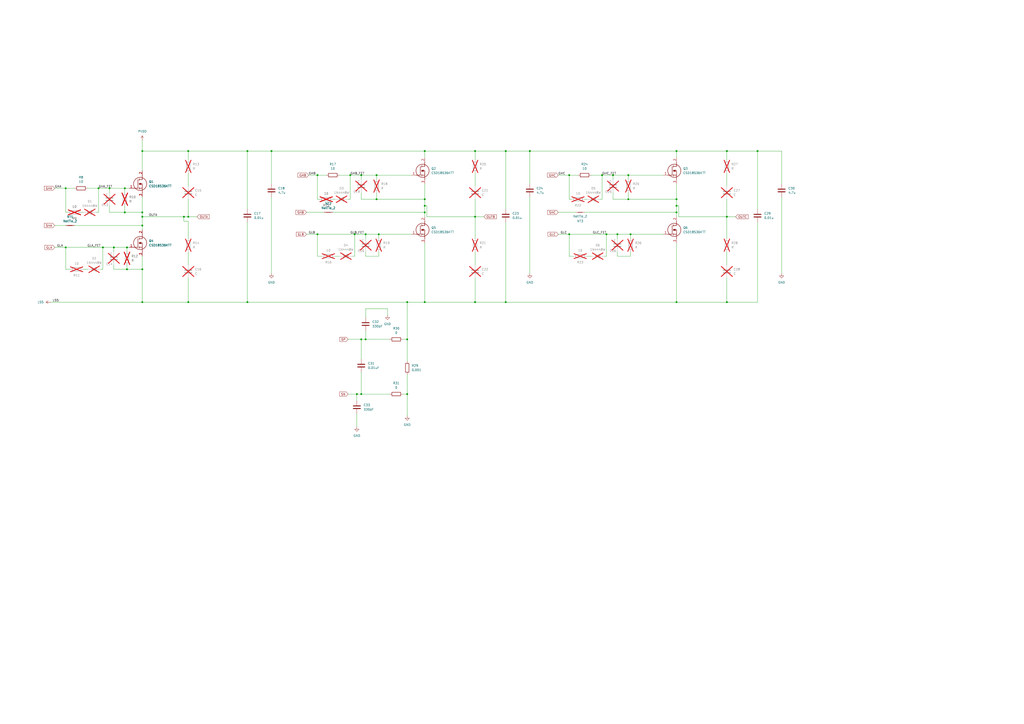
<source format=kicad_sch>
(kicad_sch
	(version 20250114)
	(generator "eeschema")
	(generator_version "9.0")
	(uuid "79414a54-dc85-4650-8219-a7cbe9ac10d3")
	(paper "A2")
	(lib_symbols
		(symbol "CSD18536KTT:CSD18536KTT"
			(pin_names
				(hide yes)
			)
			(exclude_from_sim no)
			(in_bom yes)
			(on_board yes)
			(property "Reference" "Q"
				(at 11.43 3.81 0)
				(effects
					(font
						(size 1.27 1.27)
					)
					(justify left top)
				)
			)
			(property "Value" "CSD18536KTT"
				(at 11.43 1.27 0)
				(effects
					(font
						(size 1.27 1.27)
					)
					(justify left top)
				)
			)
			(property "Footprint" "CSD19536KTTT"
				(at 11.43 -98.73 0)
				(effects
					(font
						(size 1.27 1.27)
					)
					(justify left top)
					(hide yes)
				)
			)
			(property "Datasheet" "http://www.ti.com/lit/gpn/csd18536ktt"
				(at 11.43 -198.73 0)
				(effects
					(font
						(size 1.27 1.27)
					)
					(justify left top)
					(hide yes)
				)
			)
			(property "Description" "60V, N ch NexFET MOSFET, single D2PAK, 1.6mOhm"
				(at 0 0 0)
				(effects
					(font
						(size 1.27 1.27)
					)
					(hide yes)
				)
			)
			(property "Height" ""
				(at 11.43 -398.73 0)
				(effects
					(font
						(size 1.27 1.27)
					)
					(justify left top)
					(hide yes)
				)
			)
			(property "Manufacturer_Name" "Texas Instruments"
				(at 11.43 -498.73 0)
				(effects
					(font
						(size 1.27 1.27)
					)
					(justify left top)
					(hide yes)
				)
			)
			(property "Manufacturer_Part_Number" "CSD18536KTT"
				(at 11.43 -598.73 0)
				(effects
					(font
						(size 1.27 1.27)
					)
					(justify left top)
					(hide yes)
				)
			)
			(property "Mouser Part Number" "595-CSD18536KTT"
				(at 11.43 -698.73 0)
				(effects
					(font
						(size 1.27 1.27)
					)
					(justify left top)
					(hide yes)
				)
			)
			(property "Mouser Price/Stock" "https://www.mouser.co.uk/ProductDetail/Texas-Instruments/CSD18536KTT?qs=dSktwyqbRaV6vIWCgCdkAQ%3D%3D"
				(at 11.43 -798.73 0)
				(effects
					(font
						(size 1.27 1.27)
					)
					(justify left top)
					(hide yes)
				)
			)
			(property "Arrow Part Number" "CSD18536KTT"
				(at 11.43 -898.73 0)
				(effects
					(font
						(size 1.27 1.27)
					)
					(justify left top)
					(hide yes)
				)
			)
			(property "Arrow Price/Stock" "https://www.arrow.com/en/products/csd18536ktt/texas-instruments?utm_currency=USD&region=nac"
				(at 11.43 -998.73 0)
				(effects
					(font
						(size 1.27 1.27)
					)
					(justify left top)
					(hide yes)
				)
			)
			(symbol "CSD18536KTT_1_1"
				(polyline
					(pts
						(xy 2.54 0) (xy 5.08 0)
					)
					(stroke
						(width 0.254)
						(type default)
					)
					(fill
						(type none)
					)
				)
				(polyline
					(pts
						(xy 5.08 5.08) (xy 5.08 0)
					)
					(stroke
						(width 0.254)
						(type default)
					)
					(fill
						(type none)
					)
				)
				(polyline
					(pts
						(xy 5.842 5.588) (xy 5.842 4.572)
					)
					(stroke
						(width 0.254)
						(type default)
					)
					(fill
						(type none)
					)
				)
				(polyline
					(pts
						(xy 5.842 2.54) (xy 6.858 3.048) (xy 6.858 2.032) (xy 5.842 2.54)
					)
					(stroke
						(width 0.254)
						(type default)
					)
					(fill
						(type outline)
					)
				)
				(polyline
					(pts
						(xy 5.842 2.032) (xy 5.842 3.048)
					)
					(stroke
						(width 0.254)
						(type default)
					)
					(fill
						(type none)
					)
				)
				(polyline
					(pts
						(xy 5.842 0) (xy 7.62 0)
					)
					(stroke
						(width 0.254)
						(type default)
					)
					(fill
						(type none)
					)
				)
				(polyline
					(pts
						(xy 5.842 -0.508) (xy 5.842 0.508)
					)
					(stroke
						(width 0.254)
						(type default)
					)
					(fill
						(type none)
					)
				)
				(circle
					(center 6.35 2.54)
					(radius 3.81)
					(stroke
						(width 0.254)
						(type default)
					)
					(fill
						(type none)
					)
				)
				(polyline
					(pts
						(xy 7.62 5.08) (xy 5.842 5.08)
					)
					(stroke
						(width 0.254)
						(type default)
					)
					(fill
						(type none)
					)
				)
				(polyline
					(pts
						(xy 7.62 5.08) (xy 7.62 7.62)
					)
					(stroke
						(width 0.254)
						(type default)
					)
					(fill
						(type none)
					)
				)
				(polyline
					(pts
						(xy 7.62 2.54) (xy 5.842 2.54)
					)
					(stroke
						(width 0.254)
						(type default)
					)
					(fill
						(type none)
					)
				)
				(polyline
					(pts
						(xy 7.62 2.54) (xy 7.62 -2.54)
					)
					(stroke
						(width 0.254)
						(type default)
					)
					(fill
						(type none)
					)
				)
				(pin passive line
					(at 0 0 0)
					(length 2.54)
					(name "G"
						(effects
							(font
								(size 1.27 1.27)
							)
						)
					)
					(number "1"
						(effects
							(font
								(size 1.27 1.27)
							)
						)
					)
				)
				(pin passive line
					(at 7.62 10.16 270)
					(length 2.54)
					(name "D"
						(effects
							(font
								(size 1.27 1.27)
							)
						)
					)
					(number "2"
						(effects
							(font
								(size 1.27 1.27)
							)
						)
					)
				)
				(pin passive line
					(at 7.62 -5.08 90)
					(length 2.54)
					(name "S"
						(effects
							(font
								(size 1.27 1.27)
							)
						)
					)
					(number "3"
						(effects
							(font
								(size 1.27 1.27)
							)
						)
					)
				)
			)
			(embedded_fonts no)
		)
		(symbol "Device:C"
			(pin_numbers
				(hide yes)
			)
			(pin_names
				(offset 0.254)
			)
			(exclude_from_sim no)
			(in_bom yes)
			(on_board yes)
			(property "Reference" "C"
				(at 0.635 2.54 0)
				(effects
					(font
						(size 1.27 1.27)
					)
					(justify left)
				)
			)
			(property "Value" "C"
				(at 0.635 -2.54 0)
				(effects
					(font
						(size 1.27 1.27)
					)
					(justify left)
				)
			)
			(property "Footprint" ""
				(at 0.9652 -3.81 0)
				(effects
					(font
						(size 1.27 1.27)
					)
					(hide yes)
				)
			)
			(property "Datasheet" "~"
				(at 0 0 0)
				(effects
					(font
						(size 1.27 1.27)
					)
					(hide yes)
				)
			)
			(property "Description" "Unpolarized capacitor"
				(at 0 0 0)
				(effects
					(font
						(size 1.27 1.27)
					)
					(hide yes)
				)
			)
			(property "ki_keywords" "cap capacitor"
				(at 0 0 0)
				(effects
					(font
						(size 1.27 1.27)
					)
					(hide yes)
				)
			)
			(property "ki_fp_filters" "C_*"
				(at 0 0 0)
				(effects
					(font
						(size 1.27 1.27)
					)
					(hide yes)
				)
			)
			(symbol "C_0_1"
				(polyline
					(pts
						(xy -2.032 0.762) (xy 2.032 0.762)
					)
					(stroke
						(width 0.508)
						(type default)
					)
					(fill
						(type none)
					)
				)
				(polyline
					(pts
						(xy -2.032 -0.762) (xy 2.032 -0.762)
					)
					(stroke
						(width 0.508)
						(type default)
					)
					(fill
						(type none)
					)
				)
			)
			(symbol "C_1_1"
				(pin passive line
					(at 0 3.81 270)
					(length 2.794)
					(name "~"
						(effects
							(font
								(size 1.27 1.27)
							)
						)
					)
					(number "1"
						(effects
							(font
								(size 1.27 1.27)
							)
						)
					)
				)
				(pin passive line
					(at 0 -3.81 90)
					(length 2.794)
					(name "~"
						(effects
							(font
								(size 1.27 1.27)
							)
						)
					)
					(number "2"
						(effects
							(font
								(size 1.27 1.27)
							)
						)
					)
				)
			)
			(embedded_fonts no)
		)
		(symbol "Device:NetTie_2"
			(pin_numbers
				(hide yes)
			)
			(pin_names
				(offset 0)
				(hide yes)
			)
			(exclude_from_sim no)
			(in_bom no)
			(on_board yes)
			(property "Reference" "NT"
				(at 0 1.27 0)
				(effects
					(font
						(size 1.27 1.27)
					)
				)
			)
			(property "Value" "NetTie_2"
				(at 0 -1.27 0)
				(effects
					(font
						(size 1.27 1.27)
					)
				)
			)
			(property "Footprint" ""
				(at 0 0 0)
				(effects
					(font
						(size 1.27 1.27)
					)
					(hide yes)
				)
			)
			(property "Datasheet" "~"
				(at 0 0 0)
				(effects
					(font
						(size 1.27 1.27)
					)
					(hide yes)
				)
			)
			(property "Description" "Net tie, 2 pins"
				(at 0 0 0)
				(effects
					(font
						(size 1.27 1.27)
					)
					(hide yes)
				)
			)
			(property "ki_keywords" "net tie short"
				(at 0 0 0)
				(effects
					(font
						(size 1.27 1.27)
					)
					(hide yes)
				)
			)
			(property "ki_fp_filters" "Net*Tie*"
				(at 0 0 0)
				(effects
					(font
						(size 1.27 1.27)
					)
					(hide yes)
				)
			)
			(symbol "NetTie_2_0_1"
				(polyline
					(pts
						(xy -1.27 0) (xy 1.27 0)
					)
					(stroke
						(width 0.254)
						(type default)
					)
					(fill
						(type none)
					)
				)
			)
			(symbol "NetTie_2_1_1"
				(pin passive line
					(at -2.54 0 0)
					(length 2.54)
					(name "1"
						(effects
							(font
								(size 1.27 1.27)
							)
						)
					)
					(number "1"
						(effects
							(font
								(size 1.27 1.27)
							)
						)
					)
				)
				(pin passive line
					(at 2.54 0 180)
					(length 2.54)
					(name "2"
						(effects
							(font
								(size 1.27 1.27)
							)
						)
					)
					(number "2"
						(effects
							(font
								(size 1.27 1.27)
							)
						)
					)
				)
			)
			(embedded_fonts no)
		)
		(symbol "Device:R"
			(pin_numbers
				(hide yes)
			)
			(pin_names
				(offset 0)
			)
			(exclude_from_sim no)
			(in_bom yes)
			(on_board yes)
			(property "Reference" "R"
				(at 2.032 0 90)
				(effects
					(font
						(size 1.27 1.27)
					)
				)
			)
			(property "Value" "R"
				(at 0 0 90)
				(effects
					(font
						(size 1.27 1.27)
					)
				)
			)
			(property "Footprint" ""
				(at -1.778 0 90)
				(effects
					(font
						(size 1.27 1.27)
					)
					(hide yes)
				)
			)
			(property "Datasheet" "~"
				(at 0 0 0)
				(effects
					(font
						(size 1.27 1.27)
					)
					(hide yes)
				)
			)
			(property "Description" "Resistor"
				(at 0 0 0)
				(effects
					(font
						(size 1.27 1.27)
					)
					(hide yes)
				)
			)
			(property "ki_keywords" "R res resistor"
				(at 0 0 0)
				(effects
					(font
						(size 1.27 1.27)
					)
					(hide yes)
				)
			)
			(property "ki_fp_filters" "R_*"
				(at 0 0 0)
				(effects
					(font
						(size 1.27 1.27)
					)
					(hide yes)
				)
			)
			(symbol "R_0_1"
				(rectangle
					(start -1.016 -2.54)
					(end 1.016 2.54)
					(stroke
						(width 0.254)
						(type default)
					)
					(fill
						(type none)
					)
				)
			)
			(symbol "R_1_1"
				(pin passive line
					(at 0 3.81 270)
					(length 1.27)
					(name "~"
						(effects
							(font
								(size 1.27 1.27)
							)
						)
					)
					(number "1"
						(effects
							(font
								(size 1.27 1.27)
							)
						)
					)
				)
				(pin passive line
					(at 0 -3.81 90)
					(length 1.27)
					(name "~"
						(effects
							(font
								(size 1.27 1.27)
							)
						)
					)
					(number "2"
						(effects
							(font
								(size 1.27 1.27)
							)
						)
					)
				)
			)
			(embedded_fonts no)
		)
		(symbol "Diode:1N4448W"
			(pin_numbers
				(hide yes)
			)
			(pin_names
				(hide yes)
			)
			(exclude_from_sim no)
			(in_bom yes)
			(on_board yes)
			(property "Reference" "D"
				(at 0 2.54 0)
				(effects
					(font
						(size 1.27 1.27)
					)
				)
			)
			(property "Value" "1N4448W"
				(at 0 -2.54 0)
				(effects
					(font
						(size 1.27 1.27)
					)
				)
			)
			(property "Footprint" "Diode_SMD:D_SOD-123"
				(at 0 -4.445 0)
				(effects
					(font
						(size 1.27 1.27)
					)
					(hide yes)
				)
			)
			(property "Datasheet" "https://www.vishay.com/docs/85722/1n4448w.pdf"
				(at 0 0 0)
				(effects
					(font
						(size 1.27 1.27)
					)
					(hide yes)
				)
			)
			(property "Description" "100V 0.15A High-speed standard diode, SOD-123"
				(at 0 0 0)
				(effects
					(font
						(size 1.27 1.27)
					)
					(hide yes)
				)
			)
			(property "Sim.Device" "D"
				(at 0 0 0)
				(effects
					(font
						(size 1.27 1.27)
					)
					(hide yes)
				)
			)
			(property "Sim.Pins" "1=K 2=A"
				(at 0 0 0)
				(effects
					(font
						(size 1.27 1.27)
					)
					(hide yes)
				)
			)
			(property "ki_keywords" "diode"
				(at 0 0 0)
				(effects
					(font
						(size 1.27 1.27)
					)
					(hide yes)
				)
			)
			(property "ki_fp_filters" "D*SOD?123*"
				(at 0 0 0)
				(effects
					(font
						(size 1.27 1.27)
					)
					(hide yes)
				)
			)
			(symbol "1N4448W_0_1"
				(polyline
					(pts
						(xy -1.27 1.27) (xy -1.27 -1.27)
					)
					(stroke
						(width 0.254)
						(type default)
					)
					(fill
						(type none)
					)
				)
				(polyline
					(pts
						(xy 1.27 1.27) (xy 1.27 -1.27) (xy -1.27 0) (xy 1.27 1.27)
					)
					(stroke
						(width 0.254)
						(type default)
					)
					(fill
						(type none)
					)
				)
				(polyline
					(pts
						(xy 1.27 0) (xy -1.27 0)
					)
					(stroke
						(width 0)
						(type default)
					)
					(fill
						(type none)
					)
				)
			)
			(symbol "1N4448W_1_1"
				(pin passive line
					(at -3.81 0 0)
					(length 2.54)
					(name "K"
						(effects
							(font
								(size 1.27 1.27)
							)
						)
					)
					(number "1"
						(effects
							(font
								(size 1.27 1.27)
							)
						)
					)
				)
				(pin passive line
					(at 3.81 0 180)
					(length 2.54)
					(name "A"
						(effects
							(font
								(size 1.27 1.27)
							)
						)
					)
					(number "2"
						(effects
							(font
								(size 1.27 1.27)
							)
						)
					)
				)
			)
			(embedded_fonts no)
		)
		(symbol "power:GND"
			(power)
			(pin_numbers
				(hide yes)
			)
			(pin_names
				(offset 0)
				(hide yes)
			)
			(exclude_from_sim no)
			(in_bom yes)
			(on_board yes)
			(property "Reference" "#PWR"
				(at 0 -6.35 0)
				(effects
					(font
						(size 1.27 1.27)
					)
					(hide yes)
				)
			)
			(property "Value" "GND"
				(at 0 -3.81 0)
				(effects
					(font
						(size 1.27 1.27)
					)
				)
			)
			(property "Footprint" ""
				(at 0 0 0)
				(effects
					(font
						(size 1.27 1.27)
					)
					(hide yes)
				)
			)
			(property "Datasheet" ""
				(at 0 0 0)
				(effects
					(font
						(size 1.27 1.27)
					)
					(hide yes)
				)
			)
			(property "Description" "Power symbol creates a global label with name \"GND\" , ground"
				(at 0 0 0)
				(effects
					(font
						(size 1.27 1.27)
					)
					(hide yes)
				)
			)
			(property "ki_keywords" "global power"
				(at 0 0 0)
				(effects
					(font
						(size 1.27 1.27)
					)
					(hide yes)
				)
			)
			(symbol "GND_0_1"
				(polyline
					(pts
						(xy 0 0) (xy 0 -1.27) (xy 1.27 -1.27) (xy 0 -2.54) (xy -1.27 -1.27) (xy 0 -1.27)
					)
					(stroke
						(width 0)
						(type default)
					)
					(fill
						(type none)
					)
				)
			)
			(symbol "GND_1_1"
				(pin power_in line
					(at 0 0 270)
					(length 0)
					(name "~"
						(effects
							(font
								(size 1.27 1.27)
							)
						)
					)
					(number "1"
						(effects
							(font
								(size 1.27 1.27)
							)
						)
					)
				)
			)
			(embedded_fonts no)
		)
		(symbol "power:VDD"
			(power)
			(pin_numbers
				(hide yes)
			)
			(pin_names
				(offset 0)
				(hide yes)
			)
			(exclude_from_sim no)
			(in_bom yes)
			(on_board yes)
			(property "Reference" "#PWR"
				(at 0 -3.81 0)
				(effects
					(font
						(size 1.27 1.27)
					)
					(hide yes)
				)
			)
			(property "Value" "VDD"
				(at 0 3.556 0)
				(effects
					(font
						(size 1.27 1.27)
					)
				)
			)
			(property "Footprint" ""
				(at 0 0 0)
				(effects
					(font
						(size 1.27 1.27)
					)
					(hide yes)
				)
			)
			(property "Datasheet" ""
				(at 0 0 0)
				(effects
					(font
						(size 1.27 1.27)
					)
					(hide yes)
				)
			)
			(property "Description" "Power symbol creates a global label with name \"VDD\""
				(at 0 0 0)
				(effects
					(font
						(size 1.27 1.27)
					)
					(hide yes)
				)
			)
			(property "ki_keywords" "global power"
				(at 0 0 0)
				(effects
					(font
						(size 1.27 1.27)
					)
					(hide yes)
				)
			)
			(symbol "VDD_0_1"
				(polyline
					(pts
						(xy -0.762 1.27) (xy 0 2.54)
					)
					(stroke
						(width 0)
						(type default)
					)
					(fill
						(type none)
					)
				)
				(polyline
					(pts
						(xy 0 2.54) (xy 0.762 1.27)
					)
					(stroke
						(width 0)
						(type default)
					)
					(fill
						(type none)
					)
				)
				(polyline
					(pts
						(xy 0 0) (xy 0 2.54)
					)
					(stroke
						(width 0)
						(type default)
					)
					(fill
						(type none)
					)
				)
			)
			(symbol "VDD_1_1"
				(pin power_in line
					(at 0 0 90)
					(length 0)
					(name "~"
						(effects
							(font
								(size 1.27 1.27)
							)
						)
					)
					(number "1"
						(effects
							(font
								(size 1.27 1.27)
							)
						)
					)
				)
			)
			(embedded_fonts no)
		)
	)
	(junction
		(at 109.22 125.73)
		(diameter 0)
		(color 0 0 0 0)
		(uuid "08de7521-7560-4520-9886-f72bef8dc034")
	)
	(junction
		(at 275.59 87.63)
		(diameter 0)
		(color 0 0 0 0)
		(uuid "0c834db3-8de2-491c-94ae-eec8c2072ad8")
	)
	(junction
		(at 59.69 143.51)
		(diameter 0)
		(color 0 0 0 0)
		(uuid "16582e5e-f537-4bee-a413-7e2badf3f134")
	)
	(junction
		(at 355.6 101.6)
		(diameter 0)
		(color 0 0 0 0)
		(uuid "18191d20-4496-4bbc-9b52-b7b774f62d91")
	)
	(junction
		(at 209.55 101.6)
		(diameter 0)
		(color 0 0 0 0)
		(uuid "18fbf20e-78f9-45ff-9db8-a5b4e892dcc4")
	)
	(junction
		(at 82.55 175.26)
		(diameter 0)
		(color 0 0 0 0)
		(uuid "1ccee305-4cd6-4ee5-8c53-426f6b01bc7a")
	)
	(junction
		(at 205.74 135.89)
		(diameter 0)
		(color 0 0 0 0)
		(uuid "1ed0793b-6b96-4cd8-9ae4-5f3ebd2adf92")
	)
	(junction
		(at 330.2 135.89)
		(diameter 0)
		(color 0 0 0 0)
		(uuid "21a2e5a8-5f2e-4af7-a0ae-8977335e6890")
	)
	(junction
		(at 143.51 175.26)
		(diameter 0)
		(color 0 0 0 0)
		(uuid "262880e1-13b6-4dd5-b106-a85243e3a6f9")
	)
	(junction
		(at 364.49 101.6)
		(diameter 0)
		(color 0 0 0 0)
		(uuid "2cfddac6-ade1-4160-bbf4-6c16fb139b3a")
	)
	(junction
		(at 392.43 119.38)
		(diameter 0)
		(color 0 0 0 0)
		(uuid "2d052cdc-ce1f-4ed0-b8a0-5464371cc1da")
	)
	(junction
		(at 82.55 123.19)
		(diameter 0)
		(color 0 0 0 0)
		(uuid "2e8669d6-46ec-4944-a541-803624d1cf4f")
	)
	(junction
		(at 209.55 228.6)
		(diameter 0)
		(color 0 0 0 0)
		(uuid "2fbc241b-b968-448d-bd3b-8f19eebd6e53")
	)
	(junction
		(at 82.55 156.21)
		(diameter 0)
		(color 0 0 0 0)
		(uuid "30ad762f-2beb-45a0-9149-9951626fa433")
	)
	(junction
		(at 439.42 87.63)
		(diameter 0)
		(color 0 0 0 0)
		(uuid "3166844b-386a-4ce3-86f8-2728ec7caa2e")
	)
	(junction
		(at 236.22 196.85)
		(diameter 0)
		(color 0 0 0 0)
		(uuid "338b60f8-9297-453b-b0be-e33d1fd1adb5")
	)
	(junction
		(at 330.2 101.6)
		(diameter 0)
		(color 0 0 0 0)
		(uuid "3ae6625f-cc17-4b0f-97eb-cb31358c93a0")
	)
	(junction
		(at 275.59 175.26)
		(diameter 0)
		(color 0 0 0 0)
		(uuid "3db7eeb5-8815-4d1a-ace4-e14ddf37b3f4")
	)
	(junction
		(at 293.37 87.63)
		(diameter 0)
		(color 0 0 0 0)
		(uuid "3ea30e63-aae7-4f82-b902-eb287fcca6be")
	)
	(junction
		(at 143.51 87.63)
		(diameter 0)
		(color 0 0 0 0)
		(uuid "42261830-8660-44f7-94a2-449d175707fd")
	)
	(junction
		(at 109.22 87.63)
		(diameter 0)
		(color 0 0 0 0)
		(uuid "456a084d-34ea-4dd6-b154-aa056b57e9a8")
	)
	(junction
		(at 209.55 196.85)
		(diameter 0)
		(color 0 0 0 0)
		(uuid "474aef6d-a839-4d54-8a95-f79b1800548c")
	)
	(junction
		(at 246.38 123.19)
		(diameter 0)
		(color 0 0 0 0)
		(uuid "4db9ca8e-06a8-4253-8f3d-4309abdf380c")
	)
	(junction
		(at 63.5 109.22)
		(diameter 0)
		(color 0 0 0 0)
		(uuid "507bef9b-ba51-4068-b657-dc0604f416c6")
	)
	(junction
		(at 82.55 130.81)
		(diameter 0)
		(color 0 0 0 0)
		(uuid "516e4189-a460-41b9-9dd0-08f2c98db11e")
	)
	(junction
		(at 66.04 143.51)
		(diameter 0)
		(color 0 0 0 0)
		(uuid "52233491-fd77-4651-b41d-08c2780530b0")
	)
	(junction
		(at 293.37 175.26)
		(diameter 0)
		(color 0 0 0 0)
		(uuid "52f07c0a-74bd-416b-b360-b89577fc5998")
	)
	(junction
		(at 72.39 123.19)
		(diameter 0)
		(color 0 0 0 0)
		(uuid "57d3f6d6-1527-4e61-b407-e9bddac628b7")
	)
	(junction
		(at 57.15 109.22)
		(diameter 0)
		(color 0 0 0 0)
		(uuid "5a8dbd20-81a4-4d3f-bd8a-28223b0b1d94")
	)
	(junction
		(at 218.44 115.57)
		(diameter 0)
		(color 0 0 0 0)
		(uuid "5b886e01-c48a-45a5-a9d0-60983fde8696")
	)
	(junction
		(at 184.15 101.6)
		(diameter 0)
		(color 0 0 0 0)
		(uuid "61b5a5a1-7bca-43cd-9811-d5915d690993")
	)
	(junction
		(at 72.39 109.22)
		(diameter 0)
		(color 0 0 0 0)
		(uuid "65ab29d4-612a-4c86-9d6d-17b1b1b73595")
	)
	(junction
		(at 236.22 228.6)
		(diameter 0)
		(color 0 0 0 0)
		(uuid "68324001-cb3f-4902-90fb-d82f24e269b2")
	)
	(junction
		(at 365.76 135.89)
		(diameter 0)
		(color 0 0 0 0)
		(uuid "68bbcd5a-411c-4b7b-9d1f-04f095ce9f5f")
	)
	(junction
		(at 218.44 101.6)
		(diameter 0)
		(color 0 0 0 0)
		(uuid "6bf0e55b-117b-4c0d-8541-315841b605eb")
	)
	(junction
		(at 246.38 115.57)
		(diameter 0)
		(color 0 0 0 0)
		(uuid "70aeaf99-32b5-44bf-b6ae-e217d80517d9")
	)
	(junction
		(at 212.09 135.89)
		(diameter 0)
		(color 0 0 0 0)
		(uuid "7200da46-1200-41f3-be93-da1a328485e1")
	)
	(junction
		(at 38.1 109.22)
		(diameter 0)
		(color 0 0 0 0)
		(uuid "73011250-8d33-4035-bdce-5e0817c9c1dd")
	)
	(junction
		(at 73.66 156.21)
		(diameter 0)
		(color 0 0 0 0)
		(uuid "73747ec8-1f6c-49a7-b6d4-3d2d9f839640")
	)
	(junction
		(at 246.38 119.38)
		(diameter 0)
		(color 0 0 0 0)
		(uuid "739ca941-d770-4702-966c-f4fb6d18d29c")
	)
	(junction
		(at 82.55 125.73)
		(diameter 0)
		(color 0 0 0 0)
		(uuid "7824e648-29aa-469d-99ea-816b3e86a55f")
	)
	(junction
		(at 157.48 87.63)
		(diameter 0)
		(color 0 0 0 0)
		(uuid "7d6b5768-78d4-4f84-aa07-45545aef3342")
	)
	(junction
		(at 421.64 175.26)
		(diameter 0)
		(color 0 0 0 0)
		(uuid "8126ec1d-7cb0-4e6a-a35d-81f2ea4d4f4d")
	)
	(junction
		(at 207.01 228.6)
		(diameter 0)
		(color 0 0 0 0)
		(uuid "8973cd68-d650-4e29-b4ee-9a93b53d10fa")
	)
	(junction
		(at 203.2 101.6)
		(diameter 0)
		(color 0 0 0 0)
		(uuid "8a732634-7489-4299-aa71-98fef31fa901")
	)
	(junction
		(at 106.68 125.73)
		(diameter 0)
		(color 0 0 0 0)
		(uuid "8ad2c5d1-6321-4d5a-9213-1dd205b3a0d3")
	)
	(junction
		(at 307.34 87.63)
		(diameter 0)
		(color 0 0 0 0)
		(uuid "8ce8a75a-c716-419b-a16b-f02df19721c1")
	)
	(junction
		(at 246.38 87.63)
		(diameter 0)
		(color 0 0 0 0)
		(uuid "8da8c48c-94c8-425c-95c6-d4637042ec7d")
	)
	(junction
		(at 38.1 143.51)
		(diameter 0)
		(color 0 0 0 0)
		(uuid "9568e154-00bc-4620-ab5a-e94a9c729bd7")
	)
	(junction
		(at 392.43 175.26)
		(diameter 0)
		(color 0 0 0 0)
		(uuid "98fd6297-5f1f-45bd-9dec-acf51af28e00")
	)
	(junction
		(at 351.79 135.89)
		(diameter 0)
		(color 0 0 0 0)
		(uuid "992553bf-5352-46de-8e0f-468732c2446c")
	)
	(junction
		(at 275.59 125.73)
		(diameter 0)
		(color 0 0 0 0)
		(uuid "9c5e7caf-c3c9-4b06-97f4-610b65ab6bbf")
	)
	(junction
		(at 392.43 115.57)
		(diameter 0)
		(color 0 0 0 0)
		(uuid "a419855c-609e-4fc5-9602-0a328360c242")
	)
	(junction
		(at 212.09 196.85)
		(diameter 0)
		(color 0 0 0 0)
		(uuid "ab3da85c-4f7c-4a8b-a37e-780ea3bc917f")
	)
	(junction
		(at 421.64 87.63)
		(diameter 0)
		(color 0 0 0 0)
		(uuid "adbb3137-d8b7-42a0-9204-2932df1a6fd6")
	)
	(junction
		(at 109.22 175.26)
		(diameter 0)
		(color 0 0 0 0)
		(uuid "c34c5ef8-67e7-4250-95f7-234e81cc538a")
	)
	(junction
		(at 246.38 175.26)
		(diameter 0)
		(color 0 0 0 0)
		(uuid "c4d6b384-1f2c-4a8a-b435-a134ff049a62")
	)
	(junction
		(at 358.14 135.89)
		(diameter 0)
		(color 0 0 0 0)
		(uuid "c7560707-e23b-4698-9c5b-355ee57c6a51")
	)
	(junction
		(at 349.25 101.6)
		(diameter 0)
		(color 0 0 0 0)
		(uuid "ca36b5f6-9952-433a-bb74-8dffa1d11ae6")
	)
	(junction
		(at 73.66 143.51)
		(diameter 0)
		(color 0 0 0 0)
		(uuid "cfb1e9a2-7e12-4d83-bd43-442cad79917c")
	)
	(junction
		(at 392.43 87.63)
		(diameter 0)
		(color 0 0 0 0)
		(uuid "cfd8cbfe-9679-4533-b72e-6c6a3675e816")
	)
	(junction
		(at 219.71 135.89)
		(diameter 0)
		(color 0 0 0 0)
		(uuid "dba50d32-6233-4916-b35a-d20cf43afbcc")
	)
	(junction
		(at 421.64 125.73)
		(diameter 0)
		(color 0 0 0 0)
		(uuid "def39315-9290-4126-86e4-b0e5f0112898")
	)
	(junction
		(at 364.49 115.57)
		(diameter 0)
		(color 0 0 0 0)
		(uuid "eb127f7d-0aff-4c1d-b93f-61a7763a19de")
	)
	(junction
		(at 184.15 135.89)
		(diameter 0)
		(color 0 0 0 0)
		(uuid "ee32d482-0801-49c9-a06b-020245fa8b92")
	)
	(junction
		(at 82.55 87.63)
		(diameter 0)
		(color 0 0 0 0)
		(uuid "eeab189c-7bf0-4908-91f5-1d6f631c60a5")
	)
	(junction
		(at 392.43 123.19)
		(diameter 0)
		(color 0 0 0 0)
		(uuid "efefa713-6494-4cc9-8143-55133bd9fe8b")
	)
	(junction
		(at 236.22 175.26)
		(diameter 0)
		(color 0 0 0 0)
		(uuid "f059b5a2-13a7-4528-af53-d32fbbe2331f")
	)
	(wire
		(pts
			(xy 236.22 196.85) (xy 236.22 209.55)
		)
		(stroke
			(width 0)
			(type default)
		)
		(uuid "00e9e4e8-b6ae-44d4-9487-caeb110ecbb9")
	)
	(wire
		(pts
			(xy 439.42 87.63) (xy 453.39 87.63)
		)
		(stroke
			(width 0)
			(type default)
		)
		(uuid "01362bd0-7176-40b5-a343-cc868ae3f0b8")
	)
	(wire
		(pts
			(xy 218.44 115.57) (xy 218.44 111.76)
		)
		(stroke
			(width 0)
			(type default)
		)
		(uuid "019e70c1-25d8-4d8f-b980-d2c1b76f0f3b")
	)
	(wire
		(pts
			(xy 184.15 135.89) (xy 184.15 148.59)
		)
		(stroke
			(width 0)
			(type default)
		)
		(uuid "02997ce0-be61-4936-9ace-467abbb59509")
	)
	(wire
		(pts
			(xy 157.48 87.63) (xy 157.48 106.68)
		)
		(stroke
			(width 0)
			(type default)
		)
		(uuid "03af827a-bfba-4abb-8ac9-d7faeae234a5")
	)
	(wire
		(pts
			(xy 421.64 125.73) (xy 426.72 125.73)
		)
		(stroke
			(width 0)
			(type default)
		)
		(uuid "03ed4e0d-e714-479a-befd-15a34ea84af0")
	)
	(wire
		(pts
			(xy 392.43 175.26) (xy 421.64 175.26)
		)
		(stroke
			(width 0)
			(type default)
		)
		(uuid "0467c3dc-e9e3-47e2-a4bf-60c03a15ab28")
	)
	(wire
		(pts
			(xy 143.51 87.63) (xy 157.48 87.63)
		)
		(stroke
			(width 0)
			(type default)
		)
		(uuid "04dbda3f-9cba-496e-9010-caac9373b6bb")
	)
	(wire
		(pts
			(xy 82.55 123.19) (xy 82.55 114.3)
		)
		(stroke
			(width 0)
			(type default)
		)
		(uuid "05bb2acc-23a7-4bd0-abe3-d2d51de14504")
	)
	(wire
		(pts
			(xy 82.55 156.21) (xy 82.55 175.26)
		)
		(stroke
			(width 0)
			(type default)
		)
		(uuid "06946323-30f6-4917-9c4b-18743945abe9")
	)
	(wire
		(pts
			(xy 205.74 148.59) (xy 205.74 135.89)
		)
		(stroke
			(width 0)
			(type default)
		)
		(uuid "08d856c5-d970-4cac-bf54-fdc46441daa0")
	)
	(wire
		(pts
			(xy 109.22 87.63) (xy 109.22 92.71)
		)
		(stroke
			(width 0)
			(type default)
		)
		(uuid "0939bfcc-e083-4733-a835-fc96ef566477")
	)
	(wire
		(pts
			(xy 212.09 191.77) (xy 212.09 196.85)
		)
		(stroke
			(width 0)
			(type default)
		)
		(uuid "095b7ad7-b97e-4448-bedd-b7dc2b5ad4fe")
	)
	(wire
		(pts
			(xy 109.22 146.05) (xy 109.22 153.67)
		)
		(stroke
			(width 0)
			(type default)
		)
		(uuid "09c9783c-f109-4fad-bb48-68ac9c853630")
	)
	(wire
		(pts
			(xy 246.38 123.19) (xy 246.38 125.73)
		)
		(stroke
			(width 0)
			(type default)
		)
		(uuid "0db693ec-62ca-4de4-872f-4efcc0a2fb3b")
	)
	(wire
		(pts
			(xy 233.68 228.6) (xy 236.22 228.6)
		)
		(stroke
			(width 0)
			(type default)
		)
		(uuid "0ea5f8ac-8523-41cc-858a-e2b116fec7b2")
	)
	(wire
		(pts
			(xy 48.26 156.21) (xy 50.8 156.21)
		)
		(stroke
			(width 0)
			(type default)
		)
		(uuid "0f19e25a-3035-403b-bc82-76b8f7c902c9")
	)
	(wire
		(pts
			(xy 355.6 115.57) (xy 364.49 115.57)
		)
		(stroke
			(width 0)
			(type default)
		)
		(uuid "0fe8d352-3b34-4de5-8b14-5323900284e3")
	)
	(wire
		(pts
			(xy 29.21 175.26) (xy 82.55 175.26)
		)
		(stroke
			(width 0)
			(type default)
		)
		(uuid "11df9157-9e72-4f48-a3a9-b6e2bd4d969d")
	)
	(wire
		(pts
			(xy 349.25 115.57) (xy 347.98 115.57)
		)
		(stroke
			(width 0)
			(type default)
		)
		(uuid "128c0f50-7b01-434a-bbeb-4c4b5c0437aa")
	)
	(wire
		(pts
			(xy 246.38 175.26) (xy 236.22 175.26)
		)
		(stroke
			(width 0)
			(type default)
		)
		(uuid "143a51ed-590d-41e1-8024-0e3b2a8f6f83")
	)
	(wire
		(pts
			(xy 364.49 101.6) (xy 384.81 101.6)
		)
		(stroke
			(width 0)
			(type default)
		)
		(uuid "15927f5a-c5ec-4448-8508-5c5f6502025b")
	)
	(wire
		(pts
			(xy 212.09 148.59) (xy 219.71 148.59)
		)
		(stroke
			(width 0)
			(type default)
		)
		(uuid "168788ad-a467-4be7-ac62-0496ae894c42")
	)
	(wire
		(pts
			(xy 275.59 175.26) (xy 293.37 175.26)
		)
		(stroke
			(width 0)
			(type default)
		)
		(uuid "1843197c-9a37-49f5-9479-25966784b70f")
	)
	(wire
		(pts
			(xy 275.59 87.63) (xy 275.59 92.71)
		)
		(stroke
			(width 0)
			(type default)
		)
		(uuid "1859f411-546d-43b4-a00f-cf2548d12ca7")
	)
	(wire
		(pts
			(xy 205.74 135.89) (xy 212.09 135.89)
		)
		(stroke
			(width 0)
			(type default)
		)
		(uuid "19a65b88-eb5a-451a-9c58-c42fd14b4a9b")
	)
	(wire
		(pts
			(xy 204.47 148.59) (xy 205.74 148.59)
		)
		(stroke
			(width 0)
			(type default)
		)
		(uuid "19d9eae8-f6c0-4573-a089-1490c5d01890")
	)
	(wire
		(pts
			(xy 358.14 135.89) (xy 365.76 135.89)
		)
		(stroke
			(width 0)
			(type default)
		)
		(uuid "1b0efb8d-00c5-4ad3-be4c-0894b9b5a3ce")
	)
	(wire
		(pts
			(xy 109.22 128.27) (xy 109.22 138.43)
		)
		(stroke
			(width 0)
			(type default)
		)
		(uuid "1b95a103-bf62-4dc2-82b4-e102ebb9a536")
	)
	(wire
		(pts
			(xy 212.09 184.15) (xy 212.09 179.07)
		)
		(stroke
			(width 0)
			(type default)
		)
		(uuid "1d40d301-d11f-4bba-8179-0a19826c6587")
	)
	(wire
		(pts
			(xy 212.09 179.07) (xy 224.79 179.07)
		)
		(stroke
			(width 0)
			(type default)
		)
		(uuid "1df5dc0f-840a-4d48-82c5-014b8fdddacf")
	)
	(wire
		(pts
			(xy 177.8 135.89) (xy 184.15 135.89)
		)
		(stroke
			(width 0)
			(type default)
		)
		(uuid "20b70e85-61a1-4661-9c72-def47867568a")
	)
	(wire
		(pts
			(xy 66.04 153.67) (xy 66.04 156.21)
		)
		(stroke
			(width 0)
			(type default)
		)
		(uuid "222033db-0cce-405f-b860-0a58f88d891c")
	)
	(wire
		(pts
			(xy 82.55 130.81) (xy 82.55 133.35)
		)
		(stroke
			(width 0)
			(type default)
		)
		(uuid "22fbff0a-01e8-4c58-a8a7-229054cc1fca")
	)
	(wire
		(pts
			(xy 340.36 115.57) (xy 339.09 115.57)
		)
		(stroke
			(width 0)
			(type default)
		)
		(uuid "234d3fe8-391d-4af7-bae2-8fa3efb4baa1")
	)
	(wire
		(pts
			(xy 72.39 109.22) (xy 72.39 111.76)
		)
		(stroke
			(width 0)
			(type default)
		)
		(uuid "2452dde3-4fe6-4480-a6b7-e4ddcb1572ce")
	)
	(wire
		(pts
			(xy 63.5 109.22) (xy 72.39 109.22)
		)
		(stroke
			(width 0)
			(type default)
		)
		(uuid "24f04765-b397-4183-8842-d5b4e996990d")
	)
	(wire
		(pts
			(xy 106.68 125.73) (xy 109.22 125.73)
		)
		(stroke
			(width 0)
			(type default)
		)
		(uuid "25d705ca-0bb0-4481-80cf-93ea74b8b6f3")
	)
	(wire
		(pts
			(xy 323.85 135.89) (xy 330.2 135.89)
		)
		(stroke
			(width 0)
			(type default)
		)
		(uuid "26b0d70d-035d-42b3-b977-9abcdca42611")
	)
	(wire
		(pts
			(xy 38.1 109.22) (xy 43.18 109.22)
		)
		(stroke
			(width 0)
			(type default)
		)
		(uuid "2787d64e-d227-4e21-9a6e-d5c9964097a3")
	)
	(wire
		(pts
			(xy 351.79 135.89) (xy 358.14 135.89)
		)
		(stroke
			(width 0)
			(type default)
		)
		(uuid "281bd944-ada6-4deb-9f1b-31ffdcf585cd")
	)
	(wire
		(pts
			(xy 392.43 119.38) (xy 392.43 123.19)
		)
		(stroke
			(width 0)
			(type default)
		)
		(uuid "2921c13c-ce1b-47c4-b288-f7a6bfd7a253")
	)
	(wire
		(pts
			(xy 219.71 146.05) (xy 219.71 148.59)
		)
		(stroke
			(width 0)
			(type default)
		)
		(uuid "2a08da32-73c0-4d73-b15d-e2eeff23fab8")
	)
	(wire
		(pts
			(xy 246.38 119.38) (xy 246.38 123.19)
		)
		(stroke
			(width 0)
			(type default)
		)
		(uuid "2a1b5eb1-884e-4a01-b265-e36405b678c3")
	)
	(wire
		(pts
			(xy 392.43 123.19) (xy 392.43 125.73)
		)
		(stroke
			(width 0)
			(type default)
		)
		(uuid "2b0347a5-0d83-477b-b057-71eba3fdcbcd")
	)
	(wire
		(pts
			(xy 179.07 101.6) (xy 184.15 101.6)
		)
		(stroke
			(width 0)
			(type default)
		)
		(uuid "2b0b6771-fc80-42e4-9984-61927d487f8f")
	)
	(wire
		(pts
			(xy 43.18 130.81) (xy 82.55 130.81)
		)
		(stroke
			(width 0)
			(type default)
		)
		(uuid "2e38dc5f-446c-4edb-97a8-e119c8a69c3e")
	)
	(wire
		(pts
			(xy 323.85 101.6) (xy 330.2 101.6)
		)
		(stroke
			(width 0)
			(type default)
		)
		(uuid "2ffb6a8c-58b5-4cc8-baef-9dcc0f129cfe")
	)
	(wire
		(pts
			(xy 73.66 156.21) (xy 82.55 156.21)
		)
		(stroke
			(width 0)
			(type default)
		)
		(uuid "312196a2-9382-4ef4-a266-ef3c2f6bd856")
	)
	(wire
		(pts
			(xy 350.52 148.59) (xy 351.79 148.59)
		)
		(stroke
			(width 0)
			(type default)
		)
		(uuid "317ba718-51a9-4234-80d3-41d5bdca5a79")
	)
	(wire
		(pts
			(xy 82.55 148.59) (xy 82.55 156.21)
		)
		(stroke
			(width 0)
			(type default)
		)
		(uuid "31837708-844f-4bec-a1f6-edd679fdfb85")
	)
	(wire
		(pts
			(xy 275.59 100.33) (xy 275.59 107.95)
		)
		(stroke
			(width 0)
			(type default)
		)
		(uuid "31f66ee6-29b3-457f-8fa5-3655495e0c8d")
	)
	(wire
		(pts
			(xy 207.01 228.6) (xy 209.55 228.6)
		)
		(stroke
			(width 0)
			(type default)
		)
		(uuid "327d31da-7a5e-4115-8ab2-af5dd1af7463")
	)
	(wire
		(pts
			(xy 247.65 119.38) (xy 247.65 125.73)
		)
		(stroke
			(width 0)
			(type default)
		)
		(uuid "3397d686-945e-4b0d-8a8f-409c6e144fc2")
	)
	(wire
		(pts
			(xy 109.22 100.33) (xy 109.22 107.95)
		)
		(stroke
			(width 0)
			(type default)
		)
		(uuid "35893f96-9648-4d09-941b-495486e76c90")
	)
	(wire
		(pts
			(xy 74.93 109.22) (xy 72.39 109.22)
		)
		(stroke
			(width 0)
			(type default)
		)
		(uuid "3a47a9c3-56b9-4a21-bf14-f44df642c522")
	)
	(wire
		(pts
			(xy 358.14 148.59) (xy 365.76 148.59)
		)
		(stroke
			(width 0)
			(type default)
		)
		(uuid "3bcd9680-f926-49b4-bb81-4e33e1a45f65")
	)
	(wire
		(pts
			(xy 421.64 87.63) (xy 439.42 87.63)
		)
		(stroke
			(width 0)
			(type default)
		)
		(uuid "3bf89589-d48c-499d-a2d2-11474539229d")
	)
	(wire
		(pts
			(xy 365.76 135.89) (xy 365.76 138.43)
		)
		(stroke
			(width 0)
			(type default)
		)
		(uuid "3e44a08c-73af-4db8-835c-dfde4998eb75")
	)
	(wire
		(pts
			(xy 66.04 156.21) (xy 73.66 156.21)
		)
		(stroke
			(width 0)
			(type default)
		)
		(uuid "3f26ef55-673e-461f-9295-6045b7c9c41d")
	)
	(wire
		(pts
			(xy 39.37 123.19) (xy 38.1 123.19)
		)
		(stroke
			(width 0)
			(type default)
		)
		(uuid "4386d356-dc1a-47bb-9269-bb3939483091")
	)
	(wire
		(pts
			(xy 157.48 114.3) (xy 157.48 158.75)
		)
		(stroke
			(width 0)
			(type default)
		)
		(uuid "44eac4f1-6d7c-4cc4-983a-f5779573ca0d")
	)
	(wire
		(pts
			(xy 330.2 135.89) (xy 330.2 148.59)
		)
		(stroke
			(width 0)
			(type default)
		)
		(uuid "453b00d0-d4a9-4b27-bd42-ad367b704546")
	)
	(wire
		(pts
			(xy 203.2 101.6) (xy 209.55 101.6)
		)
		(stroke
			(width 0)
			(type default)
		)
		(uuid "477d1afb-3045-43b0-93d3-fba33fab6caf")
	)
	(wire
		(pts
			(xy 207.01 228.6) (xy 207.01 232.41)
		)
		(stroke
			(width 0)
			(type default)
		)
		(uuid "478ba149-894f-447b-beda-8f7b60848d8f")
	)
	(wire
		(pts
			(xy 109.22 125.73) (xy 114.3 125.73)
		)
		(stroke
			(width 0)
			(type default)
		)
		(uuid "480f2a76-a58f-495e-bd40-2d2e32db20af")
	)
	(wire
		(pts
			(xy 365.76 146.05) (xy 365.76 148.59)
		)
		(stroke
			(width 0)
			(type default)
		)
		(uuid "4948823b-879f-4937-affe-20eb443dcf07")
	)
	(wire
		(pts
			(xy 63.5 123.19) (xy 63.5 119.38)
		)
		(stroke
			(width 0)
			(type default)
		)
		(uuid "4a079d29-fb76-45da-b40f-51506b1e245a")
	)
	(wire
		(pts
			(xy 330.2 148.59) (xy 332.74 148.59)
		)
		(stroke
			(width 0)
			(type default)
		)
		(uuid "4a5e2025-ee17-4598-a52a-7713ef913f85")
	)
	(wire
		(pts
			(xy 421.64 146.05) (xy 421.64 153.67)
		)
		(stroke
			(width 0)
			(type default)
		)
		(uuid "4a9df9d5-fe6d-42c6-8c8d-c4aca9083889")
	)
	(wire
		(pts
			(xy 184.15 115.57) (xy 184.15 101.6)
		)
		(stroke
			(width 0)
			(type default)
		)
		(uuid "4b4f7b3a-d9e9-4d94-ae44-b5e02a72c9d5")
	)
	(wire
		(pts
			(xy 57.15 109.22) (xy 57.15 123.19)
		)
		(stroke
			(width 0)
			(type default)
		)
		(uuid "4d3cb615-9904-4135-9e6f-f4b455498619")
	)
	(wire
		(pts
			(xy 185.42 115.57) (xy 184.15 115.57)
		)
		(stroke
			(width 0)
			(type default)
		)
		(uuid "4ea328d9-bb87-4ff5-bfdd-02613c044241")
	)
	(wire
		(pts
			(xy 109.22 115.57) (xy 109.22 125.73)
		)
		(stroke
			(width 0)
			(type default)
		)
		(uuid "4efd8f78-7a19-44d7-9236-c7bee6d9276c")
	)
	(wire
		(pts
			(xy 365.76 135.89) (xy 384.81 135.89)
		)
		(stroke
			(width 0)
			(type default)
		)
		(uuid "50948da9-8213-42dc-8a7c-e5166cbc3374")
	)
	(wire
		(pts
			(xy 364.49 101.6) (xy 364.49 104.14)
		)
		(stroke
			(width 0)
			(type default)
		)
		(uuid "5439ae3e-fa8f-43d9-bd43-9230c4e63091")
	)
	(wire
		(pts
			(xy 246.38 175.26) (xy 275.59 175.26)
		)
		(stroke
			(width 0)
			(type default)
		)
		(uuid "5459aef1-dac9-41f3-8ea9-30b887ca056c")
	)
	(wire
		(pts
			(xy 72.39 123.19) (xy 72.39 119.38)
		)
		(stroke
			(width 0)
			(type default)
		)
		(uuid "545a9d7b-2b32-4f85-99c2-872ae2a1f24d")
	)
	(wire
		(pts
			(xy 209.55 228.6) (xy 226.06 228.6)
		)
		(stroke
			(width 0)
			(type default)
		)
		(uuid "57e4ede7-f124-4c25-b027-a76245b152bc")
	)
	(wire
		(pts
			(xy 203.2 101.6) (xy 203.2 115.57)
		)
		(stroke
			(width 0)
			(type default)
		)
		(uuid "5ad21b2f-ea5c-4ca6-8a52-f04773a9ded7")
	)
	(wire
		(pts
			(xy 106.68 125.73) (xy 106.68 128.27)
		)
		(stroke
			(width 0)
			(type default)
		)
		(uuid "5d03552a-7453-468f-a918-06777ac6656a")
	)
	(wire
		(pts
			(xy 323.85 123.19) (xy 334.01 123.19)
		)
		(stroke
			(width 0)
			(type default)
		)
		(uuid "5d4a47f0-a87d-49fe-a531-7e33e60fc494")
	)
	(wire
		(pts
			(xy 38.1 123.19) (xy 38.1 109.22)
		)
		(stroke
			(width 0)
			(type default)
		)
		(uuid "5e20d675-94c2-4651-9e69-be9ea3d7bb5c")
	)
	(wire
		(pts
			(xy 355.6 101.6) (xy 364.49 101.6)
		)
		(stroke
			(width 0)
			(type default)
		)
		(uuid "63e37cba-b964-4110-ad43-80311a304413")
	)
	(wire
		(pts
			(xy 453.39 87.63) (xy 453.39 106.68)
		)
		(stroke
			(width 0)
			(type default)
		)
		(uuid "64b8b824-1bc3-416f-aab5-be1344e6f7a2")
	)
	(wire
		(pts
			(xy 330.2 135.89) (xy 351.79 135.89)
		)
		(stroke
			(width 0)
			(type default)
		)
		(uuid "66e737a7-e93f-4db6-a439-3c36a790e599")
	)
	(wire
		(pts
			(xy 392.43 106.68) (xy 392.43 115.57)
		)
		(stroke
			(width 0)
			(type default)
		)
		(uuid "678a2e72-e245-41a2-9a58-81cba0a4db73")
	)
	(wire
		(pts
			(xy 66.04 143.51) (xy 73.66 143.51)
		)
		(stroke
			(width 0)
			(type default)
		)
		(uuid "68c3c0a8-c5fd-4341-91b4-b388a065df17")
	)
	(wire
		(pts
			(xy 392.43 87.63) (xy 392.43 91.44)
		)
		(stroke
			(width 0)
			(type default)
		)
		(uuid "693ecf31-79f3-466d-9bb8-5386a9f878dc")
	)
	(wire
		(pts
			(xy 439.42 175.26) (xy 439.42 128.905)
		)
		(stroke
			(width 0)
			(type default)
		)
		(uuid "6bc7cd64-0957-44de-9e69-2b2bbdf5fd71")
	)
	(wire
		(pts
			(xy 342.9 101.6) (xy 349.25 101.6)
		)
		(stroke
			(width 0)
			(type default)
		)
		(uuid "6bed33f7-a28c-4448-8adc-6c62a171ea60")
	)
	(wire
		(pts
			(xy 82.55 87.63) (xy 109.22 87.63)
		)
		(stroke
			(width 0)
			(type default)
		)
		(uuid "6d68463a-73d0-4f44-8d29-b633edca913a")
	)
	(wire
		(pts
			(xy 31.75 109.22) (xy 38.1 109.22)
		)
		(stroke
			(width 0)
			(type default)
		)
		(uuid "6d785563-68d6-4b6e-a94d-ed0b44347058")
	)
	(wire
		(pts
			(xy 157.48 87.63) (xy 246.38 87.63)
		)
		(stroke
			(width 0)
			(type default)
		)
		(uuid "6f7dba4c-bb3d-45e7-85ab-8bf5bd0f990c")
	)
	(wire
		(pts
			(xy 66.04 143.51) (xy 66.04 146.05)
		)
		(stroke
			(width 0)
			(type default)
		)
		(uuid "7162147e-03ce-4634-b2fa-eb6f5fd8f72c")
	)
	(wire
		(pts
			(xy 209.55 115.57) (xy 218.44 115.57)
		)
		(stroke
			(width 0)
			(type default)
		)
		(uuid "733b659e-d9a7-4320-b808-8634f8b2ed3e")
	)
	(wire
		(pts
			(xy 233.68 196.85) (xy 236.22 196.85)
		)
		(stroke
			(width 0)
			(type default)
		)
		(uuid "74ec44b7-6355-472f-a1e6-ed3c5b3b4bf8")
	)
	(wire
		(pts
			(xy 212.09 135.89) (xy 212.09 138.43)
		)
		(stroke
			(width 0)
			(type default)
		)
		(uuid "773ac668-bb9d-47ad-9487-744b81525e06")
	)
	(wire
		(pts
			(xy 331.47 115.57) (xy 330.2 115.57)
		)
		(stroke
			(width 0)
			(type default)
		)
		(uuid "7769560a-7c9f-4789-82e6-5778a8e023b0")
	)
	(wire
		(pts
			(xy 73.66 153.67) (xy 73.66 156.21)
		)
		(stroke
			(width 0)
			(type default)
		)
		(uuid "7924bce6-7a2f-4478-bd7c-c7823ad39ffd")
	)
	(wire
		(pts
			(xy 453.39 114.3) (xy 453.39 158.75)
		)
		(stroke
			(width 0)
			(type default)
		)
		(uuid "79a40e49-0771-4c90-b59a-ef938f4d6a2e")
	)
	(wire
		(pts
			(xy 246.38 87.63) (xy 275.59 87.63)
		)
		(stroke
			(width 0)
			(type default)
		)
		(uuid "7afef134-80a0-47f7-a43c-f7cb43a48b3f")
	)
	(wire
		(pts
			(xy 209.55 215.9) (xy 209.55 228.6)
		)
		(stroke
			(width 0)
			(type default)
		)
		(uuid "7b1c681b-1018-4b2d-a773-4705fe253259")
	)
	(wire
		(pts
			(xy 209.55 196.85) (xy 209.55 208.28)
		)
		(stroke
			(width 0)
			(type default)
		)
		(uuid "7b2971cb-9f1b-42e1-b1bc-706b8d4faa7f")
	)
	(wire
		(pts
			(xy 57.15 123.19) (xy 55.88 123.19)
		)
		(stroke
			(width 0)
			(type default)
		)
		(uuid "7badde18-605e-4a4e-9db8-f73c0c6709e1")
	)
	(wire
		(pts
			(xy 209.55 101.6) (xy 218.44 101.6)
		)
		(stroke
			(width 0)
			(type default)
		)
		(uuid "7c00ce01-110c-4a32-b397-3a179b7308b9")
	)
	(wire
		(pts
			(xy 421.64 125.73) (xy 421.64 138.43)
		)
		(stroke
			(width 0)
			(type default)
		)
		(uuid "8038f479-60f0-4480-945b-6699b87cf3b2")
	)
	(wire
		(pts
			(xy 275.59 115.57) (xy 275.59 125.73)
		)
		(stroke
			(width 0)
			(type default)
		)
		(uuid "80b9c43d-4cd1-4f9c-98c6-d84fffcdb761")
	)
	(wire
		(pts
			(xy 82.55 123.19) (xy 82.55 125.73)
		)
		(stroke
			(width 0)
			(type default)
		)
		(uuid "82506c41-2139-40af-bf36-231a1e938c92")
	)
	(wire
		(pts
			(xy 330.2 101.6) (xy 335.28 101.6)
		)
		(stroke
			(width 0)
			(type default)
		)
		(uuid "83143e4a-b432-49d5-8fd2-6036bbd401bf")
	)
	(wire
		(pts
			(xy 224.79 179.07) (xy 224.79 182.88)
		)
		(stroke
			(width 0)
			(type default)
		)
		(uuid "83e7f363-0d82-4e17-b944-ad9c7e710608")
	)
	(wire
		(pts
			(xy 212.09 146.05) (xy 212.09 148.59)
		)
		(stroke
			(width 0)
			(type default)
		)
		(uuid "849a8208-c289-4522-a5a0-af8dce8162ad")
	)
	(wire
		(pts
			(xy 236.22 175.26) (xy 143.51 175.26)
		)
		(stroke
			(width 0)
			(type default)
		)
		(uuid "84e6aa7b-1e92-4b6e-a17c-862af2e5a5b0")
	)
	(wire
		(pts
			(xy 421.64 161.29) (xy 421.64 175.26)
		)
		(stroke
			(width 0)
			(type default)
		)
		(uuid "870250a3-4f49-4045-9af2-0a5c61b991b1")
	)
	(wire
		(pts
			(xy 196.85 101.6) (xy 203.2 101.6)
		)
		(stroke
			(width 0)
			(type default)
		)
		(uuid "880614d7-6b0d-4408-85c5-273536a86775")
	)
	(wire
		(pts
			(xy 212.09 135.89) (xy 219.71 135.89)
		)
		(stroke
			(width 0)
			(type default)
		)
		(uuid "89289ddd-9491-42ee-8a30-10f076db6a18")
	)
	(wire
		(pts
			(xy 307.34 87.63) (xy 307.34 106.68)
		)
		(stroke
			(width 0)
			(type default)
		)
		(uuid "8a25b06d-548a-42bb-878f-57357d4222f8")
	)
	(wire
		(pts
			(xy 392.43 115.57) (xy 392.43 119.38)
		)
		(stroke
			(width 0)
			(type default)
		)
		(uuid "8a81c52e-26a6-42c0-9a6b-c3e96a619b09")
	)
	(wire
		(pts
			(xy 177.8 123.19) (xy 187.96 123.19)
		)
		(stroke
			(width 0)
			(type default)
		)
		(uuid "8b1a754c-2aeb-487c-a4e6-f7979348fceb")
	)
	(wire
		(pts
			(xy 50.8 109.22) (xy 57.15 109.22)
		)
		(stroke
			(width 0)
			(type default)
		)
		(uuid "8bf01a6a-1e1f-43c8-be20-5841e2021d1c")
	)
	(wire
		(pts
			(xy 194.31 115.57) (xy 193.04 115.57)
		)
		(stroke
			(width 0)
			(type default)
		)
		(uuid "8e2ea9c0-bf58-4404-8812-2b7914e72d83")
	)
	(wire
		(pts
			(xy 193.04 123.19) (xy 246.38 123.19)
		)
		(stroke
			(width 0)
			(type default)
		)
		(uuid "8e987dbd-35da-440f-8539-8dabda3a4276")
	)
	(wire
		(pts
			(xy 48.26 123.19) (xy 46.99 123.19)
		)
		(stroke
			(width 0)
			(type default)
		)
		(uuid "8eca8c72-6119-42ff-835a-e55e29d9f34d")
	)
	(wire
		(pts
			(xy 364.49 115.57) (xy 364.49 111.76)
		)
		(stroke
			(width 0)
			(type default)
		)
		(uuid "906f0ca8-cc1a-40fa-9c05-6d84e7bbc6e6")
	)
	(wire
		(pts
			(xy 393.7 119.38) (xy 393.7 125.73)
		)
		(stroke
			(width 0)
			(type default)
		)
		(uuid "91c55f60-2cd2-4aae-ad26-d32d23a940b5")
	)
	(wire
		(pts
			(xy 31.75 143.51) (xy 38.1 143.51)
		)
		(stroke
			(width 0)
			(type default)
		)
		(uuid "927d832a-0f1c-4ac1-a028-82c5454b70c9")
	)
	(wire
		(pts
			(xy 275.59 125.73) (xy 280.67 125.73)
		)
		(stroke
			(width 0)
			(type default)
		)
		(uuid "939bf896-cd9a-4ee3-beec-3eba06d00016")
	)
	(wire
		(pts
			(xy 307.34 87.63) (xy 392.43 87.63)
		)
		(stroke
			(width 0)
			(type default)
		)
		(uuid "95e3717c-28c8-4580-9e02-6d59e5cb7070")
	)
	(wire
		(pts
			(xy 392.43 140.97) (xy 392.43 175.26)
		)
		(stroke
			(width 0)
			(type default)
		)
		(uuid "984ab9cb-4aaa-41e5-9553-0cf8e1cc4a31")
	)
	(wire
		(pts
			(xy 109.22 175.26) (xy 143.51 175.26)
		)
		(stroke
			(width 0)
			(type default)
		)
		(uuid "995f00df-9010-4be2-b087-749cfdaf394f")
	)
	(wire
		(pts
			(xy 59.69 156.21) (xy 59.69 143.51)
		)
		(stroke
			(width 0)
			(type default)
		)
		(uuid "9a91d497-ac6d-4690-834a-16b6c80399e0")
	)
	(wire
		(pts
			(xy 421.64 175.26) (xy 439.42 175.26)
		)
		(stroke
			(width 0)
			(type default)
		)
		(uuid "9bcab14b-2154-45f8-9efa-02d1801a8f81")
	)
	(wire
		(pts
			(xy 392.43 119.38) (xy 393.7 119.38)
		)
		(stroke
			(width 0)
			(type default)
		)
		(uuid "9d2fcce8-90e6-41aa-84af-a042e17a7f38")
	)
	(wire
		(pts
			(xy 421.64 115.57) (xy 421.64 125.73)
		)
		(stroke
			(width 0)
			(type default)
		)
		(uuid "9fc0b92f-090e-4109-8e1e-4cb5fd7b3fcf")
	)
	(wire
		(pts
			(xy 143.51 175.26) (xy 143.51 128.905)
		)
		(stroke
			(width 0)
			(type default)
		)
		(uuid "a17a96fb-a501-4079-9233-50d32e221eb0")
	)
	(wire
		(pts
			(xy 358.14 135.89) (xy 358.14 138.43)
		)
		(stroke
			(width 0)
			(type default)
		)
		(uuid "a2989ba5-cb6d-4148-802f-ed39bbaadd03")
	)
	(wire
		(pts
			(xy 421.64 87.63) (xy 421.64 92.71)
		)
		(stroke
			(width 0)
			(type default)
		)
		(uuid "a37f07e1-e192-4d4b-943c-195271104ee7")
	)
	(wire
		(pts
			(xy 340.36 148.59) (xy 342.9 148.59)
		)
		(stroke
			(width 0)
			(type default)
		)
		(uuid "a3e06a47-fd93-49a9-846c-1ac2586c0092")
	)
	(wire
		(pts
			(xy 218.44 101.6) (xy 218.44 104.14)
		)
		(stroke
			(width 0)
			(type default)
		)
		(uuid "a449d223-a28b-4832-9a81-3b3ddd1484c0")
	)
	(wire
		(pts
			(xy 246.38 115.57) (xy 246.38 119.38)
		)
		(stroke
			(width 0)
			(type default)
		)
		(uuid "a5819bdd-243a-47f3-8888-630767642f58")
	)
	(wire
		(pts
			(xy 207.01 240.03) (xy 207.01 247.65)
		)
		(stroke
			(width 0)
			(type default)
		)
		(uuid "a646d01d-9c33-40d5-a836-0e23c082933c")
	)
	(wire
		(pts
			(xy 82.55 125.73) (xy 82.55 130.81)
		)
		(stroke
			(width 0)
			(type default)
		)
		(uuid "aaae17c2-073e-4ae8-94c0-6b6c7be22510")
	)
	(wire
		(pts
			(xy 73.66 143.51) (xy 73.66 146.05)
		)
		(stroke
			(width 0)
			(type default)
		)
		(uuid "ab1fe5ce-06e9-44f2-ba4f-4e1b89ef2248")
	)
	(wire
		(pts
			(xy 201.93 228.6) (xy 207.01 228.6)
		)
		(stroke
			(width 0)
			(type default)
		)
		(uuid "ab3823a3-8d90-40b2-994d-cacea6e49162")
	)
	(wire
		(pts
			(xy 392.43 87.63) (xy 421.64 87.63)
		)
		(stroke
			(width 0)
			(type default)
		)
		(uuid "ac3098fe-18b7-4681-920c-bacabac4f84b")
	)
	(wire
		(pts
			(xy 293.37 87.63) (xy 293.37 121.285)
		)
		(stroke
			(width 0)
			(type default)
		)
		(uuid "ac8ab997-8fba-4909-bfe3-70379b5c6413")
	)
	(wire
		(pts
			(xy 38.1 156.21) (xy 40.64 156.21)
		)
		(stroke
			(width 0)
			(type default)
		)
		(uuid "ae31068f-af35-48e5-a5f3-d55bd1a66c1c")
	)
	(wire
		(pts
			(xy 31.75 130.81) (xy 38.1 130.81)
		)
		(stroke
			(width 0)
			(type default)
		)
		(uuid "ae39bb22-7d3a-41b0-8129-3f83c3ba1e45")
	)
	(wire
		(pts
			(xy 275.59 125.73) (xy 275.59 138.43)
		)
		(stroke
			(width 0)
			(type default)
		)
		(uuid "b0b6f52e-1227-47a7-a19d-986783cd4804")
	)
	(wire
		(pts
			(xy 143.51 87.63) (xy 109.22 87.63)
		)
		(stroke
			(width 0)
			(type default)
		)
		(uuid "b150f200-1361-484e-b623-a41c15011fb4")
	)
	(wire
		(pts
			(xy 59.69 143.51) (xy 66.04 143.51)
		)
		(stroke
			(width 0)
			(type default)
		)
		(uuid "b1cba2da-cdc1-4d7f-9342-35f03357ae3c")
	)
	(wire
		(pts
			(xy 236.22 175.26) (xy 236.22 196.85)
		)
		(stroke
			(width 0)
			(type default)
		)
		(uuid "b30003d3-4857-4ac7-931f-3e0eeeceb045")
	)
	(wire
		(pts
			(xy 246.38 119.38) (xy 247.65 119.38)
		)
		(stroke
			(width 0)
			(type default)
		)
		(uuid "b408d571-e7b0-4029-8b59-17f6ade6a2d6")
	)
	(wire
		(pts
			(xy 293.37 87.63) (xy 307.34 87.63)
		)
		(stroke
			(width 0)
			(type default)
		)
		(uuid "b67e919f-9ce6-442c-8fff-6420e2546a04")
	)
	(wire
		(pts
			(xy 184.15 135.89) (xy 205.74 135.89)
		)
		(stroke
			(width 0)
			(type default)
		)
		(uuid "b73a5a7e-571e-4a8c-a54c-5bd5e9cf07b5")
	)
	(wire
		(pts
			(xy 293.37 175.26) (xy 293.37 128.905)
		)
		(stroke
			(width 0)
			(type default)
		)
		(uuid "b75b3467-80e6-444d-8412-8114f365b644")
	)
	(wire
		(pts
			(xy 219.71 135.89) (xy 219.71 138.43)
		)
		(stroke
			(width 0)
			(type default)
		)
		(uuid "b780cc67-ebb2-49e8-9017-0e9d363a1859")
	)
	(wire
		(pts
			(xy 275.59 161.29) (xy 275.59 175.26)
		)
		(stroke
			(width 0)
			(type default)
		)
		(uuid "b9472f57-6073-4ee5-ac39-eb7d0083a17d")
	)
	(wire
		(pts
			(xy 275.59 87.63) (xy 293.37 87.63)
		)
		(stroke
			(width 0)
			(type default)
		)
		(uuid "bb253e5e-567e-4693-a7f9-79567c6e90de")
	)
	(wire
		(pts
			(xy 246.38 87.63) (xy 246.38 91.44)
		)
		(stroke
			(width 0)
			(type default)
		)
		(uuid "bcbf66a7-af83-4360-aa9c-76688979d782")
	)
	(wire
		(pts
			(xy 184.15 101.6) (xy 189.23 101.6)
		)
		(stroke
			(width 0)
			(type default)
		)
		(uuid "beeed66c-c3a1-4b32-aa5f-01fea80a4584")
	)
	(wire
		(pts
			(xy 355.6 115.57) (xy 355.6 111.76)
		)
		(stroke
			(width 0)
			(type default)
		)
		(uuid "c005b1ec-c899-4913-a31d-5ccfac18fbe9")
	)
	(wire
		(pts
			(xy 63.5 109.22) (xy 63.5 111.76)
		)
		(stroke
			(width 0)
			(type default)
		)
		(uuid "c6a58873-02a3-428c-a389-1a3cc479e6d2")
	)
	(wire
		(pts
			(xy 209.55 101.6) (xy 209.55 104.14)
		)
		(stroke
			(width 0)
			(type default)
		)
		(uuid "c8663ba2-9118-46cb-abe9-1c66b4eea077")
	)
	(wire
		(pts
			(xy 393.7 125.73) (xy 421.64 125.73)
		)
		(stroke
			(width 0)
			(type default)
		)
		(uuid "c8d51e84-f740-4b4e-be9e-8a1c4c35008b")
	)
	(wire
		(pts
			(xy 109.22 161.29) (xy 109.22 175.26)
		)
		(stroke
			(width 0)
			(type default)
		)
		(uuid "cae23fbd-70a1-46d3-a1af-59531295e80d")
	)
	(wire
		(pts
			(xy 236.22 228.6) (xy 236.22 241.3)
		)
		(stroke
			(width 0)
			(type default)
		)
		(uuid "cbedb5a2-6f93-412a-9607-4b3afe98f3b0")
	)
	(wire
		(pts
			(xy 246.38 106.68) (xy 246.38 115.57)
		)
		(stroke
			(width 0)
			(type default)
		)
		(uuid "cd060554-8016-4706-804a-1e898c105ead")
	)
	(wire
		(pts
			(xy 330.2 115.57) (xy 330.2 101.6)
		)
		(stroke
			(width 0)
			(type default)
		)
		(uuid "cdd859c3-9ff6-4c25-8cb1-b3f6836d7cc9")
	)
	(wire
		(pts
			(xy 73.66 143.51) (xy 74.93 143.51)
		)
		(stroke
			(width 0)
			(type default)
		)
		(uuid "ceabe2a8-5a94-4eeb-abd7-5e5ae513c571")
	)
	(wire
		(pts
			(xy 247.65 125.73) (xy 275.59 125.73)
		)
		(stroke
			(width 0)
			(type default)
		)
		(uuid "cecd089a-4df1-478e-b338-b283e5d7839c")
	)
	(wire
		(pts
			(xy 38.1 143.51) (xy 38.1 156.21)
		)
		(stroke
			(width 0)
			(type default)
		)
		(uuid "cee23fce-c0c4-4714-970f-37229c853644")
	)
	(wire
		(pts
			(xy 275.59 146.05) (xy 275.59 153.67)
		)
		(stroke
			(width 0)
			(type default)
		)
		(uuid "d06adf24-1c93-400f-ac1b-cfd3862fe6f3")
	)
	(wire
		(pts
			(xy 218.44 115.57) (xy 246.38 115.57)
		)
		(stroke
			(width 0)
			(type default)
		)
		(uuid "d0fb59d7-6654-43be-8af2-3358d1f47dd2")
	)
	(wire
		(pts
			(xy 236.22 217.17) (xy 236.22 228.6)
		)
		(stroke
			(width 0)
			(type default)
		)
		(uuid "d3162915-a3b4-4797-8949-8995edb3771c")
	)
	(wire
		(pts
			(xy 63.5 123.19) (xy 72.39 123.19)
		)
		(stroke
			(width 0)
			(type default)
		)
		(uuid "d4fd3786-dc3d-4624-9255-357118a982e0")
	)
	(wire
		(pts
			(xy 184.15 148.59) (xy 186.69 148.59)
		)
		(stroke
			(width 0)
			(type default)
		)
		(uuid "d5b988da-6161-4715-a1d8-a2108d3f05ba")
	)
	(wire
		(pts
			(xy 209.55 196.85) (xy 212.09 196.85)
		)
		(stroke
			(width 0)
			(type default)
		)
		(uuid "d7ebe326-f3f4-47e3-93cb-18f199ed8dab")
	)
	(wire
		(pts
			(xy 355.6 101.6) (xy 355.6 104.14)
		)
		(stroke
			(width 0)
			(type default)
		)
		(uuid "da5e9ad6-5479-47aa-8efd-2237e5c79499")
	)
	(wire
		(pts
			(xy 82.55 81.28) (xy 82.55 87.63)
		)
		(stroke
			(width 0)
			(type default)
		)
		(uuid "db412aec-145e-4eb3-8cde-248ec3bdc75a")
	)
	(wire
		(pts
			(xy 209.55 115.57) (xy 209.55 111.76)
		)
		(stroke
			(width 0)
			(type default)
		)
		(uuid "dbbcd076-67a3-472d-9760-bdc7a1ee6289")
	)
	(wire
		(pts
			(xy 349.25 101.6) (xy 355.6 101.6)
		)
		(stroke
			(width 0)
			(type default)
		)
		(uuid "dcdc6b54-b4c7-4eec-8e6e-25274229c68f")
	)
	(wire
		(pts
			(xy 218.44 101.6) (xy 238.76 101.6)
		)
		(stroke
			(width 0)
			(type default)
		)
		(uuid "dd16700b-64f2-420f-ba0e-14e91c416b8b")
	)
	(wire
		(pts
			(xy 439.42 87.63) (xy 439.42 121.285)
		)
		(stroke
			(width 0)
			(type default)
		)
		(uuid "dff6502a-b34e-48fd-bab1-21345fe48deb")
	)
	(wire
		(pts
			(xy 143.51 121.285) (xy 143.51 87.63)
		)
		(stroke
			(width 0)
			(type default)
		)
		(uuid "e14b18da-5fce-4081-9140-f664045a076b")
	)
	(wire
		(pts
			(xy 72.39 123.19) (xy 82.55 123.19)
		)
		(stroke
			(width 0)
			(type default)
		)
		(uuid "e41c5398-062e-44fa-adf1-84c38ef42ed8")
	)
	(wire
		(pts
			(xy 421.64 100.33) (xy 421.64 107.95)
		)
		(stroke
			(width 0)
			(type default)
		)
		(uuid "e5716b74-94ed-495b-a969-eebf9f594f79")
	)
	(wire
		(pts
			(xy 109.22 175.26) (xy 82.55 175.26)
		)
		(stroke
			(width 0)
			(type default)
		)
		(uuid "e7bccace-c5c7-4a18-8ace-418418768d22")
	)
	(wire
		(pts
			(xy 58.42 156.21) (xy 59.69 156.21)
		)
		(stroke
			(width 0)
			(type default)
		)
		(uuid "e8177696-efac-47e4-8784-4e5931965cf8")
	)
	(wire
		(pts
			(xy 219.71 135.89) (xy 238.76 135.89)
		)
		(stroke
			(width 0)
			(type default)
		)
		(uuid "e90c6cd1-6073-45c6-8fbf-4be013985000")
	)
	(wire
		(pts
			(xy 364.49 115.57) (xy 392.43 115.57)
		)
		(stroke
			(width 0)
			(type default)
		)
		(uuid "e9256035-d8a2-4b2d-afe3-a8f6dad84550")
	)
	(wire
		(pts
			(xy 194.31 148.59) (xy 196.85 148.59)
		)
		(stroke
			(width 0)
			(type default)
		)
		(uuid "ecdd0517-29aa-48e1-bb29-809afa5ccee5")
	)
	(wire
		(pts
			(xy 38.1 143.51) (xy 59.69 143.51)
		)
		(stroke
			(width 0)
			(type default)
		)
		(uuid "ed0a420e-184c-4bcf-991d-2ffb5a610df2")
	)
	(wire
		(pts
			(xy 106.68 128.27) (xy 109.22 128.27)
		)
		(stroke
			(width 0)
			(type default)
		)
		(uuid "ef34cbfa-3b3b-4d44-bf29-3f062aa799dc")
	)
	(wire
		(pts
			(xy 82.55 87.63) (xy 82.55 99.06)
		)
		(stroke
			(width 0)
			(type default)
		)
		(uuid "ef5bbacf-231f-4a53-8be5-d8a26e1a33ea")
	)
	(wire
		(pts
			(xy 349.25 101.6) (xy 349.25 115.57)
		)
		(stroke
			(width 0)
			(type default)
		)
		(uuid "f210ed04-acb4-4961-9144-05a2ee0e3bf9")
	)
	(wire
		(pts
			(xy 203.2 115.57) (xy 201.93 115.57)
		)
		(stroke
			(width 0)
			(type default)
		)
		(uuid "f50f8778-5b99-4198-af95-92ab5e7c9d8b")
	)
	(wire
		(pts
			(xy 201.93 196.85) (xy 209.55 196.85)
		)
		(stroke
			(width 0)
			(type default)
		)
		(uuid "f570c986-f265-45e1-a596-149726ec4508")
	)
	(wire
		(pts
			(xy 307.34 114.3) (xy 307.34 158.75)
		)
		(stroke
			(width 0)
			(type default)
		)
		(uuid "f5e33b81-e548-4b26-950e-e4119893d103")
	)
	(wire
		(pts
			(xy 358.14 146.05) (xy 358.14 148.59)
		)
		(stroke
			(width 0)
			(type default)
		)
		(uuid "f84ac91d-46df-4ee0-9404-f5f2078f13de")
	)
	(wire
		(pts
			(xy 351.79 148.59) (xy 351.79 135.89)
		)
		(stroke
			(width 0)
			(type default)
		)
		(uuid "f972711e-0c3f-49b4-8383-66a38515d6c9")
	)
	(wire
		(pts
			(xy 293.37 175.26) (xy 392.43 175.26)
		)
		(stroke
			(width 0)
			(type default)
		)
		(uuid "fb4527aa-e6c4-406b-ad04-f0a4d67e3fbf")
	)
	(wire
		(pts
			(xy 57.15 109.22) (xy 63.5 109.22)
		)
		(stroke
			(width 0)
			(type default)
		)
		(uuid "fbef0726-0b21-4ee0-85ed-a97b38360c53")
	)
	(wire
		(pts
			(xy 339.09 123.19) (xy 392.43 123.19)
		)
		(stroke
			(width 0)
			(type default)
		)
		(uuid "fc49b7ad-b4ac-41c4-b250-6feb0b53c543")
	)
	(wire
		(pts
			(xy 212.09 196.85) (xy 226.06 196.85)
		)
		(stroke
			(width 0)
			(type default)
		)
		(uuid "fd8ded01-9388-44e6-b6f9-4c8e1cd817ef")
	)
	(wire
		(pts
			(xy 82.55 125.73) (xy 106.68 125.73)
		)
		(stroke
			(width 0)
			(type default)
		)
		(uuid "fdc67c50-16b3-4d16-94d0-f0599f91afbd")
	)
	(wire
		(pts
			(xy 246.38 140.97) (xy 246.38 175.26)
		)
		(stroke
			(width 0)
			(type default)
		)
		(uuid "ff22d9eb-8a9e-4a34-b847-b9817ab81abd")
	)
	(label "GHC"
		(at 323.85 101.6 0)
		(effects
			(font
				(size 1.27 1.27)
			)
			(justify left bottom)
		)
		(uuid "1418faad-7081-4a3f-af63-4eac4ac9c68a")
	)
	(label "GLB_FET"
		(at 203.2 135.89 0)
		(effects
			(font
				(size 1.27 1.27)
			)
			(justify left bottom)
		)
		(uuid "2a8c9978-ea56-477c-a144-38468a28aba4")
	)
	(label "GLA_FET"
		(at 58.42 143.51 180)
		(effects
			(font
				(size 1.27 1.27)
			)
			(justify right bottom)
		)
		(uuid "32cea60d-3e42-4af2-a78f-c8a9d8a240ba")
	)
	(label "GLA"
		(at 33.02 143.51 0)
		(effects
			(font
				(size 1.27 1.27)
			)
			(justify left bottom)
		)
		(uuid "764d22e9-9f19-4afe-a2a4-936f1de548cb")
	)
	(label "GLC_FET"
		(at 351.79 135.89 180)
		(effects
			(font
				(size 1.27 1.27)
			)
			(justify right bottom)
		)
		(uuid "af72a426-7640-4d78-ae6a-ad5cc72c9942")
	)
	(label "GHB_FET"
		(at 203.2 101.6 0)
		(effects
			(font
				(size 1.27 1.27)
			)
			(justify left bottom)
		)
		(uuid "c02742c2-6b2f-4c1f-893f-a633fce29207")
	)
	(label "GLB"
		(at 179.07 135.89 0)
		(effects
			(font
				(size 1.27 1.27)
			)
			(justify left bottom)
		)
		(uuid "c4f8e278-7462-4040-8338-6544b1b286ce")
	)
	(label "GHA_FET"
		(at 57.15 109.22 0)
		(effects
			(font
				(size 1.27 1.27)
			)
			(justify left bottom)
		)
		(uuid "d1cc4af8-191b-43c7-9574-e54da4376126")
	)
	(label "OUTA"
		(at 86.36 125.73 0)
		(effects
			(font
				(size 1.27 1.27)
			)
			(justify left bottom)
		)
		(uuid "e7e6e6b4-be6b-4374-bfdb-e3832432919e")
	)
	(label "GHB"
		(at 179.07 101.6 0)
		(effects
			(font
				(size 1.27 1.27)
			)
			(justify left bottom)
		)
		(uuid "edb76919-6ee0-4606-a93a-db2548fff849")
	)
	(label "GLC"
		(at 325.12 135.89 0)
		(effects
			(font
				(size 1.27 1.27)
			)
			(justify left bottom)
		)
		(uuid "f3171f37-b0fd-45cf-b32c-dac3032c1c04")
	)
	(label "GHA"
		(at 31.75 109.22 0)
		(effects
			(font
				(size 1.27 1.27)
			)
			(justify left bottom)
		)
		(uuid "f3c3b4f4-cc39-49d9-8c7f-eab72544e22f")
	)
	(label "GHC_FET"
		(at 349.25 101.6 0)
		(effects
			(font
				(size 1.27 1.27)
			)
			(justify left bottom)
		)
		(uuid "f4ec4863-077f-44f9-808b-78514530e711")
	)
	(label "LSS"
		(at 30.48 175.26 0)
		(effects
			(font
				(size 1.27 1.27)
			)
			(justify left bottom)
		)
		(uuid "f69c2939-4a88-411d-a294-b4e6a4c1f216")
	)
	(global_label "SN"
		(shape input)
		(at 201.93 228.6 180)
		(fields_autoplaced yes)
		(effects
			(font
				(size 1.27 1.27)
			)
			(justify right)
		)
		(uuid "03446e60-097f-46f0-9882-3b422caa0315")
		(property "Intersheetrefs" "${INTERSHEET_REFS}"
			(at 196.4048 228.6 0)
			(effects
				(font
					(size 1.27 1.27)
				)
				(justify right)
				(hide yes)
			)
		)
	)
	(global_label "SP"
		(shape input)
		(at 201.93 196.85 180)
		(fields_autoplaced yes)
		(effects
			(font
				(size 1.27 1.27)
			)
			(justify right)
		)
		(uuid "586f66f5-8e8d-46c5-8955-8c3ee0d8c299")
		(property "Intersheetrefs" "${INTERSHEET_REFS}"
			(at 196.4653 196.85 0)
			(effects
				(font
					(size 1.27 1.27)
				)
				(justify right)
				(hide yes)
			)
		)
	)
	(global_label "SHA"
		(shape input)
		(at 31.75 130.81 180)
		(fields_autoplaced yes)
		(effects
			(font
				(size 1.27 1.27)
			)
			(justify right)
		)
		(uuid "82be935d-2a9d-4d2d-b270-df0ab782ee5f")
		(property "Intersheetrefs" "${INTERSHEET_REFS}"
			(at 25.1362 130.81 0)
			(effects
				(font
					(size 1.27 1.27)
				)
				(justify right)
				(hide yes)
			)
		)
	)
	(global_label "GHC"
		(shape input)
		(at 323.85 101.6 180)
		(fields_autoplaced yes)
		(effects
			(font
				(size 1.27 1.27)
			)
			(justify right)
		)
		(uuid "88657e24-36d6-4432-ac85-dce16d1d41b9")
		(property "Intersheetrefs" "${INTERSHEET_REFS}"
			(at 316.9943 101.6 0)
			(effects
				(font
					(size 1.27 1.27)
				)
				(justify right)
				(hide yes)
			)
		)
	)
	(global_label "SHB"
		(shape input)
		(at 177.8 123.19 180)
		(fields_autoplaced yes)
		(effects
			(font
				(size 1.27 1.27)
			)
			(justify right)
		)
		(uuid "92c828e7-9498-48a6-9c46-381b1f56fcb6")
		(property "Intersheetrefs" "${INTERSHEET_REFS}"
			(at 171.0048 123.19 0)
			(effects
				(font
					(size 1.27 1.27)
				)
				(justify right)
				(hide yes)
			)
		)
	)
	(global_label "OUTA"
		(shape input)
		(at 114.3 125.73 0)
		(fields_autoplaced yes)
		(effects
			(font
				(size 1.27 1.27)
			)
			(justify left)
		)
		(uuid "af27c0fd-6c53-4fac-b8e7-b3f31f0abef4")
		(property "Intersheetrefs" "${INTERSHEET_REFS}"
			(at 122.0024 125.73 0)
			(effects
				(font
					(size 1.27 1.27)
				)
				(justify left)
				(hide yes)
			)
		)
	)
	(global_label "OUTB"
		(shape input)
		(at 280.67 125.73 0)
		(fields_autoplaced yes)
		(effects
			(font
				(size 1.27 1.27)
			)
			(justify left)
		)
		(uuid "c09798a2-a8ab-4a55-97d6-e3e4f6c039ae")
		(property "Intersheetrefs" "${INTERSHEET_REFS}"
			(at 288.5538 125.73 0)
			(effects
				(font
					(size 1.27 1.27)
				)
				(justify left)
				(hide yes)
			)
		)
	)
	(global_label "GLB"
		(shape input)
		(at 177.8 135.89 180)
		(fields_autoplaced yes)
		(effects
			(font
				(size 1.27 1.27)
			)
			(justify right)
		)
		(uuid "c1f33b9f-bc13-4dfb-b729-aef01c69517a")
		(property "Intersheetrefs" "${INTERSHEET_REFS}"
			(at 171.2467 135.89 0)
			(effects
				(font
					(size 1.27 1.27)
				)
				(justify right)
				(hide yes)
			)
		)
	)
	(global_label "GLC"
		(shape input)
		(at 323.85 135.89 180)
		(fields_autoplaced yes)
		(effects
			(font
				(size 1.27 1.27)
			)
			(justify right)
		)
		(uuid "d4481902-9730-43ee-8132-f9b26cdf178d")
		(property "Intersheetrefs" "${INTERSHEET_REFS}"
			(at 317.2967 135.89 0)
			(effects
				(font
					(size 1.27 1.27)
				)
				(justify right)
				(hide yes)
			)
		)
	)
	(global_label "GHA"
		(shape input)
		(at 31.75 109.22 180)
		(fields_autoplaced yes)
		(effects
			(font
				(size 1.27 1.27)
			)
			(justify right)
		)
		(uuid "d6905f36-28bb-41d4-9217-9b49e1e8d9df")
		(property "Intersheetrefs" "${INTERSHEET_REFS}"
			(at 25.0757 109.22 0)
			(effects
				(font
					(size 1.27 1.27)
				)
				(justify right)
				(hide yes)
			)
		)
	)
	(global_label "OUTC"
		(shape input)
		(at 426.72 125.73 0)
		(fields_autoplaced yes)
		(effects
			(font
				(size 1.27 1.27)
			)
			(justify left)
		)
		(uuid "ed255d03-9752-4caf-8057-80b7e945cb5b")
		(property "Intersheetrefs" "${INTERSHEET_REFS}"
			(at 434.6038 125.73 0)
			(effects
				(font
					(size 1.27 1.27)
				)
				(justify left)
				(hide yes)
			)
		)
	)
	(global_label "GHB"
		(shape input)
		(at 179.07 101.6 180)
		(fields_autoplaced yes)
		(effects
			(font
				(size 1.27 1.27)
			)
			(justify right)
		)
		(uuid "ef2fe6f6-417b-48db-aee3-27228fb8f2c3")
		(property "Intersheetrefs" "${INTERSHEET_REFS}"
			(at 172.2143 101.6 0)
			(effects
				(font
					(size 1.27 1.27)
				)
				(justify right)
				(hide yes)
			)
		)
	)
	(global_label "GLA"
		(shape input)
		(at 31.75 143.51 180)
		(fields_autoplaced yes)
		(effects
			(font
				(size 1.27 1.27)
			)
			(justify right)
		)
		(uuid "efd2e423-5c5b-44d7-95cb-f89cb3365885")
		(property "Intersheetrefs" "${INTERSHEET_REFS}"
			(at 25.3781 143.51 0)
			(effects
				(font
					(size 1.27 1.27)
				)
				(justify right)
				(hide yes)
			)
		)
	)
	(global_label "SHC"
		(shape input)
		(at 323.85 123.19 180)
		(fields_autoplaced yes)
		(effects
			(font
				(size 1.27 1.27)
			)
			(justify right)
		)
		(uuid "f6e5750d-ed9a-40e6-8ceb-5a48d61cbf34")
		(property "Intersheetrefs" "${INTERSHEET_REFS}"
			(at 317.0548 123.19 0)
			(effects
				(font
					(size 1.27 1.27)
				)
				(justify right)
				(hide yes)
			)
		)
	)
	(symbol
		(lib_id "Device:C")
		(at 453.39 110.49 0)
		(unit 1)
		(exclude_from_sim no)
		(in_bom yes)
		(on_board yes)
		(dnp no)
		(fields_autoplaced yes)
		(uuid "00dc980c-6435-47e7-93a9-ca9497c4d434")
		(property "Reference" "C30"
			(at 457.2 109.2199 0)
			(effects
				(font
					(size 1.27 1.27)
				)
				(justify left)
			)
		)
		(property "Value" "4.7u"
			(at 457.2 111.7599 0)
			(effects
				(font
					(size 1.27 1.27)
				)
				(justify left)
			)
		)
		(property "Footprint" "Capacitor_SMD:C_0603_1608Metric"
			(at 454.3552 114.3 0)
			(effects
				(font
					(size 1.27 1.27)
				)
				(hide yes)
			)
		)
		(property "Datasheet" "~"
			(at 453.39 110.49 0)
			(effects
				(font
					(size 1.27 1.27)
				)
				(hide yes)
			)
		)
		(property "Description" "Unpolarized capacitor"
			(at 453.39 110.49 0)
			(effects
				(font
					(size 1.27 1.27)
				)
				(hide yes)
			)
		)
		(pin "1"
			(uuid "941e3f7c-a93d-4c41-b5e2-2cf7e30d8b17")
		)
		(pin "2"
			(uuid "74894c56-4aef-4419-bcd3-0f938bd95f26")
		)
		(instances
			(project "60V ESC"
				(path "/1792b489-33c7-4a8b-889a-34898bc81d1d/3e3da7a1-41f6-44fe-a6d7-ce222dc6bf55"
					(reference "C30")
					(unit 1)
				)
			)
		)
	)
	(symbol
		(lib_id "Device:C")
		(at 275.59 157.48 0)
		(unit 1)
		(exclude_from_sim no)
		(in_bom yes)
		(on_board yes)
		(dnp yes)
		(fields_autoplaced yes)
		(uuid "02045a2c-fd6e-4217-a870-83a078510398")
		(property "Reference" "C22"
			(at 279.4 156.2099 0)
			(effects
				(font
					(size 1.27 1.27)
				)
				(justify left)
			)
		)
		(property "Value" "C"
			(at 279.4 158.7499 0)
			(effects
				(font
					(size 1.27 1.27)
				)
				(justify left)
			)
		)
		(property "Footprint" "Capacitor_SMD:C_0603_1608Metric"
			(at 276.5552 161.29 0)
			(effects
				(font
					(size 1.27 1.27)
				)
				(hide yes)
			)
		)
		(property "Datasheet" "~"
			(at 275.59 157.48 0)
			(effects
				(font
					(size 1.27 1.27)
				)
				(hide yes)
			)
		)
		(property "Description" "Unpolarized capacitor"
			(at 275.59 157.48 0)
			(effects
				(font
					(size 1.27 1.27)
				)
				(hide yes)
			)
		)
		(pin "1"
			(uuid "4e54c754-e1a1-442e-aee8-9b1715813e93")
		)
		(pin "2"
			(uuid "a76fddc9-9596-4ea9-a647-c200422c1b32")
		)
		(instances
			(project "60V ESC"
				(path "/1792b489-33c7-4a8b-889a-34898bc81d1d/3e3da7a1-41f6-44fe-a6d7-ce222dc6bf55"
					(reference "C22")
					(unit 1)
				)
			)
		)
	)
	(symbol
		(lib_id "Device:R")
		(at 229.87 196.85 90)
		(unit 1)
		(exclude_from_sim no)
		(in_bom yes)
		(on_board yes)
		(dnp no)
		(fields_autoplaced yes)
		(uuid "04dbb74c-d67d-4c11-88ea-9f3d358dd7a7")
		(property "Reference" "R30"
			(at 229.87 190.5 90)
			(effects
				(font
					(size 1.27 1.27)
				)
			)
		)
		(property "Value" "0"
			(at 229.87 193.04 90)
			(effects
				(font
					(size 1.27 1.27)
				)
			)
		)
		(property "Footprint" "Resistor_SMD:R_0603_1608Metric"
			(at 229.87 198.628 90)
			(effects
				(font
					(size 1.27 1.27)
				)
				(hide yes)
			)
		)
		(property "Datasheet" "~"
			(at 229.87 196.85 0)
			(effects
				(font
					(size 1.27 1.27)
				)
				(hide yes)
			)
		)
		(property "Description" "Resistor"
			(at 229.87 196.85 0)
			(effects
				(font
					(size 1.27 1.27)
				)
				(hide yes)
			)
		)
		(pin "1"
			(uuid "7b0eaaae-8e91-4f88-92f7-7872cfe9390b")
		)
		(pin "2"
			(uuid "abdfad1f-dba8-4f37-8f8b-286705234c90")
		)
		(instances
			(project ""
				(path "/1792b489-33c7-4a8b-889a-34898bc81d1d/3e3da7a1-41f6-44fe-a6d7-ce222dc6bf55"
					(reference "R30")
					(unit 1)
				)
			)
		)
	)
	(symbol
		(lib_id "Device:R")
		(at 190.5 148.59 270)
		(unit 1)
		(exclude_from_sim no)
		(in_bom yes)
		(on_board yes)
		(dnp yes)
		(uuid "0e682cf4-1c68-432e-b080-525cb8076ef0")
		(property "Reference" "R16"
			(at 190.5 152.146 90)
			(effects
				(font
					(size 1.27 1.27)
				)
			)
		)
		(property "Value" "10"
			(at 190.5 145.288 90)
			(effects
				(font
					(size 1.27 1.27)
				)
			)
		)
		(property "Footprint" "Resistor_SMD:R_0603_1608Metric"
			(at 190.5 146.812 90)
			(effects
				(font
					(size 1.27 1.27)
				)
				(hide yes)
			)
		)
		(property "Datasheet" "~"
			(at 190.5 148.59 0)
			(effects
				(font
					(size 1.27 1.27)
				)
				(hide yes)
			)
		)
		(property "Description" "Resistor"
			(at 190.5 148.59 0)
			(effects
				(font
					(size 1.27 1.27)
				)
				(hide yes)
			)
		)
		(pin "2"
			(uuid "de50d34c-6f1f-484a-9cbf-d5b1dc41a02d")
		)
		(pin "1"
			(uuid "301fdd24-0356-4043-be9b-1b0fedce9fd8")
		)
		(instances
			(project "60V ESC"
				(path "/1792b489-33c7-4a8b-889a-34898bc81d1d/3e3da7a1-41f6-44fe-a6d7-ce222dc6bf55"
					(reference "R16")
					(unit 1)
				)
			)
		)
	)
	(symbol
		(lib_id "Device:C")
		(at 212.09 142.24 0)
		(unit 1)
		(exclude_from_sim no)
		(in_bom yes)
		(on_board yes)
		(dnp yes)
		(uuid "117513f7-8a08-4aad-aa8d-7e73656bb16c")
		(property "Reference" "C20"
			(at 207.518 145.542 0)
			(effects
				(font
					(size 1.27 1.27)
				)
				(justify left)
			)
		)
		(property "Value" "C"
			(at 209.804 139.7 0)
			(effects
				(font
					(size 1.27 1.27)
				)
				(justify left)
			)
		)
		(property "Footprint" "Capacitor_SMD:C_0603_1608Metric"
			(at 213.0552 146.05 0)
			(effects
				(font
					(size 1.27 1.27)
				)
				(hide yes)
			)
		)
		(property "Datasheet" "~"
			(at 212.09 142.24 0)
			(effects
				(font
					(size 1.27 1.27)
				)
				(hide yes)
			)
		)
		(property "Description" "Unpolarized capacitor"
			(at 212.09 142.24 0)
			(effects
				(font
					(size 1.27 1.27)
				)
				(hide yes)
			)
		)
		(pin "2"
			(uuid "f4f969a3-223a-4212-a025-b71c9598318e")
		)
		(pin "1"
			(uuid "61acebf5-5d47-4626-9ec4-265df467a66e")
		)
		(instances
			(project "60V ESC"
				(path "/1792b489-33c7-4a8b-889a-34898bc81d1d/3e3da7a1-41f6-44fe-a6d7-ce222dc6bf55"
					(reference "C20")
					(unit 1)
				)
			)
		)
	)
	(symbol
		(lib_id "Device:R")
		(at 219.71 142.24 0)
		(unit 1)
		(exclude_from_sim no)
		(in_bom yes)
		(on_board yes)
		(dnp yes)
		(fields_autoplaced yes)
		(uuid "14803975-7ce6-4d93-b51d-555d44a3fe0d")
		(property "Reference" "R19"
			(at 222.25 140.9699 0)
			(effects
				(font
					(size 1.27 1.27)
				)
				(justify left)
			)
		)
		(property "Value" "R"
			(at 222.25 143.5099 0)
			(effects
				(font
					(size 1.27 1.27)
				)
				(justify left)
			)
		)
		(property "Footprint" "Resistor_SMD:R_0603_1608Metric"
			(at 217.932 142.24 90)
			(effects
				(font
					(size 1.27 1.27)
				)
				(hide yes)
			)
		)
		(property "Datasheet" "~"
			(at 219.71 142.24 0)
			(effects
				(font
					(size 1.27 1.27)
				)
				(hide yes)
			)
		)
		(property "Description" "Resistor"
			(at 219.71 142.24 0)
			(effects
				(font
					(size 1.27 1.27)
				)
				(hide yes)
			)
		)
		(pin "2"
			(uuid "24ab7801-ae91-4252-a615-592be86b82ce")
		)
		(pin "1"
			(uuid "a7be679c-b0b0-421c-925d-314def7c1392")
		)
		(instances
			(project "60V ESC"
				(path "/1792b489-33c7-4a8b-889a-34898bc81d1d/3e3da7a1-41f6-44fe-a6d7-ce222dc6bf55"
					(reference "R19")
					(unit 1)
				)
			)
		)
	)
	(symbol
		(lib_id "power:VDD")
		(at 29.21 175.26 90)
		(unit 1)
		(exclude_from_sim no)
		(in_bom yes)
		(on_board yes)
		(dnp no)
		(fields_autoplaced yes)
		(uuid "1506c9bc-63f9-4af9-85cd-b2fa0ed25e47")
		(property "Reference" "#PWR018"
			(at 33.02 175.26 0)
			(effects
				(font
					(size 1.27 1.27)
				)
				(hide yes)
			)
		)
		(property "Value" "LSS"
			(at 25.4 175.2599 90)
			(effects
				(font
					(size 1.27 1.27)
				)
				(justify left)
			)
		)
		(property "Footprint" ""
			(at 29.21 175.26 0)
			(effects
				(font
					(size 1.27 1.27)
				)
				(hide yes)
			)
		)
		(property "Datasheet" ""
			(at 29.21 175.26 0)
			(effects
				(font
					(size 1.27 1.27)
				)
				(hide yes)
			)
		)
		(property "Description" "Power symbol creates a global label with name \"VDD\""
			(at 29.21 175.26 0)
			(effects
				(font
					(size 1.27 1.27)
				)
				(hide yes)
			)
		)
		(pin "1"
			(uuid "5cb369b2-95d7-430a-8862-07c924f8c234")
		)
		(instances
			(project ""
				(path "/1792b489-33c7-4a8b-889a-34898bc81d1d/3e3da7a1-41f6-44fe-a6d7-ce222dc6bf55"
					(reference "#PWR018")
					(unit 1)
				)
			)
		)
	)
	(symbol
		(lib_id "Device:C")
		(at 212.09 187.96 0)
		(unit 1)
		(exclude_from_sim no)
		(in_bom yes)
		(on_board yes)
		(dnp no)
		(fields_autoplaced yes)
		(uuid "171db49b-a31b-4dc6-b47d-532d49af175d")
		(property "Reference" "C32"
			(at 215.9 186.6899 0)
			(effects
				(font
					(size 1.27 1.27)
				)
				(justify left)
			)
		)
		(property "Value" "330pF"
			(at 215.9 189.2299 0)
			(effects
				(font
					(size 1.27 1.27)
				)
				(justify left)
			)
		)
		(property "Footprint" "Capacitor_SMD:C_0603_1608Metric"
			(at 213.0552 191.77 0)
			(effects
				(font
					(size 1.27 1.27)
				)
				(hide yes)
			)
		)
		(property "Datasheet" "~"
			(at 212.09 187.96 0)
			(effects
				(font
					(size 1.27 1.27)
				)
				(hide yes)
			)
		)
		(property "Description" "Unpolarized capacitor"
			(at 212.09 187.96 0)
			(effects
				(font
					(size 1.27 1.27)
				)
				(hide yes)
			)
		)
		(pin "2"
			(uuid "0879e64c-891a-4e5e-b382-6f61e5c2feff")
		)
		(pin "1"
			(uuid "193e2ca9-8d55-469f-8035-8f0ed7b1dda7")
		)
		(instances
			(project ""
				(path "/1792b489-33c7-4a8b-889a-34898bc81d1d/3e3da7a1-41f6-44fe-a6d7-ce222dc6bf55"
					(reference "C32")
					(unit 1)
				)
			)
		)
	)
	(symbol
		(lib_id "Device:C")
		(at 307.34 110.49 0)
		(unit 1)
		(exclude_from_sim no)
		(in_bom yes)
		(on_board yes)
		(dnp no)
		(fields_autoplaced yes)
		(uuid "1944e41a-48b8-4a54-9f07-ca503abfe9b4")
		(property "Reference" "C24"
			(at 311.15 109.2199 0)
			(effects
				(font
					(size 1.27 1.27)
				)
				(justify left)
			)
		)
		(property "Value" "4.7u"
			(at 311.15 111.7599 0)
			(effects
				(font
					(size 1.27 1.27)
				)
				(justify left)
			)
		)
		(property "Footprint" "Capacitor_SMD:C_0603_1608Metric"
			(at 308.3052 114.3 0)
			(effects
				(font
					(size 1.27 1.27)
				)
				(hide yes)
			)
		)
		(property "Datasheet" "~"
			(at 307.34 110.49 0)
			(effects
				(font
					(size 1.27 1.27)
				)
				(hide yes)
			)
		)
		(property "Description" "Unpolarized capacitor"
			(at 307.34 110.49 0)
			(effects
				(font
					(size 1.27 1.27)
				)
				(hide yes)
			)
		)
		(pin "1"
			(uuid "6ab9df25-ff3b-4120-b1fa-aebf31d6b9ae")
		)
		(pin "2"
			(uuid "f11e0295-2280-4dda-aeee-b7b06e71cfcb")
		)
		(instances
			(project "60V ESC"
				(path "/1792b489-33c7-4a8b-889a-34898bc81d1d/3e3da7a1-41f6-44fe-a6d7-ce222dc6bf55"
					(reference "C24")
					(unit 1)
				)
			)
		)
	)
	(symbol
		(lib_id "power:GND")
		(at 453.39 158.75 0)
		(unit 1)
		(exclude_from_sim no)
		(in_bom yes)
		(on_board yes)
		(dnp no)
		(fields_autoplaced yes)
		(uuid "19bb36ba-aadb-42b8-aba6-7e124f1ed540")
		(property "Reference" "#PWR022"
			(at 453.39 165.1 0)
			(effects
				(font
					(size 1.27 1.27)
				)
				(hide yes)
			)
		)
		(property "Value" "GND"
			(at 453.39 163.83 0)
			(effects
				(font
					(size 1.27 1.27)
				)
			)
		)
		(property "Footprint" ""
			(at 453.39 158.75 0)
			(effects
				(font
					(size 1.27 1.27)
				)
				(hide yes)
			)
		)
		(property "Datasheet" ""
			(at 453.39 158.75 0)
			(effects
				(font
					(size 1.27 1.27)
				)
				(hide yes)
			)
		)
		(property "Description" "Power symbol creates a global label with name \"GND\" , ground"
			(at 453.39 158.75 0)
			(effects
				(font
					(size 1.27 1.27)
				)
				(hide yes)
			)
		)
		(pin "1"
			(uuid "849fa229-ee8b-4098-a408-ed86dfcf12fb")
		)
		(instances
			(project "60V ESC"
				(path "/1792b489-33c7-4a8b-889a-34898bc81d1d/3e3da7a1-41f6-44fe-a6d7-ce222dc6bf55"
					(reference "#PWR022")
					(unit 1)
				)
			)
		)
	)
	(symbol
		(lib_id "Device:C")
		(at 66.04 149.86 0)
		(unit 1)
		(exclude_from_sim no)
		(in_bom yes)
		(on_board yes)
		(dnp yes)
		(uuid "1e276d6f-c91f-4a89-b182-fb800c41258d")
		(property "Reference" "C14"
			(at 61.468 153.162 0)
			(effects
				(font
					(size 1.27 1.27)
				)
				(justify left)
			)
		)
		(property "Value" "C"
			(at 63.754 147.32 0)
			(effects
				(font
					(size 1.27 1.27)
				)
				(justify left)
			)
		)
		(property "Footprint" "Capacitor_SMD:C_0603_1608Metric"
			(at 67.0052 153.67 0)
			(effects
				(font
					(size 1.27 1.27)
				)
				(hide yes)
			)
		)
		(property "Datasheet" "~"
			(at 66.04 149.86 0)
			(effects
				(font
					(size 1.27 1.27)
				)
				(hide yes)
			)
		)
		(property "Description" "Unpolarized capacitor"
			(at 66.04 149.86 0)
			(effects
				(font
					(size 1.27 1.27)
				)
				(hide yes)
			)
		)
		(pin "2"
			(uuid "0cb3932a-f9a0-4be2-aa94-c51033b6c3ba")
		)
		(pin "1"
			(uuid "9362e6b6-33dc-4f26-9d5d-bef79037723c")
		)
		(instances
			(project "60V ESC"
				(path "/1792b489-33c7-4a8b-889a-34898bc81d1d/3e3da7a1-41f6-44fe-a6d7-ce222dc6bf55"
					(reference "C14")
					(unit 1)
				)
			)
		)
	)
	(symbol
		(lib_id "Diode:1N4448W")
		(at 198.12 115.57 0)
		(unit 1)
		(exclude_from_sim no)
		(in_bom yes)
		(on_board yes)
		(dnp yes)
		(fields_autoplaced yes)
		(uuid "24d420a4-9ae1-4cd0-a5ac-f2a2c20a4b41")
		(property "Reference" "D3"
			(at 198.12 109.22 0)
			(effects
				(font
					(size 1.27 1.27)
				)
			)
		)
		(property "Value" "1N4448W"
			(at 198.12 111.76 0)
			(effects
				(font
					(size 1.27 1.27)
				)
			)
		)
		(property "Footprint" "Diode_SMD:D_SOD-123"
			(at 198.12 120.015 0)
			(effects
				(font
					(size 1.27 1.27)
				)
				(hide yes)
			)
		)
		(property "Datasheet" "https://www.vishay.com/docs/85722/1n4448w.pdf"
			(at 198.12 115.57 0)
			(effects
				(font
					(size 1.27 1.27)
				)
				(hide yes)
			)
		)
		(property "Description" "100V 0.15A High-speed standard diode, SOD-123"
			(at 198.12 115.57 0)
			(effects
				(font
					(size 1.27 1.27)
				)
				(hide yes)
			)
		)
		(property "Sim.Device" "D"
			(at 198.12 115.57 0)
			(effects
				(font
					(size 1.27 1.27)
				)
				(hide yes)
			)
		)
		(property "Sim.Pins" "1=K 2=A"
			(at 198.12 115.57 0)
			(effects
				(font
					(size 1.27 1.27)
				)
				(hide yes)
			)
		)
		(pin "1"
			(uuid "05c51f1f-b231-4624-a5ae-157bd3305927")
		)
		(pin "2"
			(uuid "326f8abb-e921-4cd1-8b61-44e61176de05")
		)
		(instances
			(project "60V ESC"
				(path "/1792b489-33c7-4a8b-889a-34898bc81d1d/3e3da7a1-41f6-44fe-a6d7-ce222dc6bf55"
					(reference "D3")
					(unit 1)
				)
			)
		)
	)
	(symbol
		(lib_id "Device:NetTie_2")
		(at 40.64 130.81 0)
		(unit 1)
		(exclude_from_sim no)
		(in_bom no)
		(on_board yes)
		(dnp no)
		(fields_autoplaced yes)
		(uuid "2b8328b8-2599-4e58-8735-82f2b704737f")
		(property "Reference" "NT1"
			(at 40.64 125.73 0)
			(effects
				(font
					(size 1.27 1.27)
				)
			)
		)
		(property "Value" "NetTie_2"
			(at 40.64 128.27 0)
			(effects
				(font
					(size 1.27 1.27)
				)
			)
		)
		(property "Footprint" ""
			(at 40.64 130.81 0)
			(effects
				(font
					(size 1.27 1.27)
				)
				(hide yes)
			)
		)
		(property "Datasheet" "~"
			(at 40.64 130.81 0)
			(effects
				(font
					(size 1.27 1.27)
				)
				(hide yes)
			)
		)
		(property "Description" "Net tie, 2 pins"
			(at 40.64 130.81 0)
			(effects
				(font
					(size 1.27 1.27)
				)
				(hide yes)
			)
		)
		(pin "1"
			(uuid "72937989-983c-43b1-acdd-3e3e619d4e5a")
		)
		(pin "2"
			(uuid "9e47420e-1c23-4945-9025-2b82ccd11228")
		)
		(instances
			(project ""
				(path "/1792b489-33c7-4a8b-889a-34898bc81d1d/3e3da7a1-41f6-44fe-a6d7-ce222dc6bf55"
					(reference "NT1")
					(unit 1)
				)
			)
		)
	)
	(symbol
		(lib_id "Device:R")
		(at 339.09 101.6 90)
		(unit 1)
		(exclude_from_sim no)
		(in_bom yes)
		(on_board yes)
		(dnp no)
		(fields_autoplaced yes)
		(uuid "2bdc34d9-dda6-4a4e-a529-ccba2484dbf3")
		(property "Reference" "R24"
			(at 339.09 95.25 90)
			(effects
				(font
					(size 1.27 1.27)
				)
			)
		)
		(property "Value" "10"
			(at 339.09 97.79 90)
			(effects
				(font
					(size 1.27 1.27)
				)
			)
		)
		(property "Footprint" "Resistor_SMD:R_0603_1608Metric"
			(at 339.09 103.378 90)
			(effects
				(font
					(size 1.27 1.27)
				)
				(hide yes)
			)
		)
		(property "Datasheet" "~"
			(at 339.09 101.6 0)
			(effects
				(font
					(size 1.27 1.27)
				)
				(hide yes)
			)
		)
		(property "Description" "Resistor"
			(at 339.09 101.6 0)
			(effects
				(font
					(size 1.27 1.27)
				)
				(hide yes)
			)
		)
		(pin "2"
			(uuid "0b6cf809-061e-49ab-b5a8-a5f863b0df02")
		)
		(pin "1"
			(uuid "f11ef3b0-03c4-447c-abf7-a9e2148c8142")
		)
		(instances
			(project "60V ESC"
				(path "/1792b489-33c7-4a8b-889a-34898bc81d1d/3e3da7a1-41f6-44fe-a6d7-ce222dc6bf55"
					(reference "R24")
					(unit 1)
				)
			)
		)
	)
	(symbol
		(lib_id "Device:C")
		(at 293.37 125.095 0)
		(unit 1)
		(exclude_from_sim no)
		(in_bom yes)
		(on_board yes)
		(dnp no)
		(fields_autoplaced yes)
		(uuid "36250ddb-9c77-44c3-8caf-d74b1cd507a9")
		(property "Reference" "C23"
			(at 297.18 123.8249 0)
			(effects
				(font
					(size 1.27 1.27)
				)
				(justify left)
			)
		)
		(property "Value" "0.01u"
			(at 297.18 126.3649 0)
			(effects
				(font
					(size 1.27 1.27)
				)
				(justify left)
			)
		)
		(property "Footprint" "Capacitor_SMD:C_0603_1608Metric"
			(at 294.3352 128.905 0)
			(effects
				(font
					(size 1.27 1.27)
				)
				(hide yes)
			)
		)
		(property "Datasheet" "~"
			(at 293.37 125.095 0)
			(effects
				(font
					(size 1.27 1.27)
				)
				(hide yes)
			)
		)
		(property "Description" "Unpolarized capacitor"
			(at 293.37 125.095 0)
			(effects
				(font
					(size 1.27 1.27)
				)
				(hide yes)
			)
		)
		(pin "1"
			(uuid "a59a5f60-066a-4586-9b9b-795de3bf7511")
		)
		(pin "2"
			(uuid "4a95eded-d3b2-46aa-b8d5-f7e310bee93f")
		)
		(instances
			(project "60V ESC"
				(path "/1792b489-33c7-4a8b-889a-34898bc81d1d/3e3da7a1-41f6-44fe-a6d7-ce222dc6bf55"
					(reference "C23")
					(unit 1)
				)
			)
		)
	)
	(symbol
		(lib_id "CSD18536KTT:CSD18536KTT")
		(at 384.81 135.89 0)
		(unit 1)
		(exclude_from_sim no)
		(in_bom yes)
		(on_board yes)
		(dnp no)
		(fields_autoplaced yes)
		(uuid "43d26dd0-4926-4d6b-9f64-56a04959edb9")
		(property "Reference" "Q6"
			(at 396.24 132.0799 0)
			(effects
				(font
					(size 1.27 1.27)
				)
				(justify left)
			)
		)
		(property "Value" "CSD18536KTT"
			(at 396.24 134.6199 0)
			(effects
				(font
					(size 1.27 1.27)
				)
				(justify left)
			)
		)
		(property "Footprint" "footprints:CSD19536KTTT"
			(at 396.24 234.62 0)
			(effects
				(font
					(size 1.27 1.27)
				)
				(justify left top)
				(hide yes)
			)
		)
		(property "Datasheet" "http://www.ti.com/lit/gpn/csd18536ktt"
			(at 396.24 334.62 0)
			(effects
				(font
					(size 1.27 1.27)
				)
				(justify left top)
				(hide yes)
			)
		)
		(property "Description" "60V, N ch NexFET MOSFET, single D2PAK, 1.6mOhm"
			(at 384.81 135.89 0)
			(effects
				(font
					(size 1.27 1.27)
				)
				(hide yes)
			)
		)
		(property "Height" ""
			(at 396.24 534.62 0)
			(effects
				(font
					(size 1.27 1.27)
				)
				(justify left top)
				(hide yes)
			)
		)
		(property "Manufacturer_Name" "Texas Instruments"
			(at 396.24 634.62 0)
			(effects
				(font
					(size 1.27 1.27)
				)
				(justify left top)
				(hide yes)
			)
		)
		(property "Manufacturer_Part_Number" "CSD18536KTT"
			(at 396.24 734.62 0)
			(effects
				(font
					(size 1.27 1.27)
				)
				(justify left top)
				(hide yes)
			)
		)
		(property "Mouser Part Number" "595-CSD18536KTT"
			(at 396.24 834.62 0)
			(effects
				(font
					(size 1.27 1.27)
				)
				(justify left top)
				(hide yes)
			)
		)
		(property "Mouser Price/Stock" "https://www.mouser.co.uk/ProductDetail/Texas-Instruments/CSD18536KTT?qs=dSktwyqbRaV6vIWCgCdkAQ%3D%3D"
			(at 396.24 934.62 0)
			(effects
				(font
					(size 1.27 1.27)
				)
				(justify left top)
				(hide yes)
			)
		)
		(property "Arrow Part Number" "CSD18536KTT"
			(at 396.24 1034.62 0)
			(effects
				(font
					(size 1.27 1.27)
				)
				(justify left top)
				(hide yes)
			)
		)
		(property "Arrow Price/Stock" "https://www.arrow.com/en/products/csd18536ktt/texas-instruments?utm_currency=USD&region=nac"
			(at 396.24 1134.62 0)
			(effects
				(font
					(size 1.27 1.27)
				)
				(justify left top)
				(hide yes)
			)
		)
		(pin "2"
			(uuid "802f93c0-a3d0-4621-b0b2-a286864c21bb")
		)
		(pin "3"
			(uuid "92bc1698-41b1-4557-9943-f07ec1de85d0")
		)
		(pin "1"
			(uuid "decd165d-1fe3-4d2f-b980-c809dce652a3")
		)
		(instances
			(project "60V ESC"
				(path "/1792b489-33c7-4a8b-889a-34898bc81d1d/3e3da7a1-41f6-44fe-a6d7-ce222dc6bf55"
					(reference "Q6")
					(unit 1)
				)
			)
		)
	)
	(symbol
		(lib_id "Device:R")
		(at 275.59 96.52 0)
		(unit 1)
		(exclude_from_sim no)
		(in_bom yes)
		(on_board yes)
		(dnp yes)
		(fields_autoplaced yes)
		(uuid "43f0e444-00df-4272-ad22-9481eb22baa8")
		(property "Reference" "R20"
			(at 278.13 95.2499 0)
			(effects
				(font
					(size 1.27 1.27)
				)
				(justify left)
			)
		)
		(property "Value" "R"
			(at 278.13 97.7899 0)
			(effects
				(font
					(size 1.27 1.27)
				)
				(justify left)
			)
		)
		(property "Footprint" "Resistor_SMD:R_0603_1608Metric"
			(at 273.812 96.52 90)
			(effects
				(font
					(size 1.27 1.27)
				)
				(hide yes)
			)
		)
		(property "Datasheet" "~"
			(at 275.59 96.52 0)
			(effects
				(font
					(size 1.27 1.27)
				)
				(hide yes)
			)
		)
		(property "Description" "Resistor"
			(at 275.59 96.52 0)
			(effects
				(font
					(size 1.27 1.27)
				)
				(hide yes)
			)
		)
		(pin "1"
			(uuid "c6f48f47-78b2-4ee4-9889-b54bc825e1a6")
		)
		(pin "2"
			(uuid "eed754f7-4cd3-41f5-8045-00e1938056c5")
		)
		(instances
			(project "60V ESC"
				(path "/1792b489-33c7-4a8b-889a-34898bc81d1d/3e3da7a1-41f6-44fe-a6d7-ce222dc6bf55"
					(reference "R20")
					(unit 1)
				)
			)
		)
	)
	(symbol
		(lib_id "Device:NetTie_2")
		(at 190.5 123.19 0)
		(unit 1)
		(exclude_from_sim no)
		(in_bom no)
		(on_board yes)
		(dnp no)
		(fields_autoplaced yes)
		(uuid "49e38809-e4f9-4c91-b1e0-b408ef9fdc2f")
		(property "Reference" "NT2"
			(at 190.5 118.11 0)
			(effects
				(font
					(size 1.27 1.27)
				)
			)
		)
		(property "Value" "NetTie_2"
			(at 190.5 120.65 0)
			(effects
				(font
					(size 1.27 1.27)
				)
			)
		)
		(property "Footprint" ""
			(at 190.5 123.19 0)
			(effects
				(font
					(size 1.27 1.27)
				)
				(hide yes)
			)
		)
		(property "Datasheet" "~"
			(at 190.5 123.19 0)
			(effects
				(font
					(size 1.27 1.27)
				)
				(hide yes)
			)
		)
		(property "Description" "Net tie, 2 pins"
			(at 190.5 123.19 0)
			(effects
				(font
					(size 1.27 1.27)
				)
				(hide yes)
			)
		)
		(pin "1"
			(uuid "72937989-983c-43b1-acdd-3e3e619d4e5b")
		)
		(pin "2"
			(uuid "9e47420e-1c23-4945-9025-2b82ccd11229")
		)
		(instances
			(project ""
				(path "/1792b489-33c7-4a8b-889a-34898bc81d1d/3e3da7a1-41f6-44fe-a6d7-ce222dc6bf55"
					(reference "NT2")
					(unit 1)
				)
			)
		)
	)
	(symbol
		(lib_id "Device:R")
		(at 109.22 142.24 0)
		(unit 1)
		(exclude_from_sim no)
		(in_bom yes)
		(on_board yes)
		(dnp yes)
		(fields_autoplaced yes)
		(uuid "4a9e810c-b751-4b22-97e7-f6d2a0953fe9")
		(property "Reference" "R14"
			(at 111.76 140.9699 0)
			(effects
				(font
					(size 1.27 1.27)
				)
				(justify left)
			)
		)
		(property "Value" "R"
			(at 111.76 143.5099 0)
			(effects
				(font
					(size 1.27 1.27)
				)
				(justify left)
			)
		)
		(property "Footprint" "Resistor_SMD:R_0603_1608Metric"
			(at 107.442 142.24 90)
			(effects
				(font
					(size 1.27 1.27)
				)
				(hide yes)
			)
		)
		(property "Datasheet" "~"
			(at 109.22 142.24 0)
			(effects
				(font
					(size 1.27 1.27)
				)
				(hide yes)
			)
		)
		(property "Description" "Resistor"
			(at 109.22 142.24 0)
			(effects
				(font
					(size 1.27 1.27)
				)
				(hide yes)
			)
		)
		(pin "1"
			(uuid "cd663971-2a35-466e-a575-dfb27e2fefcc")
		)
		(pin "2"
			(uuid "12e25f65-3120-438c-bacd-9ededc521fb1")
		)
		(instances
			(project "60V ESC"
				(path "/1792b489-33c7-4a8b-889a-34898bc81d1d/3e3da7a1-41f6-44fe-a6d7-ce222dc6bf55"
					(reference "R14")
					(unit 1)
				)
			)
		)
	)
	(symbol
		(lib_id "Device:R")
		(at 43.18 123.19 270)
		(unit 1)
		(exclude_from_sim no)
		(in_bom yes)
		(on_board yes)
		(dnp yes)
		(uuid "55875bd6-8660-488e-82b0-196ab621ce47")
		(property "Reference" "R9"
			(at 43.18 126.746 90)
			(effects
				(font
					(size 1.27 1.27)
				)
			)
		)
		(property "Value" "10"
			(at 43.18 119.888 90)
			(effects
				(font
					(size 1.27 1.27)
				)
			)
		)
		(property "Footprint" "Resistor_SMD:R_0603_1608Metric"
			(at 43.18 121.412 90)
			(effects
				(font
					(size 1.27 1.27)
				)
				(hide yes)
			)
		)
		(property "Datasheet" "~"
			(at 43.18 123.19 0)
			(effects
				(font
					(size 1.27 1.27)
				)
				(hide yes)
			)
		)
		(property "Description" "Resistor"
			(at 43.18 123.19 0)
			(effects
				(font
					(size 1.27 1.27)
				)
				(hide yes)
			)
		)
		(pin "2"
			(uuid "220df81e-a0da-4359-a586-bb334c78e560")
		)
		(pin "1"
			(uuid "e2a65ce5-14ef-4063-9ddc-0ced151791a3")
		)
		(instances
			(project "60V ESC"
				(path "/1792b489-33c7-4a8b-889a-34898bc81d1d/3e3da7a1-41f6-44fe-a6d7-ce222dc6bf55"
					(reference "R9")
					(unit 1)
				)
			)
		)
	)
	(symbol
		(lib_id "power:GND")
		(at 157.48 158.75 0)
		(unit 1)
		(exclude_from_sim no)
		(in_bom yes)
		(on_board yes)
		(dnp no)
		(fields_autoplaced yes)
		(uuid "566060c5-f452-4136-a201-0ad0f275f131")
		(property "Reference" "#PWR020"
			(at 157.48 165.1 0)
			(effects
				(font
					(size 1.27 1.27)
				)
				(hide yes)
			)
		)
		(property "Value" "GND"
			(at 157.48 163.83 0)
			(effects
				(font
					(size 1.27 1.27)
				)
			)
		)
		(property "Footprint" ""
			(at 157.48 158.75 0)
			(effects
				(font
					(size 1.27 1.27)
				)
				(hide yes)
			)
		)
		(property "Datasheet" ""
			(at 157.48 158.75 0)
			(effects
				(font
					(size 1.27 1.27)
				)
				(hide yes)
			)
		)
		(property "Description" "Power symbol creates a global label with name \"GND\" , ground"
			(at 157.48 158.75 0)
			(effects
				(font
					(size 1.27 1.27)
				)
				(hide yes)
			)
		)
		(pin "1"
			(uuid "92b280f6-e240-4911-99fb-843f431d2562")
		)
		(instances
			(project ""
				(path "/1792b489-33c7-4a8b-889a-34898bc81d1d/3e3da7a1-41f6-44fe-a6d7-ce222dc6bf55"
					(reference "#PWR020")
					(unit 1)
				)
			)
		)
	)
	(symbol
		(lib_id "CSD18536KTT:CSD18536KTT")
		(at 238.76 101.6 0)
		(unit 1)
		(exclude_from_sim no)
		(in_bom yes)
		(on_board yes)
		(dnp no)
		(fields_autoplaced yes)
		(uuid "56a48682-1bfa-492f-97fc-bc27c3ef681a")
		(property "Reference" "Q2"
			(at 250.19 97.7899 0)
			(effects
				(font
					(size 1.27 1.27)
				)
				(justify left)
			)
		)
		(property "Value" "CSD18536KTT"
			(at 250.19 100.3299 0)
			(effects
				(font
					(size 1.27 1.27)
				)
				(justify left)
			)
		)
		(property "Footprint" "footprints:CSD19536KTTT"
			(at 250.19 200.33 0)
			(effects
				(font
					(size 1.27 1.27)
				)
				(justify left top)
				(hide yes)
			)
		)
		(property "Datasheet" "http://www.ti.com/lit/gpn/csd18536ktt"
			(at 250.19 300.33 0)
			(effects
				(font
					(size 1.27 1.27)
				)
				(justify left top)
				(hide yes)
			)
		)
		(property "Description" "60V, N ch NexFET MOSFET, single D2PAK, 1.6mOhm"
			(at 238.76 101.6 0)
			(effects
				(font
					(size 1.27 1.27)
				)
				(hide yes)
			)
		)
		(property "Height" ""
			(at 250.19 500.33 0)
			(effects
				(font
					(size 1.27 1.27)
				)
				(justify left top)
				(hide yes)
			)
		)
		(property "Manufacturer_Name" "Texas Instruments"
			(at 250.19 600.33 0)
			(effects
				(font
					(size 1.27 1.27)
				)
				(justify left top)
				(hide yes)
			)
		)
		(property "Manufacturer_Part_Number" "CSD18536KTT"
			(at 250.19 700.33 0)
			(effects
				(font
					(size 1.27 1.27)
				)
				(justify left top)
				(hide yes)
			)
		)
		(property "Mouser Part Number" "595-CSD18536KTT"
			(at 250.19 800.33 0)
			(effects
				(font
					(size 1.27 1.27)
				)
				(justify left top)
				(hide yes)
			)
		)
		(property "Mouser Price/Stock" "https://www.mouser.co.uk/ProductDetail/Texas-Instruments/CSD18536KTT?qs=dSktwyqbRaV6vIWCgCdkAQ%3D%3D"
			(at 250.19 900.33 0)
			(effects
				(font
					(size 1.27 1.27)
				)
				(justify left top)
				(hide yes)
			)
		)
		(property "Arrow Part Number" "CSD18536KTT"
			(at 250.19 1000.33 0)
			(effects
				(font
					(size 1.27 1.27)
				)
				(justify left top)
				(hide yes)
			)
		)
		(property "Arrow Price/Stock" "https://www.arrow.com/en/products/csd18536ktt/texas-instruments?utm_currency=USD&region=nac"
			(at 250.19 1100.33 0)
			(effects
				(font
					(size 1.27 1.27)
				)
				(justify left top)
				(hide yes)
			)
		)
		(pin "2"
			(uuid "91562af2-8fbc-4b1f-ab76-b923ec5887f2")
		)
		(pin "3"
			(uuid "51bb93d5-7b89-4149-aaef-7a159eadbcb0")
		)
		(pin "1"
			(uuid "43737e1e-6c2a-4250-902a-fddee19aa917")
		)
		(instances
			(project ""
				(path "/1792b489-33c7-4a8b-889a-34898bc81d1d/3e3da7a1-41f6-44fe-a6d7-ce222dc6bf55"
					(reference "Q2")
					(unit 1)
				)
			)
		)
	)
	(symbol
		(lib_id "Device:R")
		(at 218.44 107.95 0)
		(unit 1)
		(exclude_from_sim no)
		(in_bom yes)
		(on_board yes)
		(dnp yes)
		(fields_autoplaced yes)
		(uuid "5b07a79d-3cdb-4704-a4d2-987583b6ad1b")
		(property "Reference" "R18"
			(at 220.98 106.6799 0)
			(effects
				(font
					(size 1.27 1.27)
				)
				(justify left)
			)
		)
		(property "Value" "R"
			(at 220.98 109.2199 0)
			(effects
				(font
					(size 1.27 1.27)
				)
				(justify left)
			)
		)
		(property "Footprint" "Resistor_SMD:R_0603_1608Metric"
			(at 216.662 107.95 90)
			(effects
				(font
					(size 1.27 1.27)
				)
				(hide yes)
			)
		)
		(property "Datasheet" "~"
			(at 218.44 107.95 0)
			(effects
				(font
					(size 1.27 1.27)
				)
				(hide yes)
			)
		)
		(property "Description" "Resistor"
			(at 218.44 107.95 0)
			(effects
				(font
					(size 1.27 1.27)
				)
				(hide yes)
			)
		)
		(pin "2"
			(uuid "dd89fe2a-f127-4e63-ad26-d2dc331ad12b")
		)
		(pin "1"
			(uuid "48695a83-e6f4-4730-aa89-8e64d39eda24")
		)
		(instances
			(project "60V ESC"
				(path "/1792b489-33c7-4a8b-889a-34898bc81d1d/3e3da7a1-41f6-44fe-a6d7-ce222dc6bf55"
					(reference "R18")
					(unit 1)
				)
			)
		)
	)
	(symbol
		(lib_id "Device:R")
		(at 364.49 107.95 0)
		(unit 1)
		(exclude_from_sim no)
		(in_bom yes)
		(on_board yes)
		(dnp yes)
		(fields_autoplaced yes)
		(uuid "6c2839ff-9193-4fe0-bca0-411346a7214b")
		(property "Reference" "R25"
			(at 367.03 106.6799 0)
			(effects
				(font
					(size 1.27 1.27)
				)
				(justify left)
			)
		)
		(property "Value" "R"
			(at 367.03 109.2199 0)
			(effects
				(font
					(size 1.27 1.27)
				)
				(justify left)
			)
		)
		(property "Footprint" "Resistor_SMD:R_0603_1608Metric"
			(at 362.712 107.95 90)
			(effects
				(font
					(size 1.27 1.27)
				)
				(hide yes)
			)
		)
		(property "Datasheet" "~"
			(at 364.49 107.95 0)
			(effects
				(font
					(size 1.27 1.27)
				)
				(hide yes)
			)
		)
		(property "Description" "Resistor"
			(at 364.49 107.95 0)
			(effects
				(font
					(size 1.27 1.27)
				)
				(hide yes)
			)
		)
		(pin "2"
			(uuid "07e1cb39-ad43-4ef6-81a1-fb46a395945e")
		)
		(pin "1"
			(uuid "454659e1-0f39-42b4-af86-d4e06d560dfa")
		)
		(instances
			(project "60V ESC"
				(path "/1792b489-33c7-4a8b-889a-34898bc81d1d/3e3da7a1-41f6-44fe-a6d7-ce222dc6bf55"
					(reference "R25")
					(unit 1)
				)
			)
		)
	)
	(symbol
		(lib_id "Diode:1N4448W")
		(at 346.71 148.59 0)
		(unit 1)
		(exclude_from_sim no)
		(in_bom yes)
		(on_board yes)
		(dnp yes)
		(fields_autoplaced yes)
		(uuid "7459e39a-e61a-447b-856a-ed9aeec1d53c")
		(property "Reference" "D6"
			(at 346.71 142.24 0)
			(effects
				(font
					(size 1.27 1.27)
				)
			)
		)
		(property "Value" "1N4448W"
			(at 346.71 144.78 0)
			(effects
				(font
					(size 1.27 1.27)
				)
			)
		)
		(property "Footprint" "Diode_SMD:D_SOD-123"
			(at 346.71 153.035 0)
			(effects
				(font
					(size 1.27 1.27)
				)
				(hide yes)
			)
		)
		(property "Datasheet" "https://www.vishay.com/docs/85722/1n4448w.pdf"
			(at 346.71 148.59 0)
			(effects
				(font
					(size 1.27 1.27)
				)
				(hide yes)
			)
		)
		(property "Description" "100V 0.15A High-speed standard diode, SOD-123"
			(at 346.71 148.59 0)
			(effects
				(font
					(size 1.27 1.27)
				)
				(hide yes)
			)
		)
		(property "Sim.Device" "D"
			(at 346.71 148.59 0)
			(effects
				(font
					(size 1.27 1.27)
				)
				(hide yes)
			)
		)
		(property "Sim.Pins" "1=K 2=A"
			(at 346.71 148.59 0)
			(effects
				(font
					(size 1.27 1.27)
				)
				(hide yes)
			)
		)
		(pin "1"
			(uuid "cd0630a6-af15-4395-8818-a297f3841ed1")
		)
		(pin "2"
			(uuid "7948b980-d595-4737-ab21-bb2e6dfa20cc")
		)
		(instances
			(project "60V ESC"
				(path "/1792b489-33c7-4a8b-889a-34898bc81d1d/3e3da7a1-41f6-44fe-a6d7-ce222dc6bf55"
					(reference "D6")
					(unit 1)
				)
			)
		)
	)
	(symbol
		(lib_id "Device:R")
		(at 193.04 101.6 90)
		(unit 1)
		(exclude_from_sim no)
		(in_bom yes)
		(on_board yes)
		(dnp no)
		(fields_autoplaced yes)
		(uuid "7680b94c-ac28-41c4-a2ba-0ff457f6f999")
		(property "Reference" "R17"
			(at 193.04 95.25 90)
			(effects
				(font
					(size 1.27 1.27)
				)
			)
		)
		(property "Value" "10"
			(at 193.04 97.79 90)
			(effects
				(font
					(size 1.27 1.27)
				)
			)
		)
		(property "Footprint" "Resistor_SMD:R_0603_1608Metric"
			(at 193.04 103.378 90)
			(effects
				(font
					(size 1.27 1.27)
				)
				(hide yes)
			)
		)
		(property "Datasheet" "~"
			(at 193.04 101.6 0)
			(effects
				(font
					(size 1.27 1.27)
				)
				(hide yes)
			)
		)
		(property "Description" "Resistor"
			(at 193.04 101.6 0)
			(effects
				(font
					(size 1.27 1.27)
				)
				(hide yes)
			)
		)
		(pin "2"
			(uuid "dbcc945c-a0a8-47c9-ace5-a73f701210c1")
		)
		(pin "1"
			(uuid "f0cda07f-701f-4b67-a55f-55b6fa5577ed")
		)
		(instances
			(project "60V ESC"
				(path "/1792b489-33c7-4a8b-889a-34898bc81d1d/3e3da7a1-41f6-44fe-a6d7-ce222dc6bf55"
					(reference "R17")
					(unit 1)
				)
			)
		)
	)
	(symbol
		(lib_id "Device:R")
		(at 72.39 115.57 0)
		(unit 1)
		(exclude_from_sim no)
		(in_bom yes)
		(on_board yes)
		(dnp yes)
		(fields_autoplaced yes)
		(uuid "7846eb7c-d9cb-4e09-9136-73390afabb92")
		(property "Reference" "R10"
			(at 74.93 114.2999 0)
			(effects
				(font
					(size 1.27 1.27)
				)
				(justify left)
			)
		)
		(property "Value" "R"
			(at 74.93 116.8399 0)
			(effects
				(font
					(size 1.27 1.27)
				)
				(justify left)
			)
		)
		(property "Footprint" "Resistor_SMD:R_0603_1608Metric"
			(at 70.612 115.57 90)
			(effects
				(font
					(size 1.27 1.27)
				)
				(hide yes)
			)
		)
		(property "Datasheet" "~"
			(at 72.39 115.57 0)
			(effects
				(font
					(size 1.27 1.27)
				)
				(hide yes)
			)
		)
		(property "Description" "Resistor"
			(at 72.39 115.57 0)
			(effects
				(font
					(size 1.27 1.27)
				)
				(hide yes)
			)
		)
		(pin "2"
			(uuid "d900ac24-d162-48f6-9036-ba6c2f482c21")
		)
		(pin "1"
			(uuid "2b718340-1096-4a1d-8bcd-f65aa2b3ef7d")
		)
		(instances
			(project ""
				(path "/1792b489-33c7-4a8b-889a-34898bc81d1d/3e3da7a1-41f6-44fe-a6d7-ce222dc6bf55"
					(reference "R10")
					(unit 1)
				)
			)
		)
	)
	(symbol
		(lib_id "Device:C")
		(at 358.14 142.24 0)
		(unit 1)
		(exclude_from_sim no)
		(in_bom yes)
		(on_board yes)
		(dnp yes)
		(uuid "7afbf5db-88f6-40ac-9a20-488d6e4133b6")
		(property "Reference" "C26"
			(at 353.568 145.542 0)
			(effects
				(font
					(size 1.27 1.27)
				)
				(justify left)
			)
		)
		(property "Value" "C"
			(at 355.854 139.7 0)
			(effects
				(font
					(size 1.27 1.27)
				)
				(justify left)
			)
		)
		(property "Footprint" "Capacitor_SMD:C_0603_1608Metric"
			(at 359.1052 146.05 0)
			(effects
				(font
					(size 1.27 1.27)
				)
				(hide yes)
			)
		)
		(property "Datasheet" "~"
			(at 358.14 142.24 0)
			(effects
				(font
					(size 1.27 1.27)
				)
				(hide yes)
			)
		)
		(property "Description" "Unpolarized capacitor"
			(at 358.14 142.24 0)
			(effects
				(font
					(size 1.27 1.27)
				)
				(hide yes)
			)
		)
		(pin "2"
			(uuid "bcecbed5-87b8-4916-8237-d474c1930cc6")
		)
		(pin "1"
			(uuid "ac19793c-88b5-456b-9a24-92ee2658fe3b")
		)
		(instances
			(project "60V ESC"
				(path "/1792b489-33c7-4a8b-889a-34898bc81d1d/3e3da7a1-41f6-44fe-a6d7-ce222dc6bf55"
					(reference "C26")
					(unit 1)
				)
			)
		)
	)
	(symbol
		(lib_id "Device:R")
		(at 236.22 213.36 0)
		(unit 1)
		(exclude_from_sim no)
		(in_bom yes)
		(on_board yes)
		(dnp no)
		(fields_autoplaced yes)
		(uuid "7c99799b-516d-4343-8d76-f308af644e2a")
		(property "Reference" "R29"
			(at 238.76 212.0899 0)
			(effects
				(font
					(size 1.27 1.27)
				)
				(justify left)
			)
		)
		(property "Value" "0.001"
			(at 238.76 214.6299 0)
			(effects
				(font
					(size 1.27 1.27)
				)
				(justify left)
			)
		)
		(property "Footprint" "Resistor_SMD:R_0603_1608Metric"
			(at 234.442 213.36 90)
			(effects
				(font
					(size 1.27 1.27)
				)
				(hide yes)
			)
		)
		(property "Datasheet" "~"
			(at 236.22 213.36 0)
			(effects
				(font
					(size 1.27 1.27)
				)
				(hide yes)
			)
		)
		(property "Description" "Resistor"
			(at 236.22 213.36 0)
			(effects
				(font
					(size 1.27 1.27)
				)
				(hide yes)
			)
		)
		(pin "1"
			(uuid "7b0eaaae-8e91-4f88-92f7-7872cfe9390c")
		)
		(pin "2"
			(uuid "abdfad1f-dba8-4f37-8f8b-286705234c91")
		)
		(instances
			(project ""
				(path "/1792b489-33c7-4a8b-889a-34898bc81d1d/3e3da7a1-41f6-44fe-a6d7-ce222dc6bf55"
					(reference "R29")
					(unit 1)
				)
			)
		)
	)
	(symbol
		(lib_id "power:GND")
		(at 224.79 182.88 0)
		(unit 1)
		(exclude_from_sim no)
		(in_bom yes)
		(on_board yes)
		(dnp no)
		(fields_autoplaced yes)
		(uuid "821204d8-2967-4fad-8b2d-4e8b36d24296")
		(property "Reference" "#PWR025"
			(at 224.79 189.23 0)
			(effects
				(font
					(size 1.27 1.27)
				)
				(hide yes)
			)
		)
		(property "Value" "GND"
			(at 224.79 187.96 0)
			(effects
				(font
					(size 1.27 1.27)
				)
			)
		)
		(property "Footprint" ""
			(at 224.79 182.88 0)
			(effects
				(font
					(size 1.27 1.27)
				)
				(hide yes)
			)
		)
		(property "Datasheet" ""
			(at 224.79 182.88 0)
			(effects
				(font
					(size 1.27 1.27)
				)
				(hide yes)
			)
		)
		(property "Description" "Power symbol creates a global label with name \"GND\" , ground"
			(at 224.79 182.88 0)
			(effects
				(font
					(size 1.27 1.27)
				)
				(hide yes)
			)
		)
		(pin "1"
			(uuid "8874fee6-d350-452d-ac13-f2cb88e9b667")
		)
		(instances
			(project "60V ESC"
				(path "/1792b489-33c7-4a8b-889a-34898bc81d1d/3e3da7a1-41f6-44fe-a6d7-ce222dc6bf55"
					(reference "#PWR025")
					(unit 1)
				)
			)
		)
	)
	(symbol
		(lib_id "Device:C")
		(at 109.22 157.48 0)
		(unit 1)
		(exclude_from_sim no)
		(in_bom yes)
		(on_board yes)
		(dnp yes)
		(fields_autoplaced yes)
		(uuid "843ab459-8ab5-4bde-b784-bfcef4863e47")
		(property "Reference" "C16"
			(at 113.03 156.2099 0)
			(effects
				(font
					(size 1.27 1.27)
				)
				(justify left)
			)
		)
		(property "Value" "C"
			(at 113.03 158.7499 0)
			(effects
				(font
					(size 1.27 1.27)
				)
				(justify left)
			)
		)
		(property "Footprint" "Capacitor_SMD:C_0603_1608Metric"
			(at 110.1852 161.29 0)
			(effects
				(font
					(size 1.27 1.27)
				)
				(hide yes)
			)
		)
		(property "Datasheet" "~"
			(at 109.22 157.48 0)
			(effects
				(font
					(size 1.27 1.27)
				)
				(hide yes)
			)
		)
		(property "Description" "Unpolarized capacitor"
			(at 109.22 157.48 0)
			(effects
				(font
					(size 1.27 1.27)
				)
				(hide yes)
			)
		)
		(pin "1"
			(uuid "e2862061-94fb-430e-aad1-fdc5f9f2c915")
		)
		(pin "2"
			(uuid "d34a2a89-1f9a-40be-acd1-5b878eb9c3f0")
		)
		(instances
			(project "60V ESC"
				(path "/1792b489-33c7-4a8b-889a-34898bc81d1d/3e3da7a1-41f6-44fe-a6d7-ce222dc6bf55"
					(reference "C16")
					(unit 1)
				)
			)
		)
	)
	(symbol
		(lib_id "power:VDD")
		(at 82.55 81.28 0)
		(unit 1)
		(exclude_from_sim no)
		(in_bom yes)
		(on_board yes)
		(dnp no)
		(fields_autoplaced yes)
		(uuid "8b0882a3-fb33-4193-8cde-24f2c42ddd0e")
		(property "Reference" "#PWR019"
			(at 82.55 85.09 0)
			(effects
				(font
					(size 1.27 1.27)
				)
				(hide yes)
			)
		)
		(property "Value" "PVDD"
			(at 82.55 76.2 0)
			(effects
				(font
					(size 1.27 1.27)
				)
			)
		)
		(property "Footprint" ""
			(at 82.55 81.28 0)
			(effects
				(font
					(size 1.27 1.27)
				)
				(hide yes)
			)
		)
		(property "Datasheet" ""
			(at 82.55 81.28 0)
			(effects
				(font
					(size 1.27 1.27)
				)
				(hide yes)
			)
		)
		(property "Description" "Power symbol creates a global label with name \"VDD\""
			(at 82.55 81.28 0)
			(effects
				(font
					(size 1.27 1.27)
				)
				(hide yes)
			)
		)
		(pin "1"
			(uuid "52e1bf48-405e-4b3b-8bf9-936e8cc62d41")
		)
		(instances
			(project ""
				(path "/1792b489-33c7-4a8b-889a-34898bc81d1d/3e3da7a1-41f6-44fe-a6d7-ce222dc6bf55"
					(reference "#PWR019")
					(unit 1)
				)
			)
		)
	)
	(symbol
		(lib_id "Device:R")
		(at 365.76 142.24 0)
		(unit 1)
		(exclude_from_sim no)
		(in_bom yes)
		(on_board yes)
		(dnp yes)
		(fields_autoplaced yes)
		(uuid "8c9eb69f-15ac-4211-9467-7f12cc0ad31d")
		(property "Reference" "R26"
			(at 368.3 140.9699 0)
			(effects
				(font
					(size 1.27 1.27)
				)
				(justify left)
			)
		)
		(property "Value" "R"
			(at 368.3 143.5099 0)
			(effects
				(font
					(size 1.27 1.27)
				)
				(justify left)
			)
		)
		(property "Footprint" "Resistor_SMD:R_0603_1608Metric"
			(at 363.982 142.24 90)
			(effects
				(font
					(size 1.27 1.27)
				)
				(hide yes)
			)
		)
		(property "Datasheet" "~"
			(at 365.76 142.24 0)
			(effects
				(font
					(size 1.27 1.27)
				)
				(hide yes)
			)
		)
		(property "Description" "Resistor"
			(at 365.76 142.24 0)
			(effects
				(font
					(size 1.27 1.27)
				)
				(hide yes)
			)
		)
		(pin "2"
			(uuid "ca790dc5-104b-4747-82e6-9e111f764217")
		)
		(pin "1"
			(uuid "fb7645c8-5846-4b41-aed2-3d4d551f36b6")
		)
		(instances
			(project "60V ESC"
				(path "/1792b489-33c7-4a8b-889a-34898bc81d1d/3e3da7a1-41f6-44fe-a6d7-ce222dc6bf55"
					(reference "R26")
					(unit 1)
				)
			)
		)
	)
	(symbol
		(lib_id "Device:C")
		(at 209.55 107.95 0)
		(unit 1)
		(exclude_from_sim no)
		(in_bom yes)
		(on_board yes)
		(dnp yes)
		(uuid "8ff4181f-aca7-4bda-8b9c-3f3cf3ae26ff")
		(property "Reference" "C19"
			(at 204.978 111.252 0)
			(effects
				(font
					(size 1.27 1.27)
				)
				(justify left)
			)
		)
		(property "Value" "C"
			(at 207.264 105.41 0)
			(effects
				(font
					(size 1.27 1.27)
				)
				(justify left)
			)
		)
		(property "Footprint" "Capacitor_SMD:C_0603_1608Metric"
			(at 210.5152 111.76 0)
			(effects
				(font
					(size 1.27 1.27)
				)
				(hide yes)
			)
		)
		(property "Datasheet" "~"
			(at 209.55 107.95 0)
			(effects
				(font
					(size 1.27 1.27)
				)
				(hide yes)
			)
		)
		(property "Description" "Unpolarized capacitor"
			(at 209.55 107.95 0)
			(effects
				(font
					(size 1.27 1.27)
				)
				(hide yes)
			)
		)
		(pin "2"
			(uuid "cbe8e8ed-969d-4ac9-8615-8527190b2cc3")
		)
		(pin "1"
			(uuid "d58d7b80-4bfc-4164-b4b4-0e814c4c9168")
		)
		(instances
			(project "60V ESC"
				(path "/1792b489-33c7-4a8b-889a-34898bc81d1d/3e3da7a1-41f6-44fe-a6d7-ce222dc6bf55"
					(reference "C19")
					(unit 1)
				)
			)
		)
	)
	(symbol
		(lib_id "CSD18536KTT:CSD18536KTT")
		(at 384.81 101.6 0)
		(unit 1)
		(exclude_from_sim no)
		(in_bom yes)
		(on_board yes)
		(dnp no)
		(fields_autoplaced yes)
		(uuid "9451498a-210c-47ba-a24d-23909afb2d06")
		(property "Reference" "Q3"
			(at 396.24 97.7899 0)
			(effects
				(font
					(size 1.27 1.27)
				)
				(justify left)
			)
		)
		(property "Value" "CSD18536KTT"
			(at 396.24 100.3299 0)
			(effects
				(font
					(size 1.27 1.27)
				)
				(justify left)
			)
		)
		(property "Footprint" "footprints:CSD19536KTTT"
			(at 396.24 200.33 0)
			(effects
				(font
					(size 1.27 1.27)
				)
				(justify left top)
				(hide yes)
			)
		)
		(property "Datasheet" "http://www.ti.com/lit/gpn/csd18536ktt"
			(at 396.24 300.33 0)
			(effects
				(font
					(size 1.27 1.27)
				)
				(justify left top)
				(hide yes)
			)
		)
		(property "Description" "60V, N ch NexFET MOSFET, single D2PAK, 1.6mOhm"
			(at 384.81 101.6 0)
			(effects
				(font
					(size 1.27 1.27)
				)
				(hide yes)
			)
		)
		(property "Height" ""
			(at 396.24 500.33 0)
			(effects
				(font
					(size 1.27 1.27)
				)
				(justify left top)
				(hide yes)
			)
		)
		(property "Manufacturer_Name" "Texas Instruments"
			(at 396.24 600.33 0)
			(effects
				(font
					(size 1.27 1.27)
				)
				(justify left top)
				(hide yes)
			)
		)
		(property "Manufacturer_Part_Number" "CSD18536KTT"
			(at 396.24 700.33 0)
			(effects
				(font
					(size 1.27 1.27)
				)
				(justify left top)
				(hide yes)
			)
		)
		(property "Mouser Part Number" "595-CSD18536KTT"
			(at 396.24 800.33 0)
			(effects
				(font
					(size 1.27 1.27)
				)
				(justify left top)
				(hide yes)
			)
		)
		(property "Mouser Price/Stock" "https://www.mouser.co.uk/ProductDetail/Texas-Instruments/CSD18536KTT?qs=dSktwyqbRaV6vIWCgCdkAQ%3D%3D"
			(at 396.24 900.33 0)
			(effects
				(font
					(size 1.27 1.27)
				)
				(justify left top)
				(hide yes)
			)
		)
		(property "Arrow Part Number" "CSD18536KTT"
			(at 396.24 1000.33 0)
			(effects
				(font
					(size 1.27 1.27)
				)
				(justify left top)
				(hide yes)
			)
		)
		(property "Arrow Price/Stock" "https://www.arrow.com/en/products/csd18536ktt/texas-instruments?utm_currency=USD&region=nac"
			(at 396.24 1100.33 0)
			(effects
				(font
					(size 1.27 1.27)
				)
				(justify left top)
				(hide yes)
			)
		)
		(pin "2"
			(uuid "91562af2-8fbc-4b1f-ab76-b923ec5887f3")
		)
		(pin "3"
			(uuid "51bb93d5-7b89-4149-aaef-7a159eadbcb1")
		)
		(pin "1"
			(uuid "43737e1e-6c2a-4250-902a-fddee19aa918")
		)
		(instances
			(project ""
				(path "/1792b489-33c7-4a8b-889a-34898bc81d1d/3e3da7a1-41f6-44fe-a6d7-ce222dc6bf55"
					(reference "Q3")
					(unit 1)
				)
			)
		)
	)
	(symbol
		(lib_id "Device:R")
		(at 109.22 96.52 0)
		(unit 1)
		(exclude_from_sim no)
		(in_bom yes)
		(on_board yes)
		(dnp yes)
		(fields_autoplaced yes)
		(uuid "94fe31e3-c870-4b1d-ae8c-45246265fbe0")
		(property "Reference" "R13"
			(at 111.76 95.2499 0)
			(effects
				(font
					(size 1.27 1.27)
				)
				(justify left)
			)
		)
		(property "Value" "R"
			(at 111.76 97.7899 0)
			(effects
				(font
					(size 1.27 1.27)
				)
				(justify left)
			)
		)
		(property "Footprint" "Resistor_SMD:R_0603_1608Metric"
			(at 107.442 96.52 90)
			(effects
				(font
					(size 1.27 1.27)
				)
				(hide yes)
			)
		)
		(property "Datasheet" "~"
			(at 109.22 96.52 0)
			(effects
				(font
					(size 1.27 1.27)
				)
				(hide yes)
			)
		)
		(property "Description" "Resistor"
			(at 109.22 96.52 0)
			(effects
				(font
					(size 1.27 1.27)
				)
				(hide yes)
			)
		)
		(pin "1"
			(uuid "112f33fa-708f-4958-b6e3-4200b0e2f495")
		)
		(pin "2"
			(uuid "da698305-9490-4666-ba2c-be1ad17ee759")
		)
		(instances
			(project ""
				(path "/1792b489-33c7-4a8b-889a-34898bc81d1d/3e3da7a1-41f6-44fe-a6d7-ce222dc6bf55"
					(reference "R13")
					(unit 1)
				)
			)
		)
	)
	(symbol
		(lib_id "Diode:1N4448W")
		(at 54.61 156.21 0)
		(unit 1)
		(exclude_from_sim no)
		(in_bom yes)
		(on_board yes)
		(dnp yes)
		(fields_autoplaced yes)
		(uuid "a0ebd6d3-5d7c-49ed-96af-856a893625ad")
		(property "Reference" "D2"
			(at 54.61 149.86 0)
			(effects
				(font
					(size 1.27 1.27)
				)
			)
		)
		(property "Value" "1N4448W"
			(at 54.61 152.4 0)
			(effects
				(font
					(size 1.27 1.27)
				)
			)
		)
		(property "Footprint" "Diode_SMD:D_SOD-123"
			(at 54.61 160.655 0)
			(effects
				(font
					(size 1.27 1.27)
				)
				(hide yes)
			)
		)
		(property "Datasheet" "https://www.vishay.com/docs/85722/1n4448w.pdf"
			(at 54.61 156.21 0)
			(effects
				(font
					(size 1.27 1.27)
				)
				(hide yes)
			)
		)
		(property "Description" "100V 0.15A High-speed standard diode, SOD-123"
			(at 54.61 156.21 0)
			(effects
				(font
					(size 1.27 1.27)
				)
				(hide yes)
			)
		)
		(property "Sim.Device" "D"
			(at 54.61 156.21 0)
			(effects
				(font
					(size 1.27 1.27)
				)
				(hide yes)
			)
		)
		(property "Sim.Pins" "1=K 2=A"
			(at 54.61 156.21 0)
			(effects
				(font
					(size 1.27 1.27)
				)
				(hide yes)
			)
		)
		(pin "1"
			(uuid "e3def485-4570-4d62-8d57-73cbd9ed3c84")
		)
		(pin "2"
			(uuid "209c30f7-f6d9-4bdc-bb4a-5182d22b0da1")
		)
		(instances
			(project "60V ESC"
				(path "/1792b489-33c7-4a8b-889a-34898bc81d1d/3e3da7a1-41f6-44fe-a6d7-ce222dc6bf55"
					(reference "D2")
					(unit 1)
				)
			)
		)
	)
	(symbol
		(lib_id "Device:C")
		(at 355.6 107.95 0)
		(unit 1)
		(exclude_from_sim no)
		(in_bom yes)
		(on_board yes)
		(dnp yes)
		(uuid "a1bb2fc4-65ef-4e9a-83f2-d4ae6eb7b1dd")
		(property "Reference" "C25"
			(at 351.028 111.252 0)
			(effects
				(font
					(size 1.27 1.27)
				)
				(justify left)
			)
		)
		(property "Value" "C"
			(at 353.314 105.41 0)
			(effects
				(font
					(size 1.27 1.27)
				)
				(justify left)
			)
		)
		(property "Footprint" "Capacitor_SMD:C_0603_1608Metric"
			(at 356.5652 111.76 0)
			(effects
				(font
					(size 1.27 1.27)
				)
				(hide yes)
			)
		)
		(property "Datasheet" "~"
			(at 355.6 107.95 0)
			(effects
				(font
					(size 1.27 1.27)
				)
				(hide yes)
			)
		)
		(property "Description" "Unpolarized capacitor"
			(at 355.6 107.95 0)
			(effects
				(font
					(size 1.27 1.27)
				)
				(hide yes)
			)
		)
		(pin "2"
			(uuid "4df9aad5-cd9a-4824-8112-acbfbd205dd8")
		)
		(pin "1"
			(uuid "d2351f89-369a-4955-88c0-7ba646011979")
		)
		(instances
			(project "60V ESC"
				(path "/1792b489-33c7-4a8b-889a-34898bc81d1d/3e3da7a1-41f6-44fe-a6d7-ce222dc6bf55"
					(reference "C25")
					(unit 1)
				)
			)
		)
	)
	(symbol
		(lib_id "Device:R")
		(at 421.64 142.24 0)
		(unit 1)
		(exclude_from_sim no)
		(in_bom yes)
		(on_board yes)
		(dnp yes)
		(fields_autoplaced yes)
		(uuid "a2c63258-c51f-4b6e-ae80-2dc17c181ce2")
		(property "Reference" "R28"
			(at 424.18 140.9699 0)
			(effects
				(font
					(size 1.27 1.27)
				)
				(justify left)
			)
		)
		(property "Value" "R"
			(at 424.18 143.5099 0)
			(effects
				(font
					(size 1.27 1.27)
				)
				(justify left)
			)
		)
		(property "Footprint" "Resistor_SMD:R_0603_1608Metric"
			(at 419.862 142.24 90)
			(effects
				(font
					(size 1.27 1.27)
				)
				(hide yes)
			)
		)
		(property "Datasheet" "~"
			(at 421.64 142.24 0)
			(effects
				(font
					(size 1.27 1.27)
				)
				(hide yes)
			)
		)
		(property "Description" "Resistor"
			(at 421.64 142.24 0)
			(effects
				(font
					(size 1.27 1.27)
				)
				(hide yes)
			)
		)
		(pin "1"
			(uuid "453596a2-fb45-4dc0-9b68-a49ab4d2e705")
		)
		(pin "2"
			(uuid "ae6a073c-1356-4b9a-ab12-f858c3a78029")
		)
		(instances
			(project "60V ESC"
				(path "/1792b489-33c7-4a8b-889a-34898bc81d1d/3e3da7a1-41f6-44fe-a6d7-ce222dc6bf55"
					(reference "R28")
					(unit 1)
				)
			)
		)
	)
	(symbol
		(lib_id "CSD18536KTT:CSD18536KTT")
		(at 74.93 109.22 0)
		(unit 1)
		(exclude_from_sim no)
		(in_bom yes)
		(on_board yes)
		(dnp no)
		(fields_autoplaced yes)
		(uuid "a4dc7804-0701-4fe0-970c-c0474ecde7be")
		(property "Reference" "Q1"
			(at 86.36 105.4099 0)
			(effects
				(font
					(size 1.27 1.27)
				)
				(justify left)
			)
		)
		(property "Value" "CSD18536KTT"
			(at 86.36 107.9499 0)
			(effects
				(font
					(size 1.27 1.27)
				)
				(justify left)
			)
		)
		(property "Footprint" "footprints:CSD19536KTTT"
			(at 86.36 207.95 0)
			(effects
				(font
					(size 1.27 1.27)
				)
				(justify left top)
				(hide yes)
			)
		)
		(property "Datasheet" "http://www.ti.com/lit/gpn/csd18536ktt"
			(at 86.36 307.95 0)
			(effects
				(font
					(size 1.27 1.27)
				)
				(justify left top)
				(hide yes)
			)
		)
		(property "Description" "60V, N ch NexFET MOSFET, single D2PAK, 1.6mOhm"
			(at 74.93 109.22 0)
			(effects
				(font
					(size 1.27 1.27)
				)
				(hide yes)
			)
		)
		(property "Height" ""
			(at 86.36 507.95 0)
			(effects
				(font
					(size 1.27 1.27)
				)
				(justify left top)
				(hide yes)
			)
		)
		(property "Manufacturer_Name" "Texas Instruments"
			(at 86.36 607.95 0)
			(effects
				(font
					(size 1.27 1.27)
				)
				(justify left top)
				(hide yes)
			)
		)
		(property "Manufacturer_Part_Number" "CSD18536KTT"
			(at 86.36 707.95 0)
			(effects
				(font
					(size 1.27 1.27)
				)
				(justify left top)
				(hide yes)
			)
		)
		(property "Mouser Part Number" "595-CSD18536KTT"
			(at 86.36 807.95 0)
			(effects
				(font
					(size 1.27 1.27)
				)
				(justify left top)
				(hide yes)
			)
		)
		(property "Mouser Price/Stock" "https://www.mouser.co.uk/ProductDetail/Texas-Instruments/CSD18536KTT?qs=dSktwyqbRaV6vIWCgCdkAQ%3D%3D"
			(at 86.36 907.95 0)
			(effects
				(font
					(size 1.27 1.27)
				)
				(justify left top)
				(hide yes)
			)
		)
		(property "Arrow Part Number" "CSD18536KTT"
			(at 86.36 1007.95 0)
			(effects
				(font
					(size 1.27 1.27)
				)
				(justify left top)
				(hide yes)
			)
		)
		(property "Arrow Price/Stock" "https://www.arrow.com/en/products/csd18536ktt/texas-instruments?utm_currency=USD&region=nac"
			(at 86.36 1107.95 0)
			(effects
				(font
					(size 1.27 1.27)
				)
				(justify left top)
				(hide yes)
			)
		)
		(pin "2"
			(uuid "91562af2-8fbc-4b1f-ab76-b923ec5887f4")
		)
		(pin "3"
			(uuid "51bb93d5-7b89-4149-aaef-7a159eadbcb2")
		)
		(pin "1"
			(uuid "43737e1e-6c2a-4250-902a-fddee19aa919")
		)
		(instances
			(project ""
				(path "/1792b489-33c7-4a8b-889a-34898bc81d1d/3e3da7a1-41f6-44fe-a6d7-ce222dc6bf55"
					(reference "Q1")
					(unit 1)
				)
			)
		)
	)
	(symbol
		(lib_id "Device:C")
		(at 63.5 115.57 0)
		(unit 1)
		(exclude_from_sim no)
		(in_bom yes)
		(on_board yes)
		(dnp yes)
		(uuid "a4f38bb7-1172-412b-96ee-ba8a5d5db471")
		(property "Reference" "C13"
			(at 58.928 118.872 0)
			(effects
				(font
					(size 1.27 1.27)
				)
				(justify left)
			)
		)
		(property "Value" "C"
			(at 61.214 113.03 0)
			(effects
				(font
					(size 1.27 1.27)
				)
				(justify left)
			)
		)
		(property "Footprint" "Capacitor_SMD:C_0603_1608Metric"
			(at 64.4652 119.38 0)
			(effects
				(font
					(size 1.27 1.27)
				)
				(hide yes)
			)
		)
		(property "Datasheet" "~"
			(at 63.5 115.57 0)
			(effects
				(font
					(size 1.27 1.27)
				)
				(hide yes)
			)
		)
		(property "Description" "Unpolarized capacitor"
			(at 63.5 115.57 0)
			(effects
				(font
					(size 1.27 1.27)
				)
				(hide yes)
			)
		)
		(pin "2"
			(uuid "8c2adf85-897f-44ae-a797-328457443d22")
		)
		(pin "1"
			(uuid "11a1191e-5849-422d-9946-9120f983286f")
		)
		(instances
			(project ""
				(path "/1792b489-33c7-4a8b-889a-34898bc81d1d/3e3da7a1-41f6-44fe-a6d7-ce222dc6bf55"
					(reference "C13")
					(unit 1)
				)
			)
		)
	)
	(symbol
		(lib_id "Device:C")
		(at 109.22 111.76 0)
		(unit 1)
		(exclude_from_sim no)
		(in_bom yes)
		(on_board yes)
		(dnp yes)
		(fields_autoplaced yes)
		(uuid "a507defe-9f34-40ba-b4b3-a4cffb4ad8d6")
		(property "Reference" "C15"
			(at 113.03 110.4899 0)
			(effects
				(font
					(size 1.27 1.27)
				)
				(justify left)
			)
		)
		(property "Value" "C"
			(at 113.03 113.0299 0)
			(effects
				(font
					(size 1.27 1.27)
				)
				(justify left)
			)
		)
		(property "Footprint" "Capacitor_SMD:C_0603_1608Metric"
			(at 110.1852 115.57 0)
			(effects
				(font
					(size 1.27 1.27)
				)
				(hide yes)
			)
		)
		(property "Datasheet" "~"
			(at 109.22 111.76 0)
			(effects
				(font
					(size 1.27 1.27)
				)
				(hide yes)
			)
		)
		(property "Description" "Unpolarized capacitor"
			(at 109.22 111.76 0)
			(effects
				(font
					(size 1.27 1.27)
				)
				(hide yes)
			)
		)
		(pin "1"
			(uuid "95d157c5-0706-4663-86fb-1c1ab39cdf07")
		)
		(pin "2"
			(uuid "6a8b3915-6808-433e-98ad-4182ec9319ea")
		)
		(instances
			(project ""
				(path "/1792b489-33c7-4a8b-889a-34898bc81d1d/3e3da7a1-41f6-44fe-a6d7-ce222dc6bf55"
					(reference "C15")
					(unit 1)
				)
			)
		)
	)
	(symbol
		(lib_id "Device:R")
		(at 335.28 115.57 270)
		(unit 1)
		(exclude_from_sim no)
		(in_bom yes)
		(on_board yes)
		(dnp yes)
		(uuid "a6b3af78-fd85-4a0a-a3da-ff1e2c4fdd40")
		(property "Reference" "R22"
			(at 335.28 119.126 90)
			(effects
				(font
					(size 1.27 1.27)
				)
			)
		)
		(property "Value" "10"
			(at 335.28 112.268 90)
			(effects
				(font
					(size 1.27 1.27)
				)
			)
		)
		(property "Footprint" "Resistor_SMD:R_0603_1608Metric"
			(at 335.28 113.792 90)
			(effects
				(font
					(size 1.27 1.27)
				)
				(hide yes)
			)
		)
		(property "Datasheet" "~"
			(at 335.28 115.57 0)
			(effects
				(font
					(size 1.27 1.27)
				)
				(hide yes)
			)
		)
		(property "Description" "Resistor"
			(at 335.28 115.57 0)
			(effects
				(font
					(size 1.27 1.27)
				)
				(hide yes)
			)
		)
		(pin "2"
			(uuid "7fd7ffc9-181a-4223-8b6a-38b5e3a862a8")
		)
		(pin "1"
			(uuid "ef4650f2-c3da-4275-878b-34c2be2e8d37")
		)
		(instances
			(project "60V ESC"
				(path "/1792b489-33c7-4a8b-889a-34898bc81d1d/3e3da7a1-41f6-44fe-a6d7-ce222dc6bf55"
					(reference "R22")
					(unit 1)
				)
			)
		)
	)
	(symbol
		(lib_id "Device:R")
		(at 275.59 142.24 0)
		(unit 1)
		(exclude_from_sim no)
		(in_bom yes)
		(on_board yes)
		(dnp yes)
		(fields_autoplaced yes)
		(uuid "a807f74f-ec26-4a67-ac2c-8f5a567f0c49")
		(property "Reference" "R21"
			(at 278.13 140.9699 0)
			(effects
				(font
					(size 1.27 1.27)
				)
				(justify left)
			)
		)
		(property "Value" "R"
			(at 278.13 143.5099 0)
			(effects
				(font
					(size 1.27 1.27)
				)
				(justify left)
			)
		)
		(property "Footprint" "Resistor_SMD:R_0603_1608Metric"
			(at 273.812 142.24 90)
			(effects
				(font
					(size 1.27 1.27)
				)
				(hide yes)
			)
		)
		(property "Datasheet" "~"
			(at 275.59 142.24 0)
			(effects
				(font
					(size 1.27 1.27)
				)
				(hide yes)
			)
		)
		(property "Description" "Resistor"
			(at 275.59 142.24 0)
			(effects
				(font
					(size 1.27 1.27)
				)
				(hide yes)
			)
		)
		(pin "1"
			(uuid "e0ffb516-abbf-4c5f-96ba-473874869074")
		)
		(pin "2"
			(uuid "0f218679-446e-4e49-8754-1f437ba77505")
		)
		(instances
			(project "60V ESC"
				(path "/1792b489-33c7-4a8b-889a-34898bc81d1d/3e3da7a1-41f6-44fe-a6d7-ce222dc6bf55"
					(reference "R21")
					(unit 1)
				)
			)
		)
	)
	(symbol
		(lib_id "Device:C")
		(at 275.59 111.76 0)
		(unit 1)
		(exclude_from_sim no)
		(in_bom yes)
		(on_board yes)
		(dnp yes)
		(fields_autoplaced yes)
		(uuid "a939568f-bd4e-4987-abe1-428082432a1a")
		(property "Reference" "C21"
			(at 279.4 110.4899 0)
			(effects
				(font
					(size 1.27 1.27)
				)
				(justify left)
			)
		)
		(property "Value" "C"
			(at 279.4 113.0299 0)
			(effects
				(font
					(size 1.27 1.27)
				)
				(justify left)
			)
		)
		(property "Footprint" "Capacitor_SMD:C_0603_1608Metric"
			(at 276.5552 115.57 0)
			(effects
				(font
					(size 1.27 1.27)
				)
				(hide yes)
			)
		)
		(property "Datasheet" "~"
			(at 275.59 111.76 0)
			(effects
				(font
					(size 1.27 1.27)
				)
				(hide yes)
			)
		)
		(property "Description" "Unpolarized capacitor"
			(at 275.59 111.76 0)
			(effects
				(font
					(size 1.27 1.27)
				)
				(hide yes)
			)
		)
		(pin "1"
			(uuid "07f0e98f-466b-4c42-942e-ad6b0f6e7fb6")
		)
		(pin "2"
			(uuid "bc8fbb74-3db2-4715-80be-6fae037c938b")
		)
		(instances
			(project "60V ESC"
				(path "/1792b489-33c7-4a8b-889a-34898bc81d1d/3e3da7a1-41f6-44fe-a6d7-ce222dc6bf55"
					(reference "C21")
					(unit 1)
				)
			)
		)
	)
	(symbol
		(lib_id "Device:C")
		(at 421.64 157.48 0)
		(unit 1)
		(exclude_from_sim no)
		(in_bom yes)
		(on_board yes)
		(dnp yes)
		(fields_autoplaced yes)
		(uuid "aac47364-9d62-4e16-8bf3-15d7f58dd4ce")
		(property "Reference" "C28"
			(at 425.45 156.2099 0)
			(effects
				(font
					(size 1.27 1.27)
				)
				(justify left)
			)
		)
		(property "Value" "C"
			(at 425.45 158.7499 0)
			(effects
				(font
					(size 1.27 1.27)
				)
				(justify left)
			)
		)
		(property "Footprint" "Capacitor_SMD:C_0603_1608Metric"
			(at 422.6052 161.29 0)
			(effects
				(font
					(size 1.27 1.27)
				)
				(hide yes)
			)
		)
		(property "Datasheet" "~"
			(at 421.64 157.48 0)
			(effects
				(font
					(size 1.27 1.27)
				)
				(hide yes)
			)
		)
		(property "Description" "Unpolarized capacitor"
			(at 421.64 157.48 0)
			(effects
				(font
					(size 1.27 1.27)
				)
				(hide yes)
			)
		)
		(pin "1"
			(uuid "51a0aa0d-9279-4ee9-87c0-27b34a972d01")
		)
		(pin "2"
			(uuid "e2e1af8d-e38a-49b9-b7af-aad26be75f6b")
		)
		(instances
			(project "60V ESC"
				(path "/1792b489-33c7-4a8b-889a-34898bc81d1d/3e3da7a1-41f6-44fe-a6d7-ce222dc6bf55"
					(reference "C28")
					(unit 1)
				)
			)
		)
	)
	(symbol
		(lib_id "Device:NetTie_2")
		(at 336.55 123.19 0)
		(unit 1)
		(exclude_from_sim no)
		(in_bom no)
		(on_board yes)
		(dnp no)
		(uuid "ab68cd04-602e-41ec-a66f-0d8a29be4ea6")
		(property "Reference" "NT3"
			(at 336.55 128.27 0)
			(effects
				(font
					(size 1.27 1.27)
				)
			)
		)
		(property "Value" "NetTie_2"
			(at 336.55 125.476 0)
			(effects
				(font
					(size 1.27 1.27)
				)
			)
		)
		(property "Footprint" ""
			(at 336.55 123.19 0)
			(effects
				(font
					(size 1.27 1.27)
				)
				(hide yes)
			)
		)
		(property "Datasheet" "~"
			(at 336.55 123.19 0)
			(effects
				(font
					(size 1.27 1.27)
				)
				(hide yes)
			)
		)
		(property "Description" "Net tie, 2 pins"
			(at 336.55 123.19 0)
			(effects
				(font
					(size 1.27 1.27)
				)
				(hide yes)
			)
		)
		(pin "1"
			(uuid "37a23c68-5d5f-4fa8-affe-41cc9da6a177")
		)
		(pin "2"
			(uuid "c6a4869b-44ab-4799-a648-bf96d48c1a8c")
		)
		(instances
			(project "60V ESC"
				(path "/1792b489-33c7-4a8b-889a-34898bc81d1d/3e3da7a1-41f6-44fe-a6d7-ce222dc6bf55"
					(reference "NT3")
					(unit 1)
				)
			)
		)
	)
	(symbol
		(lib_id "power:GND")
		(at 207.01 247.65 0)
		(unit 1)
		(exclude_from_sim no)
		(in_bom yes)
		(on_board yes)
		(dnp no)
		(fields_autoplaced yes)
		(uuid "abe33699-ac40-4f38-a87a-5f408bce84f7")
		(property "Reference" "#PWR024"
			(at 207.01 254 0)
			(effects
				(font
					(size 1.27 1.27)
				)
				(hide yes)
			)
		)
		(property "Value" "GND"
			(at 207.01 252.73 0)
			(effects
				(font
					(size 1.27 1.27)
				)
			)
		)
		(property "Footprint" ""
			(at 207.01 247.65 0)
			(effects
				(font
					(size 1.27 1.27)
				)
				(hide yes)
			)
		)
		(property "Datasheet" ""
			(at 207.01 247.65 0)
			(effects
				(font
					(size 1.27 1.27)
				)
				(hide yes)
			)
		)
		(property "Description" "Power symbol creates a global label with name \"GND\" , ground"
			(at 207.01 247.65 0)
			(effects
				(font
					(size 1.27 1.27)
				)
				(hide yes)
			)
		)
		(pin "1"
			(uuid "31509ec9-3052-4fdd-b88c-5d53a397a172")
		)
		(instances
			(project "60V ESC"
				(path "/1792b489-33c7-4a8b-889a-34898bc81d1d/3e3da7a1-41f6-44fe-a6d7-ce222dc6bf55"
					(reference "#PWR024")
					(unit 1)
				)
			)
		)
	)
	(symbol
		(lib_id "power:GND")
		(at 307.34 158.75 0)
		(unit 1)
		(exclude_from_sim no)
		(in_bom yes)
		(on_board yes)
		(dnp no)
		(fields_autoplaced yes)
		(uuid "ae4c4a88-2871-43e4-8fa4-346197c29aa7")
		(property "Reference" "#PWR021"
			(at 307.34 165.1 0)
			(effects
				(font
					(size 1.27 1.27)
				)
				(hide yes)
			)
		)
		(property "Value" "GND"
			(at 307.34 163.83 0)
			(effects
				(font
					(size 1.27 1.27)
				)
			)
		)
		(property "Footprint" ""
			(at 307.34 158.75 0)
			(effects
				(font
					(size 1.27 1.27)
				)
				(hide yes)
			)
		)
		(property "Datasheet" ""
			(at 307.34 158.75 0)
			(effects
				(font
					(size 1.27 1.27)
				)
				(hide yes)
			)
		)
		(property "Description" "Power symbol creates a global label with name \"GND\" , ground"
			(at 307.34 158.75 0)
			(effects
				(font
					(size 1.27 1.27)
				)
				(hide yes)
			)
		)
		(pin "1"
			(uuid "a0f442f6-2d05-49ec-896d-a6d4d1f8a1ea")
		)
		(instances
			(project "60V ESC"
				(path "/1792b489-33c7-4a8b-889a-34898bc81d1d/3e3da7a1-41f6-44fe-a6d7-ce222dc6bf55"
					(reference "#PWR021")
					(unit 1)
				)
			)
		)
	)
	(symbol
		(lib_id "Device:R")
		(at 189.23 115.57 270)
		(unit 1)
		(exclude_from_sim no)
		(in_bom yes)
		(on_board yes)
		(dnp yes)
		(uuid "afd88720-3a89-4ed8-8e40-4a59a626d444")
		(property "Reference" "R15"
			(at 189.23 119.126 90)
			(effects
				(font
					(size 1.27 1.27)
				)
			)
		)
		(property "Value" "10"
			(at 189.23 112.268 90)
			(effects
				(font
					(size 1.27 1.27)
				)
			)
		)
		(property "Footprint" "Resistor_SMD:R_0603_1608Metric"
			(at 189.23 113.792 90)
			(effects
				(font
					(size 1.27 1.27)
				)
				(hide yes)
			)
		)
		(property "Datasheet" "~"
			(at 189.23 115.57 0)
			(effects
				(font
					(size 1.27 1.27)
				)
				(hide yes)
			)
		)
		(property "Description" "Resistor"
			(at 189.23 115.57 0)
			(effects
				(font
					(size 1.27 1.27)
				)
				(hide yes)
			)
		)
		(pin "2"
			(uuid "1cdf5a3c-9197-49da-858b-767347d38ded")
		)
		(pin "1"
			(uuid "c31905d9-d50b-4a57-aa4a-2853b4fb19b6")
		)
		(instances
			(project "60V ESC"
				(path "/1792b489-33c7-4a8b-889a-34898bc81d1d/3e3da7a1-41f6-44fe-a6d7-ce222dc6bf55"
					(reference "R15")
					(unit 1)
				)
			)
		)
	)
	(symbol
		(lib_id "Device:C")
		(at 439.42 125.095 0)
		(unit 1)
		(exclude_from_sim no)
		(in_bom yes)
		(on_board yes)
		(dnp no)
		(fields_autoplaced yes)
		(uuid "b45ef0c2-56f1-47ad-af63-dc7e119d8b24")
		(property "Reference" "C29"
			(at 443.23 123.8249 0)
			(effects
				(font
					(size 1.27 1.27)
				)
				(justify left)
			)
		)
		(property "Value" "0.01u"
			(at 443.23 126.3649 0)
			(effects
				(font
					(size 1.27 1.27)
				)
				(justify left)
			)
		)
		(property "Footprint" "Capacitor_SMD:C_0603_1608Metric"
			(at 440.3852 128.905 0)
			(effects
				(font
					(size 1.27 1.27)
				)
				(hide yes)
			)
		)
		(property "Datasheet" "~"
			(at 439.42 125.095 0)
			(effects
				(font
					(size 1.27 1.27)
				)
				(hide yes)
			)
		)
		(property "Description" "Unpolarized capacitor"
			(at 439.42 125.095 0)
			(effects
				(font
					(size 1.27 1.27)
				)
				(hide yes)
			)
		)
		(pin "1"
			(uuid "d5f9cf88-9de7-46e6-b610-81b40bbc0396")
		)
		(pin "2"
			(uuid "d8d385b2-6768-477b-992c-634177d186b3")
		)
		(instances
			(project "60V ESC"
				(path "/1792b489-33c7-4a8b-889a-34898bc81d1d/3e3da7a1-41f6-44fe-a6d7-ce222dc6bf55"
					(reference "C29")
					(unit 1)
				)
			)
		)
	)
	(symbol
		(lib_id "Device:R")
		(at 46.99 109.22 90)
		(unit 1)
		(exclude_from_sim no)
		(in_bom yes)
		(on_board yes)
		(dnp no)
		(fields_autoplaced yes)
		(uuid "b6cf6155-6a92-4be7-a4c4-94ac97c0e1a5")
		(property "Reference" "R8"
			(at 46.99 102.87 90)
			(effects
				(font
					(size 1.27 1.27)
				)
			)
		)
		(property "Value" "10"
			(at 46.99 105.41 90)
			(effects
				(font
					(size 1.27 1.27)
				)
			)
		)
		(property "Footprint" "Resistor_SMD:R_0603_1608Metric"
			(at 46.99 110.998 90)
			(effects
				(font
					(size 1.27 1.27)
				)
				(hide yes)
			)
		)
		(property "Datasheet" "~"
			(at 46.99 109.22 0)
			(effects
				(font
					(size 1.27 1.27)
				)
				(hide yes)
			)
		)
		(property "Description" "Resistor"
			(at 46.99 109.22 0)
			(effects
				(font
					(size 1.27 1.27)
				)
				(hide yes)
			)
		)
		(pin "2"
			(uuid "88ede690-d36d-46b4-a3da-8747b56250b5")
		)
		(pin "1"
			(uuid "5f41779d-0899-4a5a-9f9f-9ece26771643")
		)
		(instances
			(project ""
				(path "/1792b489-33c7-4a8b-889a-34898bc81d1d/3e3da7a1-41f6-44fe-a6d7-ce222dc6bf55"
					(reference "R8")
					(unit 1)
				)
			)
		)
	)
	(symbol
		(lib_id "Device:C")
		(at 143.51 125.095 0)
		(unit 1)
		(exclude_from_sim no)
		(in_bom yes)
		(on_board yes)
		(dnp no)
		(fields_autoplaced yes)
		(uuid "b74c72b6-4344-457d-b6ed-4ab6216ebae2")
		(property "Reference" "C17"
			(at 147.32 123.8249 0)
			(effects
				(font
					(size 1.27 1.27)
				)
				(justify left)
			)
		)
		(property "Value" "0.01u"
			(at 147.32 126.3649 0)
			(effects
				(font
					(size 1.27 1.27)
				)
				(justify left)
			)
		)
		(property "Footprint" "Capacitor_SMD:C_0603_1608Metric"
			(at 144.4752 128.905 0)
			(effects
				(font
					(size 1.27 1.27)
				)
				(hide yes)
			)
		)
		(property "Datasheet" "~"
			(at 143.51 125.095 0)
			(effects
				(font
					(size 1.27 1.27)
				)
				(hide yes)
			)
		)
		(property "Description" "Unpolarized capacitor"
			(at 143.51 125.095 0)
			(effects
				(font
					(size 1.27 1.27)
				)
				(hide yes)
			)
		)
		(pin "1"
			(uuid "33f62349-cd8d-40c1-976e-8456b7218251")
		)
		(pin "2"
			(uuid "85949672-70a8-4bd0-9c28-295d2aa051e5")
		)
		(instances
			(project "60V ESC"
				(path "/1792b489-33c7-4a8b-889a-34898bc81d1d/3e3da7a1-41f6-44fe-a6d7-ce222dc6bf55"
					(reference "C17")
					(unit 1)
				)
			)
		)
	)
	(symbol
		(lib_id "power:GND")
		(at 236.22 241.3 0)
		(unit 1)
		(exclude_from_sim no)
		(in_bom yes)
		(on_board yes)
		(dnp no)
		(fields_autoplaced yes)
		(uuid "b9ef2cd3-9597-4505-a843-f82826978163")
		(property "Reference" "#PWR023"
			(at 236.22 247.65 0)
			(effects
				(font
					(size 1.27 1.27)
				)
				(hide yes)
			)
		)
		(property "Value" "GND"
			(at 236.22 246.38 0)
			(effects
				(font
					(size 1.27 1.27)
				)
			)
		)
		(property "Footprint" ""
			(at 236.22 241.3 0)
			(effects
				(font
					(size 1.27 1.27)
				)
				(hide yes)
			)
		)
		(property "Datasheet" ""
			(at 236.22 241.3 0)
			(effects
				(font
					(size 1.27 1.27)
				)
				(hide yes)
			)
		)
		(property "Description" "Power symbol creates a global label with name \"GND\" , ground"
			(at 236.22 241.3 0)
			(effects
				(font
					(size 1.27 1.27)
				)
				(hide yes)
			)
		)
		(pin "1"
			(uuid "081a038f-2c6c-48e2-99ab-b82ae0ff4a1e")
		)
		(instances
			(project ""
				(path "/1792b489-33c7-4a8b-889a-34898bc81d1d/3e3da7a1-41f6-44fe-a6d7-ce222dc6bf55"
					(reference "#PWR023")
					(unit 1)
				)
			)
		)
	)
	(symbol
		(lib_id "Device:R")
		(at 73.66 149.86 0)
		(unit 1)
		(exclude_from_sim no)
		(in_bom yes)
		(on_board yes)
		(dnp yes)
		(fields_autoplaced yes)
		(uuid "bef6b709-4b7c-4550-8529-b94ace5df17d")
		(property "Reference" "R12"
			(at 76.2 148.5899 0)
			(effects
				(font
					(size 1.27 1.27)
				)
				(justify left)
			)
		)
		(property "Value" "R"
			(at 76.2 151.1299 0)
			(effects
				(font
					(size 1.27 1.27)
				)
				(justify left)
			)
		)
		(property "Footprint" "Resistor_SMD:R_0603_1608Metric"
			(at 71.882 149.86 90)
			(effects
				(font
					(size 1.27 1.27)
				)
				(hide yes)
			)
		)
		(property "Datasheet" "~"
			(at 73.66 149.86 0)
			(effects
				(font
					(size 1.27 1.27)
				)
				(hide yes)
			)
		)
		(property "Description" "Resistor"
			(at 73.66 149.86 0)
			(effects
				(font
					(size 1.27 1.27)
				)
				(hide yes)
			)
		)
		(pin "2"
			(uuid "84b918b8-a273-4f9c-bd6f-2b51dba68d9f")
		)
		(pin "1"
			(uuid "c9f45851-13df-4af8-a6ae-12b3c45b7040")
		)
		(instances
			(project "60V ESC"
				(path "/1792b489-33c7-4a8b-889a-34898bc81d1d/3e3da7a1-41f6-44fe-a6d7-ce222dc6bf55"
					(reference "R12")
					(unit 1)
				)
			)
		)
	)
	(symbol
		(lib_id "Device:R")
		(at 44.45 156.21 270)
		(unit 1)
		(exclude_from_sim no)
		(in_bom yes)
		(on_board yes)
		(dnp yes)
		(uuid "c120f3be-4338-4e68-89ab-74105f1f824d")
		(property "Reference" "R11"
			(at 44.45 159.766 90)
			(effects
				(font
					(size 1.27 1.27)
				)
			)
		)
		(property "Value" "10"
			(at 44.45 152.908 90)
			(effects
				(font
					(size 1.27 1.27)
				)
			)
		)
		(property "Footprint" "Resistor_SMD:R_0603_1608Metric"
			(at 44.45 154.432 90)
			(effects
				(font
					(size 1.27 1.27)
				)
				(hide yes)
			)
		)
		(property "Datasheet" "~"
			(at 44.45 156.21 0)
			(effects
				(font
					(size 1.27 1.27)
				)
				(hide yes)
			)
		)
		(property "Description" "Resistor"
			(at 44.45 156.21 0)
			(effects
				(font
					(size 1.27 1.27)
				)
				(hide yes)
			)
		)
		(pin "2"
			(uuid "1f446d1e-80ad-4940-b400-b2d461c26b0e")
		)
		(pin "1"
			(uuid "0b675673-0121-4621-9916-89adf17484c2")
		)
		(instances
			(project "60V ESC"
				(path "/1792b489-33c7-4a8b-889a-34898bc81d1d/3e3da7a1-41f6-44fe-a6d7-ce222dc6bf55"
					(reference "R11")
					(unit 1)
				)
			)
		)
	)
	(symbol
		(lib_id "CSD18536KTT:CSD18536KTT")
		(at 74.93 143.51 0)
		(unit 1)
		(exclude_from_sim no)
		(in_bom yes)
		(on_board yes)
		(dnp no)
		(fields_autoplaced yes)
		(uuid "c4234617-8af6-4670-b429-33b353c6e9eb")
		(property "Reference" "Q4"
			(at 86.36 139.6999 0)
			(effects
				(font
					(size 1.27 1.27)
				)
				(justify left)
			)
		)
		(property "Value" "CSD18536KTT"
			(at 86.36 142.2399 0)
			(effects
				(font
					(size 1.27 1.27)
				)
				(justify left)
			)
		)
		(property "Footprint" "footprints:CSD19536KTTT"
			(at 86.36 242.24 0)
			(effects
				(font
					(size 1.27 1.27)
				)
				(justify left top)
				(hide yes)
			)
		)
		(property "Datasheet" "http://www.ti.com/lit/gpn/csd18536ktt"
			(at 86.36 342.24 0)
			(effects
				(font
					(size 1.27 1.27)
				)
				(justify left top)
				(hide yes)
			)
		)
		(property "Description" "60V, N ch NexFET MOSFET, single D2PAK, 1.6mOhm"
			(at 74.93 143.51 0)
			(effects
				(font
					(size 1.27 1.27)
				)
				(hide yes)
			)
		)
		(property "Height" ""
			(at 86.36 542.24 0)
			(effects
				(font
					(size 1.27 1.27)
				)
				(justify left top)
				(hide yes)
			)
		)
		(property "Manufacturer_Name" "Texas Instruments"
			(at 86.36 642.24 0)
			(effects
				(font
					(size 1.27 1.27)
				)
				(justify left top)
				(hide yes)
			)
		)
		(property "Manufacturer_Part_Number" "CSD18536KTT"
			(at 86.36 742.24 0)
			(effects
				(font
					(size 1.27 1.27)
				)
				(justify left top)
				(hide yes)
			)
		)
		(property "Mouser Part Number" "595-CSD18536KTT"
			(at 86.36 842.24 0)
			(effects
				(font
					(size 1.27 1.27)
				)
				(justify left top)
				(hide yes)
			)
		)
		(property "Mouser Price/Stock" "https://www.mouser.co.uk/ProductDetail/Texas-Instruments/CSD18536KTT?qs=dSktwyqbRaV6vIWCgCdkAQ%3D%3D"
			(at 86.36 942.24 0)
			(effects
				(font
					(size 1.27 1.27)
				)
				(justify left top)
				(hide yes)
			)
		)
		(property "Arrow Part Number" "CSD18536KTT"
			(at 86.36 1042.24 0)
			(effects
				(font
					(size 1.27 1.27)
				)
				(justify left top)
				(hide yes)
			)
		)
		(property "Arrow Price/Stock" "https://www.arrow.com/en/products/csd18536ktt/texas-instruments?utm_currency=USD&region=nac"
			(at 86.36 1142.24 0)
			(effects
				(font
					(size 1.27 1.27)
				)
				(justify left top)
				(hide yes)
			)
		)
		(pin "2"
			(uuid "e1b588cc-d9ab-43bb-a81e-aa6274ab9ab6")
		)
		(pin "3"
			(uuid "320cd0c3-f932-47a4-9f64-45b20062a0ac")
		)
		(pin "1"
			(uuid "2bfe93d6-4170-4258-892c-bbb20b304278")
		)
		(instances
			(project "60V ESC"
				(path "/1792b489-33c7-4a8b-889a-34898bc81d1d/3e3da7a1-41f6-44fe-a6d7-ce222dc6bf55"
					(reference "Q4")
					(unit 1)
				)
			)
		)
	)
	(symbol
		(lib_id "Device:C")
		(at 209.55 212.09 0)
		(unit 1)
		(exclude_from_sim no)
		(in_bom yes)
		(on_board yes)
		(dnp no)
		(fields_autoplaced yes)
		(uuid "c9e39504-0fc7-47ab-aba0-c4c355fcb593")
		(property "Reference" "C31"
			(at 213.36 210.8199 0)
			(effects
				(font
					(size 1.27 1.27)
				)
				(justify left)
			)
		)
		(property "Value" "0.01uF"
			(at 213.36 213.3599 0)
			(effects
				(font
					(size 1.27 1.27)
				)
				(justify left)
			)
		)
		(property "Footprint" "Capacitor_SMD:C_0603_1608Metric"
			(at 210.5152 215.9 0)
			(effects
				(font
					(size 1.27 1.27)
				)
				(hide yes)
			)
		)
		(property "Datasheet" "~"
			(at 209.55 212.09 0)
			(effects
				(font
					(size 1.27 1.27)
				)
				(hide yes)
			)
		)
		(property "Description" "Unpolarized capacitor"
			(at 209.55 212.09 0)
			(effects
				(font
					(size 1.27 1.27)
				)
				(hide yes)
			)
		)
		(pin "1"
			(uuid "de6b0025-b373-496c-8f80-f2066a6ee668")
		)
		(pin "2"
			(uuid "d710b4f8-4765-4141-83ea-1b51d5e6746e")
		)
		(instances
			(project ""
				(path "/1792b489-33c7-4a8b-889a-34898bc81d1d/3e3da7a1-41f6-44fe-a6d7-ce222dc6bf55"
					(reference "C31")
					(unit 1)
				)
			)
		)
	)
	(symbol
		(lib_id "Diode:1N4448W")
		(at 344.17 115.57 0)
		(unit 1)
		(exclude_from_sim no)
		(in_bom yes)
		(on_board yes)
		(dnp yes)
		(fields_autoplaced yes)
		(uuid "d22a7997-ef62-43bf-8809-fda2e3dd2044")
		(property "Reference" "D5"
			(at 344.17 109.22 0)
			(effects
				(font
					(size 1.27 1.27)
				)
			)
		)
		(property "Value" "1N4448W"
			(at 344.17 111.76 0)
			(effects
				(font
					(size 1.27 1.27)
				)
			)
		)
		(property "Footprint" "Diode_SMD:D_SOD-123"
			(at 344.17 120.015 0)
			(effects
				(font
					(size 1.27 1.27)
				)
				(hide yes)
			)
		)
		(property "Datasheet" "https://www.vishay.com/docs/85722/1n4448w.pdf"
			(at 344.17 115.57 0)
			(effects
				(font
					(size 1.27 1.27)
				)
				(hide yes)
			)
		)
		(property "Description" "100V 0.15A High-speed standard diode, SOD-123"
			(at 344.17 115.57 0)
			(effects
				(font
					(size 1.27 1.27)
				)
				(hide yes)
			)
		)
		(property "Sim.Device" "D"
			(at 344.17 115.57 0)
			(effects
				(font
					(size 1.27 1.27)
				)
				(hide yes)
			)
		)
		(property "Sim.Pins" "1=K 2=A"
			(at 344.17 115.57 0)
			(effects
				(font
					(size 1.27 1.27)
				)
				(hide yes)
			)
		)
		(pin "1"
			(uuid "06ffbec9-f753-4df1-b79b-4eae5f66c09a")
		)
		(pin "2"
			(uuid "77c80c53-ea5d-4c76-95b8-30b248427d41")
		)
		(instances
			(project "60V ESC"
				(path "/1792b489-33c7-4a8b-889a-34898bc81d1d/3e3da7a1-41f6-44fe-a6d7-ce222dc6bf55"
					(reference "D5")
					(unit 1)
				)
			)
		)
	)
	(symbol
		(lib_id "Device:R")
		(at 229.87 228.6 90)
		(unit 1)
		(exclude_from_sim no)
		(in_bom yes)
		(on_board yes)
		(dnp no)
		(fields_autoplaced yes)
		(uuid "d2c5027a-3ca8-4f1d-acf4-7f6da21a4f57")
		(property "Reference" "R31"
			(at 229.87 222.25 90)
			(effects
				(font
					(size 1.27 1.27)
				)
			)
		)
		(property "Value" "0"
			(at 229.87 224.79 90)
			(effects
				(font
					(size 1.27 1.27)
				)
			)
		)
		(property "Footprint" "Resistor_SMD:R_0603_1608Metric"
			(at 229.87 230.378 90)
			(effects
				(font
					(size 1.27 1.27)
				)
				(hide yes)
			)
		)
		(property "Datasheet" "~"
			(at 229.87 228.6 0)
			(effects
				(font
					(size 1.27 1.27)
				)
				(hide yes)
			)
		)
		(property "Description" "Resistor"
			(at 229.87 228.6 0)
			(effects
				(font
					(size 1.27 1.27)
				)
				(hide yes)
			)
		)
		(pin "1"
			(uuid "7b0eaaae-8e91-4f88-92f7-7872cfe9390d")
		)
		(pin "2"
			(uuid "abdfad1f-dba8-4f37-8f8b-286705234c92")
		)
		(instances
			(project ""
				(path "/1792b489-33c7-4a8b-889a-34898bc81d1d/3e3da7a1-41f6-44fe-a6d7-ce222dc6bf55"
					(reference "R31")
					(unit 1)
				)
			)
		)
	)
	(symbol
		(lib_id "CSD18536KTT:CSD18536KTT")
		(at 238.76 135.89 0)
		(unit 1)
		(exclude_from_sim no)
		(in_bom yes)
		(on_board yes)
		(dnp no)
		(fields_autoplaced yes)
		(uuid "d4082beb-2a55-40e1-957b-8f44ceb5ea3f")
		(property "Reference" "Q5"
			(at 250.19 132.0799 0)
			(effects
				(font
					(size 1.27 1.27)
				)
				(justify left)
			)
		)
		(property "Value" "CSD18536KTT"
			(at 250.19 134.6199 0)
			(effects
				(font
					(size 1.27 1.27)
				)
				(justify left)
			)
		)
		(property "Footprint" "footprints:CSD19536KTTT"
			(at 250.19 234.62 0)
			(effects
				(font
					(size 1.27 1.27)
				)
				(justify left top)
				(hide yes)
			)
		)
		(property "Datasheet" "http://www.ti.com/lit/gpn/csd18536ktt"
			(at 250.19 334.62 0)
			(effects
				(font
					(size 1.27 1.27)
				)
				(justify left top)
				(hide yes)
			)
		)
		(property "Description" "60V, N ch NexFET MOSFET, single D2PAK, 1.6mOhm"
			(at 238.76 135.89 0)
			(effects
				(font
					(size 1.27 1.27)
				)
				(hide yes)
			)
		)
		(property "Height" ""
			(at 250.19 534.62 0)
			(effects
				(font
					(size 1.27 1.27)
				)
				(justify left top)
				(hide yes)
			)
		)
		(property "Manufacturer_Name" "Texas Instruments"
			(at 250.19 634.62 0)
			(effects
				(font
					(size 1.27 1.27)
				)
				(justify left top)
				(hide yes)
			)
		)
		(property "Manufacturer_Part_Number" "CSD18536KTT"
			(at 250.19 734.62 0)
			(effects
				(font
					(size 1.27 1.27)
				)
				(justify left top)
				(hide yes)
			)
		)
		(property "Mouser Part Number" "595-CSD18536KTT"
			(at 250.19 834.62 0)
			(effects
				(font
					(size 1.27 1.27)
				)
				(justify left top)
				(hide yes)
			)
		)
		(property "Mouser Price/Stock" "https://www.mouser.co.uk/ProductDetail/Texas-Instruments/CSD18536KTT?qs=dSktwyqbRaV6vIWCgCdkAQ%3D%3D"
			(at 250.19 934.62 0)
			(effects
				(font
					(size 1.27 1.27)
				)
				(justify left top)
				(hide yes)
			)
		)
		(property "Arrow Part Number" "CSD18536KTT"
			(at 250.19 1034.62 0)
			(effects
				(font
					(size 1.27 1.27)
				)
				(justify left top)
				(hide yes)
			)
		)
		(property "Arrow Price/Stock" "https://www.arrow.com/en/products/csd18536ktt/texas-instruments?utm_currency=USD&region=nac"
			(at 250.19 1134.62 0)
			(effects
				(font
					(size 1.27 1.27)
				)
				(justify left top)
				(hide yes)
			)
		)
		(pin "2"
			(uuid "77ab7ec3-ea67-49dd-88be-fe5f7587d8d5")
		)
		(pin "3"
			(uuid "8b21cc54-7204-43a4-9521-04758c63fa39")
		)
		(pin "1"
			(uuid "77d7b78b-83a0-4e05-8873-f491b0e4d0bf")
		)
		(instances
			(project "60V ESC"
				(path "/1792b489-33c7-4a8b-889a-34898bc81d1d/3e3da7a1-41f6-44fe-a6d7-ce222dc6bf55"
					(reference "Q5")
					(unit 1)
				)
			)
		)
	)
	(symbol
		(lib_id "Device:C")
		(at 157.48 110.49 0)
		(unit 1)
		(exclude_from_sim no)
		(in_bom yes)
		(on_board yes)
		(dnp no)
		(fields_autoplaced yes)
		(uuid "dc612507-e928-4ca3-b363-0420bfb9fdaf")
		(property "Reference" "C18"
			(at 161.29 109.2199 0)
			(effects
				(font
					(size 1.27 1.27)
				)
				(justify left)
			)
		)
		(property "Value" "4.7u"
			(at 161.29 111.7599 0)
			(effects
				(font
					(size 1.27 1.27)
				)
				(justify left)
			)
		)
		(property "Footprint" "Capacitor_SMD:C_0603_1608Metric"
			(at 158.4452 114.3 0)
			(effects
				(font
					(size 1.27 1.27)
				)
				(hide yes)
			)
		)
		(property "Datasheet" "~"
			(at 157.48 110.49 0)
			(effects
				(font
					(size 1.27 1.27)
				)
				(hide yes)
			)
		)
		(property "Description" "Unpolarized capacitor"
			(at 157.48 110.49 0)
			(effects
				(font
					(size 1.27 1.27)
				)
				(hide yes)
			)
		)
		(pin "1"
			(uuid "a18051d1-0011-4426-8f0e-8c73c1611e68")
		)
		(pin "2"
			(uuid "c708fe21-8089-43f9-a210-c10f9f6a8bbb")
		)
		(instances
			(project "60V ESC"
				(path "/1792b489-33c7-4a8b-889a-34898bc81d1d/3e3da7a1-41f6-44fe-a6d7-ce222dc6bf55"
					(reference "C18")
					(unit 1)
				)
			)
		)
	)
	(symbol
		(lib_id "Device:R")
		(at 336.55 148.59 270)
		(unit 1)
		(exclude_from_sim no)
		(in_bom yes)
		(on_board yes)
		(dnp yes)
		(uuid "dc636150-86b5-456c-9e4a-7faf2169193f")
		(property "Reference" "R23"
			(at 336.55 152.146 90)
			(effects
				(font
					(size 1.27 1.27)
				)
			)
		)
		(property "Value" "10"
			(at 336.55 145.288 90)
			(effects
				(font
					(size 1.27 1.27)
				)
			)
		)
		(property "Footprint" "Resistor_SMD:R_0603_1608Metric"
			(at 336.55 146.812 90)
			(effects
				(font
					(size 1.27 1.27)
				)
				(hide yes)
			)
		)
		(property "Datasheet" "~"
			(at 336.55 148.59 0)
			(effects
				(font
					(size 1.27 1.27)
				)
				(hide yes)
			)
		)
		(property "Description" "Resistor"
			(at 336.55 148.59 0)
			(effects
				(font
					(size 1.27 1.27)
				)
				(hide yes)
			)
		)
		(pin "2"
			(uuid "03c384d5-dc18-4ed2-829a-773f51145092")
		)
		(pin "1"
			(uuid "91890907-fac1-41d3-a92d-e2f12ecbd2f7")
		)
		(instances
			(project "60V ESC"
				(path "/1792b489-33c7-4a8b-889a-34898bc81d1d/3e3da7a1-41f6-44fe-a6d7-ce222dc6bf55"
					(reference "R23")
					(unit 1)
				)
			)
		)
	)
	(symbol
		(lib_id "Device:C")
		(at 421.64 111.76 0)
		(unit 1)
		(exclude_from_sim no)
		(in_bom yes)
		(on_board yes)
		(dnp yes)
		(fields_autoplaced yes)
		(uuid "defbd8c3-72b6-42de-8d9d-679086605c03")
		(property "Reference" "C27"
			(at 425.45 110.4899 0)
			(effects
				(font
					(size 1.27 1.27)
				)
				(justify left)
			)
		)
		(property "Value" "C"
			(at 425.45 113.0299 0)
			(effects
				(font
					(size 1.27 1.27)
				)
				(justify left)
			)
		)
		(property "Footprint" "Capacitor_SMD:C_0603_1608Metric"
			(at 422.6052 115.57 0)
			(effects
				(font
					(size 1.27 1.27)
				)
				(hide yes)
			)
		)
		(property "Datasheet" "~"
			(at 421.64 111.76 0)
			(effects
				(font
					(size 1.27 1.27)
				)
				(hide yes)
			)
		)
		(property "Description" "Unpolarized capacitor"
			(at 421.64 111.76 0)
			(effects
				(font
					(size 1.27 1.27)
				)
				(hide yes)
			)
		)
		(pin "1"
			(uuid "b6e4c117-7d02-44a3-8e31-be46f3a2c6fb")
		)
		(pin "2"
			(uuid "8ab97838-1548-4083-927a-1ef3a6158292")
		)
		(instances
			(project "60V ESC"
				(path "/1792b489-33c7-4a8b-889a-34898bc81d1d/3e3da7a1-41f6-44fe-a6d7-ce222dc6bf55"
					(reference "C27")
					(unit 1)
				)
			)
		)
	)
	(symbol
		(lib_id "Diode:1N4448W")
		(at 200.66 148.59 0)
		(unit 1)
		(exclude_from_sim no)
		(in_bom yes)
		(on_board yes)
		(dnp yes)
		(fields_autoplaced yes)
		(uuid "e3492994-35d9-4b72-b519-a127797f0837")
		(property "Reference" "D4"
			(at 200.66 142.24 0)
			(effects
				(font
					(size 1.27 1.27)
				)
			)
		)
		(property "Value" "1N4448W"
			(at 200.66 144.78 0)
			(effects
				(font
					(size 1.27 1.27)
				)
			)
		)
		(property "Footprint" "Diode_SMD:D_SOD-123"
			(at 200.66 153.035 0)
			(effects
				(font
					(size 1.27 1.27)
				)
				(hide yes)
			)
		)
		(property "Datasheet" "https://www.vishay.com/docs/85722/1n4448w.pdf"
			(at 200.66 148.59 0)
			(effects
				(font
					(size 1.27 1.27)
				)
				(hide yes)
			)
		)
		(property "Description" "100V 0.15A High-speed standard diode, SOD-123"
			(at 200.66 148.59 0)
			(effects
				(font
					(size 1.27 1.27)
				)
				(hide yes)
			)
		)
		(property "Sim.Device" "D"
			(at 200.66 148.59 0)
			(effects
				(font
					(size 1.27 1.27)
				)
				(hide yes)
			)
		)
		(property "Sim.Pins" "1=K 2=A"
			(at 200.66 148.59 0)
			(effects
				(font
					(size 1.27 1.27)
				)
				(hide yes)
			)
		)
		(pin "1"
			(uuid "3e024184-fb97-4d79-9b9a-222ec3e44e89")
		)
		(pin "2"
			(uuid "4f2fe251-9f58-4202-8ce6-ab784a666fd0")
		)
		(instances
			(project "60V ESC"
				(path "/1792b489-33c7-4a8b-889a-34898bc81d1d/3e3da7a1-41f6-44fe-a6d7-ce222dc6bf55"
					(reference "D4")
					(unit 1)
				)
			)
		)
	)
	(symbol
		(lib_id "Device:R")
		(at 421.64 96.52 0)
		(unit 1)
		(exclude_from_sim no)
		(in_bom yes)
		(on_board yes)
		(dnp yes)
		(fields_autoplaced yes)
		(uuid "e5d2658b-8d46-4421-839d-c0b5324c6c48")
		(property "Reference" "R27"
			(at 424.18 95.2499 0)
			(effects
				(font
					(size 1.27 1.27)
				)
				(justify left)
			)
		)
		(property "Value" "R"
			(at 424.18 97.7899 0)
			(effects
				(font
					(size 1.27 1.27)
				)
				(justify left)
			)
		)
		(property "Footprint" "Resistor_SMD:R_0603_1608Metric"
			(at 419.862 96.52 90)
			(effects
				(font
					(size 1.27 1.27)
				)
				(hide yes)
			)
		)
		(property "Datasheet" "~"
			(at 421.64 96.52 0)
			(effects
				(font
					(size 1.27 1.27)
				)
				(hide yes)
			)
		)
		(property "Description" "Resistor"
			(at 421.64 96.52 0)
			(effects
				(font
					(size 1.27 1.27)
				)
				(hide yes)
			)
		)
		(pin "1"
			(uuid "ed10c20b-9b4a-4bc6-aa2f-ab16f1b715f0")
		)
		(pin "2"
			(uuid "058ab725-0c50-4779-b453-bf24df9549a2")
		)
		(instances
			(project "60V ESC"
				(path "/1792b489-33c7-4a8b-889a-34898bc81d1d/3e3da7a1-41f6-44fe-a6d7-ce222dc6bf55"
					(reference "R27")
					(unit 1)
				)
			)
		)
	)
	(symbol
		(lib_id "Diode:1N4448W")
		(at 52.07 123.19 0)
		(unit 1)
		(exclude_from_sim no)
		(in_bom yes)
		(on_board yes)
		(dnp yes)
		(fields_autoplaced yes)
		(uuid "ea4ce58a-e7d2-4c71-bfdb-2c5ac1b42e44")
		(property "Reference" "D1"
			(at 52.07 116.84 0)
			(effects
				(font
					(size 1.27 1.27)
				)
			)
		)
		(property "Value" "1N4448W"
			(at 52.07 119.38 0)
			(effects
				(font
					(size 1.27 1.27)
				)
			)
		)
		(property "Footprint" "Diode_SMD:D_SOD-123"
			(at 52.07 127.635 0)
			(effects
				(font
					(size 1.27 1.27)
				)
				(hide yes)
			)
		)
		(property "Datasheet" "https://www.vishay.com/docs/85722/1n4448w.pdf"
			(at 52.07 123.19 0)
			(effects
				(font
					(size 1.27 1.27)
				)
				(hide yes)
			)
		)
		(property "Description" "100V 0.15A High-speed standard diode, SOD-123"
			(at 52.07 123.19 0)
			(effects
				(font
					(size 1.27 1.27)
				)
				(hide yes)
			)
		)
		(property "Sim.Device" "D"
			(at 52.07 123.19 0)
			(effects
				(font
					(size 1.27 1.27)
				)
				(hide yes)
			)
		)
		(property "Sim.Pins" "1=K 2=A"
			(at 52.07 123.19 0)
			(effects
				(font
					(size 1.27 1.27)
				)
				(hide yes)
			)
		)
		(pin "1"
			(uuid "8e37750a-bf61-4a77-8e18-e374d03cef40")
		)
		(pin "2"
			(uuid "653ee8cd-06b3-4333-9c64-01bc03961dd3")
		)
		(instances
			(project ""
				(path "/1792b489-33c7-4a8b-889a-34898bc81d1d/3e3da7a1-41f6-44fe-a6d7-ce222dc6bf55"
					(reference "D1")
					(unit 1)
				)
			)
		)
	)
	(symbol
		(lib_id "Device:C")
		(at 207.01 236.22 0)
		(unit 1)
		(exclude_from_sim no)
		(in_bom yes)
		(on_board yes)
		(dnp no)
		(fields_autoplaced yes)
		(uuid "f3ef950d-ae36-4f7d-8c04-1d9cba688318")
		(property "Reference" "C33"
			(at 210.82 234.9499 0)
			(effects
				(font
					(size 1.27 1.27)
				)
				(justify left)
			)
		)
		(property "Value" "330pF"
			(at 210.82 237.4899 0)
			(effects
				(font
					(size 1.27 1.27)
				)
				(justify left)
			)
		)
		(property "Footprint" "Capacitor_SMD:C_0603_1608Metric"
			(at 207.9752 240.03 0)
			(effects
				(font
					(size 1.27 1.27)
				)
				(hide yes)
			)
		)
		(property "Datasheet" "~"
			(at 207.01 236.22 0)
			(effects
				(font
					(size 1.27 1.27)
				)
				(hide yes)
			)
		)
		(property "Description" "Unpolarized capacitor"
			(at 207.01 236.22 0)
			(effects
				(font
					(size 1.27 1.27)
				)
				(hide yes)
			)
		)
		(pin "2"
			(uuid "0879e64c-891a-4e5e-b382-6f61e5c2ff00")
		)
		(pin "1"
			(uuid "193e2ca9-8d55-469f-8035-8f0ed7b1dda8")
		)
		(instances
			(project ""
				(path "/1792b489-33c7-4a8b-889a-34898bc81d1d/3e3da7a1-41f6-44fe-a6d7-ce222dc6bf55"
					(reference "C33")
					(unit 1)
				)
			)
		)
	)
)

</source>
